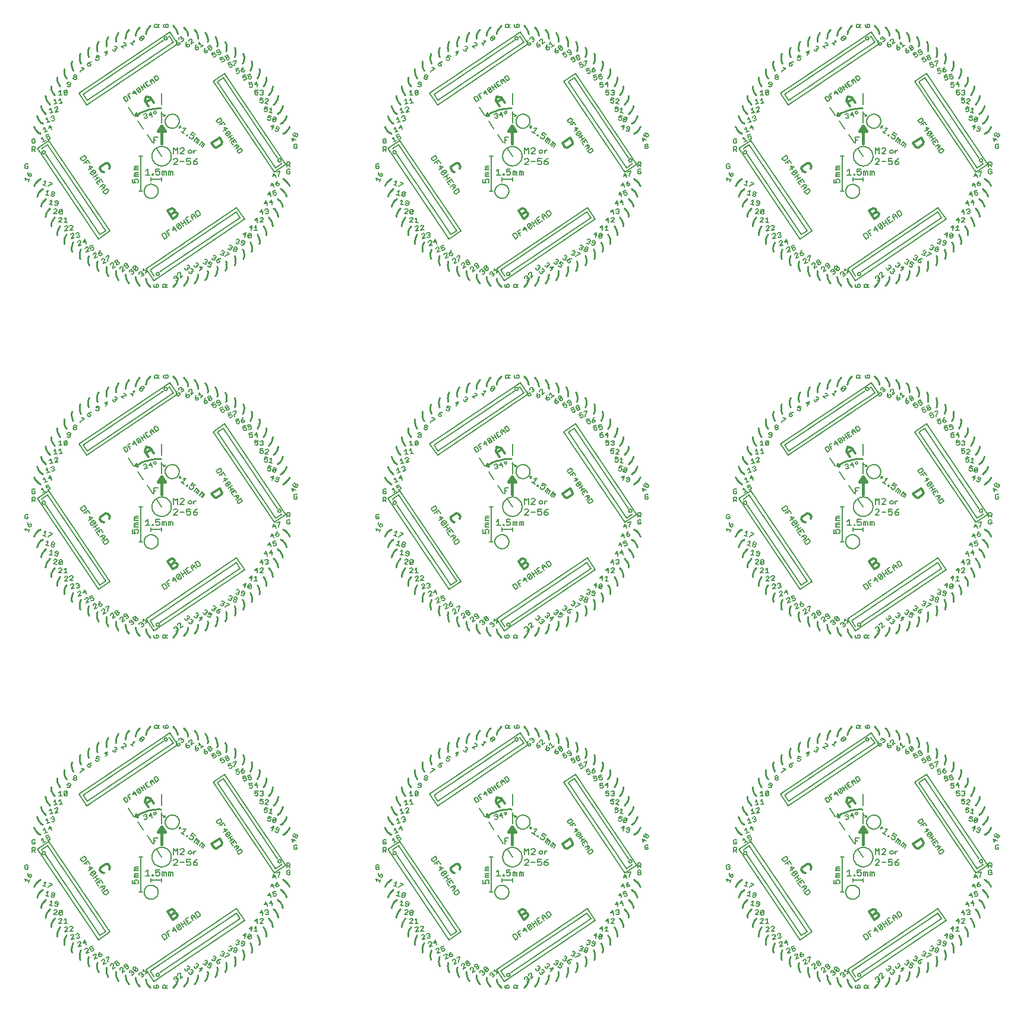
<source format=gto>
G75*
%MOIN*%
%OFA0B0*%
%FSLAX24Y24*%
%IPPOS*%
%LPD*%
%AMOC8*
5,1,8,0,0,1.08239X$1,22.5*
%
%ADD10C,0.0130*%
%ADD11C,0.0120*%
%ADD12C,0.0060*%
%ADD13C,0.0050*%
%ADD14C,0.0100*%
%ADD15C,0.0070*%
%ADD16C,0.0160*%
D10*
X009417Y012955D02*
X009220Y013248D01*
X009267Y013494D01*
X009513Y013446D01*
X009711Y013153D01*
X009562Y013373D02*
X009269Y013175D01*
X012955Y010883D02*
X013103Y010663D01*
X013226Y010639D01*
X013519Y010837D01*
X013543Y010959D01*
X013395Y011179D01*
X012955Y010883D01*
X028905Y013248D02*
X029102Y012955D01*
X028954Y013175D02*
X029247Y013373D01*
X029198Y013446D02*
X029396Y013153D01*
X029198Y013446D02*
X028952Y013494D01*
X028905Y013248D01*
X032640Y010883D02*
X032788Y010663D01*
X032911Y010639D01*
X033204Y010837D01*
X033228Y010959D01*
X033080Y011179D01*
X032640Y010883D01*
X048590Y013248D02*
X048788Y012955D01*
X048639Y013175D02*
X048932Y013373D01*
X048883Y013446D02*
X049081Y013153D01*
X048883Y013446D02*
X048637Y013494D01*
X048590Y013248D01*
X052325Y010883D02*
X052473Y010663D01*
X052596Y010639D01*
X052889Y010837D01*
X052913Y010959D01*
X052765Y011179D01*
X052325Y010883D01*
X052596Y030324D02*
X052473Y030348D01*
X052325Y030568D01*
X052765Y030864D01*
X052913Y030644D01*
X052889Y030522D01*
X052596Y030324D01*
X049081Y032838D02*
X048883Y033131D01*
X048637Y033179D01*
X048590Y032933D01*
X048788Y032640D01*
X048639Y032860D02*
X048932Y033058D01*
X033228Y030644D02*
X033080Y030864D01*
X032640Y030568D01*
X032788Y030348D01*
X032911Y030324D01*
X033204Y030522D01*
X033228Y030644D01*
X029396Y032838D02*
X029198Y033131D01*
X028952Y033179D01*
X028905Y032933D01*
X029102Y032640D01*
X028954Y032860D02*
X029247Y033058D01*
X013543Y030644D02*
X013395Y030864D01*
X012955Y030568D01*
X013103Y030348D01*
X013226Y030324D01*
X013519Y030522D01*
X013543Y030644D01*
X009711Y032838D02*
X009513Y033131D01*
X009267Y033179D01*
X009220Y032933D01*
X009417Y032640D01*
X009269Y032860D02*
X009562Y033058D01*
X013103Y050033D02*
X013226Y050009D01*
X013519Y050207D01*
X013543Y050329D01*
X013395Y050549D01*
X012955Y050253D01*
X013103Y050033D01*
X009711Y052523D02*
X009513Y052816D01*
X009267Y052864D01*
X009220Y052618D01*
X009417Y052325D01*
X009269Y052545D02*
X009562Y052743D01*
X028905Y052618D02*
X029102Y052325D01*
X028954Y052545D02*
X029247Y052743D01*
X029198Y052816D02*
X029396Y052523D01*
X029198Y052816D02*
X028952Y052864D01*
X028905Y052618D01*
X032640Y050253D02*
X032788Y050033D01*
X032911Y050009D01*
X033204Y050207D01*
X033228Y050329D01*
X033080Y050549D01*
X032640Y050253D01*
X048590Y052618D02*
X048788Y052325D01*
X048639Y052545D02*
X048932Y052743D01*
X048883Y052816D02*
X049081Y052523D01*
X048883Y052816D02*
X048637Y052864D01*
X048590Y052618D01*
X052325Y050253D02*
X052473Y050033D01*
X052596Y050009D01*
X052889Y050207D01*
X052913Y050329D01*
X052765Y050549D01*
X052325Y050253D01*
D11*
X050198Y046577D02*
X050073Y046601D01*
X049849Y046450D01*
X050152Y046002D01*
X050376Y046153D01*
X050400Y046278D01*
X050350Y046353D01*
X050225Y046377D01*
X050001Y046226D01*
X050225Y046377D02*
X050249Y046502D01*
X050198Y046577D01*
X046577Y048842D02*
X046601Y048967D01*
X046500Y049116D01*
X046375Y049140D01*
X046076Y048939D01*
X046052Y048814D01*
X046153Y048664D01*
X046278Y048640D01*
X030715Y046278D02*
X030691Y046153D01*
X030467Y046002D01*
X030164Y046450D01*
X030388Y046601D01*
X030513Y046577D01*
X030564Y046502D01*
X030539Y046377D01*
X030315Y046226D01*
X030539Y046377D02*
X030665Y046353D01*
X030715Y046278D01*
X026892Y048842D02*
X026916Y048967D01*
X026815Y049116D01*
X026690Y049140D01*
X026391Y048939D01*
X026367Y048814D01*
X026468Y048664D01*
X026593Y048640D01*
X011030Y046278D02*
X011006Y046153D01*
X010782Y046002D01*
X010479Y046450D01*
X010703Y046601D01*
X010828Y046577D01*
X010879Y046502D01*
X010854Y046377D01*
X010630Y046226D01*
X010854Y046377D02*
X010980Y046353D01*
X011030Y046278D01*
X007207Y048842D02*
X007231Y048967D01*
X007130Y049116D01*
X007005Y049140D01*
X006706Y048939D01*
X006682Y048814D01*
X006783Y048664D01*
X006908Y048640D01*
X007005Y029455D02*
X006706Y029254D01*
X006682Y029129D01*
X006783Y028979D01*
X006908Y028955D01*
X007207Y029157D02*
X007231Y029282D01*
X007130Y029431D01*
X007005Y029455D01*
X010479Y026765D02*
X010703Y026916D01*
X010828Y026892D01*
X010879Y026817D01*
X010854Y026692D01*
X010630Y026541D01*
X010782Y026317D02*
X010479Y026765D01*
X010854Y026692D02*
X010980Y026668D01*
X011030Y026593D01*
X011006Y026468D01*
X010782Y026317D01*
X026367Y029129D02*
X026468Y028979D01*
X026593Y028955D01*
X026367Y029129D02*
X026391Y029254D01*
X026690Y029455D01*
X026815Y029431D01*
X026916Y029282D01*
X026892Y029157D01*
X030164Y026765D02*
X030388Y026916D01*
X030513Y026892D01*
X030564Y026817D01*
X030539Y026692D01*
X030315Y026541D01*
X030467Y026317D02*
X030164Y026765D01*
X030539Y026692D02*
X030665Y026668D01*
X030715Y026593D01*
X030691Y026468D01*
X030467Y026317D01*
X046052Y029129D02*
X046153Y028979D01*
X046278Y028955D01*
X046052Y029129D02*
X046076Y029254D01*
X046375Y029455D01*
X046500Y029431D01*
X046601Y029282D01*
X046577Y029157D01*
X049849Y026765D02*
X050073Y026916D01*
X050198Y026892D01*
X050249Y026817D01*
X050225Y026692D01*
X050001Y026541D01*
X050225Y026692D02*
X050350Y026668D01*
X050400Y026593D01*
X050376Y026468D01*
X050152Y026317D01*
X049849Y026765D01*
X046500Y009746D02*
X046375Y009770D01*
X046076Y009569D01*
X046052Y009444D01*
X046153Y009294D01*
X046278Y009270D01*
X046577Y009472D02*
X046601Y009597D01*
X046500Y009746D01*
X049849Y007080D02*
X050073Y007231D01*
X050198Y007207D01*
X050249Y007132D01*
X050225Y007007D01*
X050001Y006856D01*
X050225Y007007D02*
X050350Y006982D01*
X050400Y006908D01*
X050376Y006783D01*
X050152Y006632D01*
X049849Y007080D01*
X030715Y006908D02*
X030691Y006783D01*
X030467Y006632D01*
X030164Y007080D01*
X030388Y007231D01*
X030513Y007207D01*
X030564Y007132D01*
X030539Y007007D01*
X030315Y006856D01*
X030539Y007007D02*
X030665Y006982D01*
X030715Y006908D01*
X026892Y009472D02*
X026916Y009597D01*
X026815Y009746D01*
X026690Y009770D01*
X026391Y009569D01*
X026367Y009444D01*
X026468Y009294D01*
X026593Y009270D01*
X011030Y006908D02*
X011006Y006783D01*
X010782Y006632D01*
X010479Y007080D01*
X010703Y007231D01*
X010828Y007207D01*
X010879Y007132D01*
X010854Y007007D01*
X010630Y006856D01*
X010854Y007007D02*
X010980Y006982D01*
X011030Y006908D01*
X007207Y009472D02*
X007231Y009597D01*
X007130Y009746D01*
X007005Y009770D01*
X006706Y009569D01*
X006682Y009444D01*
X006783Y009294D01*
X006908Y009270D01*
D12*
X006549Y009132D02*
X006308Y008970D01*
X006276Y009104D02*
X006209Y009117D01*
X006155Y009197D01*
X006168Y009264D01*
X006437Y009212D01*
X006276Y009104D01*
X006428Y009051D02*
X006537Y008891D01*
X006609Y008784D02*
X006663Y008704D01*
X006729Y008865D02*
X006488Y008703D01*
X006597Y008542D01*
X006669Y008436D02*
X006829Y008544D01*
X006963Y008518D01*
X006937Y008383D01*
X006777Y008275D01*
X006849Y008168D02*
X006930Y008048D01*
X006997Y008035D01*
X007157Y008143D01*
X007171Y008210D01*
X007089Y008331D01*
X006849Y008168D01*
X006897Y008356D02*
X006789Y008517D01*
X006837Y008705D02*
X006729Y008865D01*
X006657Y008972D02*
X006416Y008809D01*
X006437Y009212D02*
X006450Y009279D01*
X006396Y009359D01*
X006328Y009372D01*
X006168Y009264D01*
X006176Y009425D02*
X006068Y009585D01*
X006269Y009546D01*
X006029Y009384D01*
X005942Y009772D02*
X005888Y009853D01*
X006008Y009934D02*
X005767Y009771D01*
X005736Y009905D02*
X005896Y010013D01*
X005909Y010081D01*
X005828Y010201D01*
X005587Y010039D01*
X005668Y009918D01*
X005736Y009905D01*
X006008Y009934D02*
X006116Y009773D01*
X004013Y008635D02*
X003998Y008594D01*
X003777Y008489D01*
X003762Y008448D01*
X003648Y008488D02*
X003485Y008547D01*
X003566Y008517D02*
X003654Y008763D01*
X003543Y008710D01*
X003849Y008693D02*
X004013Y008635D01*
X003792Y008224D02*
X003726Y007972D01*
X003642Y007994D02*
X003810Y007950D01*
X003938Y007961D02*
X003949Y008003D01*
X004002Y008034D01*
X004086Y008012D01*
X004117Y007959D01*
X004106Y007917D01*
X004053Y007886D01*
X003969Y007908D01*
X003938Y007961D01*
X004002Y008034D02*
X003971Y008087D01*
X003982Y008129D01*
X004035Y008160D01*
X004119Y008138D01*
X004150Y008085D01*
X004139Y008043D01*
X004086Y008012D01*
X003976Y007699D02*
X003931Y007442D01*
X004016Y007427D02*
X003845Y007457D01*
X003875Y007628D02*
X003976Y007699D01*
X004173Y007620D02*
X004166Y007577D01*
X004201Y007527D01*
X004329Y007504D01*
X004314Y007419D02*
X004344Y007590D01*
X004309Y007640D01*
X004223Y007655D01*
X004173Y007620D01*
X004143Y007449D02*
X004178Y007399D01*
X004264Y007384D01*
X004314Y007419D01*
X004246Y007187D02*
X004159Y007195D01*
X004112Y007155D01*
X004246Y007187D02*
X004285Y007140D01*
X004281Y007096D01*
X004093Y006939D01*
X004265Y006924D01*
X004390Y006956D02*
X004579Y007113D01*
X004563Y006940D01*
X004516Y006901D01*
X004429Y006909D01*
X004390Y006956D01*
X004406Y007129D01*
X004453Y007168D01*
X004539Y007160D01*
X004579Y007113D01*
X004515Y006703D02*
X004428Y006704D01*
X004384Y006661D01*
X004515Y006703D02*
X004558Y006659D01*
X004557Y006616D01*
X004383Y006444D01*
X004556Y006443D01*
X004677Y006442D02*
X004851Y006440D01*
X004764Y006441D02*
X004766Y006701D01*
X004678Y006615D01*
X004736Y006237D02*
X004696Y006190D01*
X004736Y006237D02*
X004823Y006244D01*
X004869Y006204D01*
X004873Y006160D01*
X004713Y005974D01*
X004886Y005987D01*
X005007Y005997D02*
X005166Y006183D01*
X005163Y006226D01*
X005117Y006266D01*
X005030Y006260D01*
X004990Y006213D01*
X005007Y005997D02*
X005180Y006010D01*
X005168Y005811D02*
X005083Y005798D01*
X005047Y005748D01*
X005168Y005811D02*
X005218Y005776D01*
X005225Y005733D01*
X005081Y005534D01*
X005253Y005562D01*
X005365Y005624D02*
X005415Y005588D01*
X005501Y005602D01*
X005537Y005651D01*
X005530Y005694D01*
X005480Y005730D01*
X005437Y005723D01*
X005480Y005730D02*
X005516Y005780D01*
X005509Y005823D01*
X005459Y005859D01*
X005374Y005845D01*
X005338Y005795D01*
X005465Y005389D02*
X005433Y005336D01*
X005465Y005389D02*
X005549Y005410D01*
X005601Y005378D01*
X005612Y005336D01*
X005486Y005126D01*
X005654Y005168D01*
X005740Y005323D02*
X005908Y005365D01*
X005898Y005229D02*
X005835Y005481D01*
X005740Y005323D01*
X005879Y005014D02*
X005852Y004958D01*
X005879Y005014D02*
X005962Y005041D01*
X006017Y005014D01*
X006031Y004973D01*
X005922Y004753D01*
X006087Y004809D01*
X006187Y004889D02*
X006242Y004862D01*
X006324Y004890D01*
X006351Y004945D01*
X006324Y005027D01*
X006268Y005054D01*
X006227Y005040D01*
X006159Y004971D01*
X006117Y005094D01*
X006282Y005150D01*
X006404Y004709D02*
X006324Y004674D01*
X006302Y004617D01*
X006404Y004709D02*
X006461Y004687D01*
X006478Y004647D01*
X006389Y004418D01*
X006548Y004488D01*
X006641Y004576D02*
X006698Y004554D01*
X006778Y004588D01*
X006800Y004646D01*
X006783Y004685D01*
X006726Y004708D01*
X006607Y004656D01*
X006641Y004576D01*
X006607Y004656D02*
X006651Y004770D01*
X006714Y004844D01*
X006872Y004415D02*
X006796Y004373D01*
X006778Y004314D01*
X006872Y004415D02*
X006931Y004397D01*
X006952Y004359D01*
X006882Y004124D01*
X007034Y004206D01*
X007141Y004264D02*
X007120Y004302D01*
X007190Y004537D01*
X007170Y004575D01*
X007017Y004493D01*
X007291Y004113D02*
X007279Y004053D01*
X007291Y004113D02*
X007364Y004160D01*
X007424Y004148D01*
X007447Y004112D01*
X007397Y003871D01*
X007542Y003966D01*
X007620Y004069D02*
X007596Y004105D01*
X007609Y004165D01*
X007681Y004213D01*
X007741Y004200D01*
X007765Y004164D01*
X007753Y004104D01*
X007680Y004056D01*
X007620Y004069D01*
X007609Y004165D02*
X007549Y004178D01*
X007525Y004214D01*
X007538Y004274D01*
X007610Y004322D01*
X007670Y004309D01*
X007694Y004273D01*
X007681Y004213D01*
X007875Y003948D02*
X007806Y003895D01*
X007799Y003834D01*
X007875Y003948D02*
X007935Y003941D01*
X007962Y003907D01*
X007932Y003663D01*
X008069Y003770D01*
X008138Y003879D02*
X008199Y003871D01*
X008267Y003925D01*
X008274Y003985D01*
X008168Y004122D01*
X008107Y004130D01*
X008038Y004076D01*
X008031Y004015D01*
X008058Y003981D01*
X008119Y003974D01*
X008221Y004054D01*
X008402Y003780D02*
X008338Y003721D01*
X008336Y003659D01*
X008458Y003655D02*
X008490Y003684D01*
X008551Y003682D01*
X008581Y003650D01*
X008578Y003589D01*
X008515Y003530D01*
X008453Y003532D01*
X008490Y003684D02*
X008492Y003745D01*
X008463Y003777D01*
X008402Y003780D01*
X008552Y003860D02*
X008554Y003921D01*
X008618Y003980D01*
X008679Y003977D01*
X008670Y003732D01*
X008731Y003730D01*
X008795Y003789D01*
X008797Y003850D01*
X008679Y003977D01*
X008552Y003860D02*
X008670Y003732D01*
X008882Y003592D02*
X008941Y003656D01*
X009002Y003658D01*
X009034Y003629D01*
X009037Y003568D01*
X009098Y003571D01*
X009130Y003541D01*
X009133Y003480D01*
X009074Y003416D01*
X009013Y003413D01*
X009008Y003536D02*
X009037Y003568D01*
X008885Y003530D02*
X008882Y003592D01*
X009116Y003719D02*
X009110Y003841D01*
X009302Y003666D01*
X009244Y003602D02*
X009361Y003730D01*
X009753Y002953D02*
X009710Y002910D01*
X009710Y002823D01*
X009753Y002780D01*
X009927Y002780D01*
X009970Y002823D01*
X009970Y002910D01*
X009927Y002953D01*
X009840Y002953D01*
X009840Y002867D01*
X010210Y002910D02*
X010253Y002953D01*
X010340Y002953D01*
X010383Y002910D01*
X010383Y002780D01*
X010383Y002867D02*
X010470Y002953D01*
X010470Y002780D02*
X010210Y002780D01*
X010210Y002910D01*
X010839Y003298D02*
X010842Y003359D01*
X010906Y003418D01*
X010967Y003415D01*
X010996Y003383D01*
X010993Y003322D01*
X011055Y003319D01*
X011084Y003287D01*
X011081Y003226D01*
X011017Y003167D01*
X010956Y003170D01*
X010961Y003292D02*
X010993Y003322D01*
X011056Y003497D02*
X011059Y003558D01*
X011123Y003616D01*
X011185Y003614D01*
X011214Y003582D01*
X011203Y003337D01*
X011331Y003454D01*
X011524Y003771D02*
X011461Y003830D01*
X011458Y003892D01*
X011581Y003896D02*
X011613Y003867D01*
X011615Y003806D01*
X011585Y003774D01*
X011524Y003771D01*
X011613Y003867D02*
X011674Y003869D01*
X011703Y003901D01*
X011701Y003962D01*
X011637Y004021D01*
X011576Y004019D01*
X011792Y003819D02*
X011854Y003821D01*
X011917Y003762D01*
X011920Y003701D01*
X011890Y003669D01*
X011829Y003667D01*
X011831Y003605D01*
X011802Y003574D01*
X011740Y003571D01*
X011677Y003630D01*
X011674Y003691D01*
X011797Y003696D02*
X011829Y003667D01*
X012053Y003909D02*
X011985Y003962D01*
X011977Y004023D01*
X012099Y004038D02*
X012133Y004011D01*
X012141Y003950D01*
X012114Y003916D01*
X012053Y003909D01*
X012133Y004011D02*
X012194Y004019D01*
X012221Y004053D01*
X012213Y004114D01*
X012145Y004167D01*
X012084Y004160D01*
X012263Y003910D02*
X012400Y003803D01*
X012446Y003932D02*
X012263Y003910D01*
X012285Y003727D02*
X012446Y003932D01*
X012569Y004090D02*
X012496Y004137D01*
X012484Y004197D01*
X012604Y004223D02*
X012640Y004199D01*
X012652Y004139D01*
X012629Y004102D01*
X012569Y004090D01*
X012640Y004199D02*
X012700Y004211D01*
X012724Y004248D01*
X012711Y004308D01*
X012639Y004355D01*
X012579Y004343D01*
X012849Y004218D02*
X012778Y004109D01*
X012874Y004098D01*
X012910Y004074D01*
X012923Y004014D01*
X012875Y003941D01*
X012815Y003929D01*
X012743Y003976D01*
X012730Y004036D01*
X012849Y004218D02*
X012994Y004123D01*
X013067Y004314D02*
X012991Y004355D01*
X012973Y004414D01*
X013091Y004449D02*
X013129Y004428D01*
X013147Y004369D01*
X013126Y004331D01*
X013067Y004314D01*
X013129Y004428D02*
X013188Y004446D01*
X013209Y004484D01*
X013191Y004542D01*
X013115Y004584D01*
X013056Y004566D01*
X013274Y004350D02*
X013388Y004288D01*
X013406Y004229D01*
X013385Y004191D01*
X013327Y004173D01*
X013250Y004215D01*
X013233Y004273D01*
X013274Y004350D01*
X013391Y004385D01*
X013488Y004382D01*
X013545Y004578D02*
X013466Y004613D01*
X013444Y004670D01*
X013558Y004715D02*
X013598Y004697D01*
X013620Y004640D01*
X013603Y004601D01*
X013545Y004578D01*
X013598Y004697D02*
X013655Y004720D01*
X013672Y004760D01*
X013650Y004817D01*
X013570Y004851D01*
X013513Y004829D01*
X013800Y004751D02*
X013959Y004681D01*
X013942Y004642D01*
X013714Y004552D01*
X013696Y004512D01*
X013918Y004910D02*
X013891Y004965D01*
X013918Y004910D02*
X014000Y004882D01*
X014055Y004909D01*
X014069Y004950D01*
X014042Y005005D01*
X014001Y005019D01*
X014042Y005005D02*
X014097Y005032D01*
X014111Y005073D01*
X014084Y005128D01*
X014002Y005156D01*
X013947Y005129D01*
X014225Y005034D02*
X014211Y004993D01*
X014239Y004938D01*
X014321Y004910D01*
X014348Y004855D01*
X014334Y004814D01*
X014279Y004787D01*
X014197Y004815D01*
X014170Y004870D01*
X014184Y004911D01*
X014239Y004938D01*
X014321Y004910D02*
X014376Y004937D01*
X014390Y004978D01*
X014363Y005033D01*
X014280Y005061D01*
X014225Y005034D01*
X014343Y005243D02*
X014311Y005296D01*
X014343Y005243D02*
X014427Y005222D01*
X014480Y005254D01*
X014490Y005296D01*
X014459Y005349D01*
X014417Y005359D01*
X014459Y005349D02*
X014511Y005380D01*
X014522Y005422D01*
X014490Y005475D01*
X014406Y005496D01*
X014353Y005464D01*
X014639Y005393D02*
X014629Y005351D01*
X014660Y005298D01*
X014787Y005267D01*
X014808Y005351D02*
X014776Y005404D01*
X014692Y005425D01*
X014639Y005393D01*
X014597Y005225D02*
X014629Y005172D01*
X014713Y005151D01*
X014766Y005183D01*
X014808Y005351D01*
X014824Y005598D02*
X014866Y005855D01*
X014717Y005747D01*
X014888Y005719D01*
X014994Y005614D02*
X015193Y005758D01*
X015165Y005586D01*
X015115Y005551D01*
X015030Y005564D01*
X014994Y005614D01*
X015022Y005785D01*
X015071Y005821D01*
X015157Y005807D01*
X015193Y005758D01*
X015189Y006005D02*
X015209Y006264D01*
X015069Y006144D01*
X015242Y006131D01*
X015366Y006165D02*
X015459Y006245D01*
X015440Y005985D01*
X015526Y005979D02*
X015353Y005992D01*
X015518Y006441D02*
X015516Y006701D01*
X015387Y006570D01*
X015561Y006571D01*
X015681Y006659D02*
X015724Y006703D01*
X015811Y006703D01*
X015855Y006660D01*
X015855Y006617D01*
X015683Y006442D01*
X015856Y006443D01*
X015810Y006903D02*
X015786Y007162D01*
X015668Y007021D01*
X015841Y007037D01*
X015954Y007134D02*
X015993Y007181D01*
X016080Y007189D01*
X016127Y007150D01*
X016131Y007107D01*
X016091Y007059D01*
X016138Y007020D01*
X016142Y006977D01*
X016103Y006930D01*
X016017Y006922D01*
X015970Y006961D01*
X016048Y007055D02*
X016091Y007059D01*
X016062Y007388D02*
X016016Y007644D01*
X015911Y007494D01*
X016082Y007524D01*
X016201Y007545D02*
X016372Y007575D01*
X016307Y007696D02*
X016201Y007545D01*
X016352Y007439D02*
X016307Y007696D01*
X016272Y007892D02*
X016205Y008144D01*
X016113Y007985D01*
X016281Y008029D01*
X016398Y008060D02*
X016471Y008124D01*
X016512Y008135D01*
X016566Y008105D01*
X016588Y008021D01*
X016557Y007968D01*
X016473Y007946D01*
X016420Y007976D01*
X016398Y008060D02*
X016365Y008186D01*
X016532Y008230D01*
X016439Y008413D02*
X016352Y008658D01*
X016273Y008492D01*
X016437Y008550D01*
X016551Y008590D02*
X016673Y008634D01*
X016729Y008608D01*
X016743Y008567D01*
X016717Y008512D01*
X016635Y008482D01*
X016580Y008509D01*
X016551Y008590D01*
X016603Y008701D01*
X016671Y008771D01*
X016563Y008945D02*
X016455Y009182D01*
X016390Y009010D01*
X016548Y009081D01*
X016695Y009053D02*
X016713Y009013D01*
X016695Y009053D02*
X016781Y009282D01*
X016763Y009322D01*
X016605Y009250D01*
X017185Y009203D02*
X017229Y009160D01*
X017315Y009160D01*
X017359Y009203D01*
X017359Y009290D01*
X017272Y009290D01*
X017185Y009377D02*
X017185Y009203D01*
X017185Y009377D02*
X017229Y009420D01*
X017315Y009420D01*
X017359Y009377D01*
X017359Y009560D02*
X017272Y009647D01*
X017315Y009647D02*
X017185Y009647D01*
X017185Y009560D02*
X017185Y009820D01*
X017315Y009820D01*
X017359Y009777D01*
X017359Y009690D01*
X017315Y009647D01*
X017623Y010580D02*
X017710Y010580D01*
X017753Y010623D01*
X017753Y010710D01*
X017667Y010710D01*
X017753Y010797D02*
X017710Y010840D01*
X017623Y010840D01*
X017580Y010797D01*
X017580Y010623D01*
X017623Y010580D01*
X017500Y011001D02*
X017571Y011159D01*
X017582Y011287D02*
X017542Y011305D01*
X017521Y011362D01*
X017557Y011441D01*
X017614Y011463D01*
X017653Y011445D01*
X017675Y011387D01*
X017639Y011308D01*
X017582Y011287D01*
X017639Y011308D02*
X017661Y011251D01*
X017700Y011233D01*
X017758Y011255D01*
X017794Y011334D01*
X017772Y011391D01*
X017732Y011409D01*
X017675Y011387D01*
X017435Y011173D02*
X017672Y011065D01*
X017500Y011001D02*
X017435Y011173D01*
X016685Y011570D02*
X016743Y011733D01*
X016717Y011789D01*
X016635Y011818D01*
X016580Y011791D01*
X016565Y011751D01*
X016592Y011695D01*
X016714Y011652D01*
X016685Y011570D02*
X016630Y011544D01*
X016548Y011573D01*
X016522Y011628D01*
X016437Y011750D02*
X016273Y011809D01*
X016439Y011888D01*
X016352Y011642D01*
X016490Y012081D02*
X016407Y012103D01*
X016376Y012156D01*
X016588Y012279D01*
X016543Y012112D01*
X016490Y012081D01*
X016376Y012156D02*
X016420Y012324D01*
X016473Y012355D01*
X016557Y012332D01*
X016588Y012279D01*
X016314Y012397D02*
X016146Y012441D01*
X016113Y012315D01*
X016208Y012335D01*
X016250Y012324D01*
X016281Y012271D01*
X016259Y012187D01*
X016206Y012156D01*
X016122Y012178D01*
X016091Y012231D01*
X016178Y012627D02*
X016349Y012597D01*
X016264Y012612D02*
X016309Y012868D01*
X016209Y012798D01*
X016082Y012776D02*
X016067Y012691D01*
X016016Y012656D01*
X015931Y012671D01*
X015896Y012721D01*
X015911Y012807D02*
X016004Y012834D01*
X016047Y012827D01*
X016082Y012776D01*
X016104Y012905D02*
X015933Y012935D01*
X015911Y012807D01*
X015950Y013123D02*
X016139Y013280D01*
X016142Y013323D01*
X016103Y013370D01*
X016017Y013378D01*
X015970Y013339D01*
X015853Y013393D02*
X015680Y013409D01*
X015668Y013279D01*
X015759Y013315D01*
X015802Y013311D01*
X015841Y013264D01*
X015833Y013177D01*
X015786Y013138D01*
X015700Y013146D01*
X015661Y013193D01*
X015950Y013123D02*
X016123Y013107D01*
X015811Y013597D02*
X015724Y013598D01*
X015681Y013641D01*
X015560Y013642D02*
X015516Y013599D01*
X015430Y013600D01*
X015387Y013643D01*
X015387Y013730D02*
X015474Y013773D01*
X015518Y013773D01*
X015561Y013729D01*
X015560Y013642D01*
X015387Y013730D02*
X015388Y013860D01*
X015562Y013859D01*
X015682Y013815D02*
X015726Y013858D01*
X015813Y013857D01*
X015856Y013814D01*
X015856Y013770D01*
X015812Y013727D01*
X015855Y013683D01*
X015855Y013640D01*
X015811Y013597D01*
X015812Y013727D02*
X015769Y013727D01*
X015503Y014059D02*
X015483Y014318D01*
X015363Y014178D01*
X015536Y014192D01*
X015242Y014169D02*
X015249Y014083D01*
X015209Y014036D01*
X015122Y014029D01*
X015076Y014069D01*
X015069Y014156D02*
X015152Y014206D01*
X015196Y014209D01*
X015242Y014169D01*
X015232Y014299D02*
X015059Y014285D01*
X015069Y014156D01*
X015071Y014479D02*
X015022Y014515D01*
X015071Y014479D02*
X015157Y014493D01*
X015193Y014543D01*
X015179Y014628D01*
X015129Y014664D01*
X015086Y014657D01*
X015008Y014600D01*
X014987Y014729D01*
X015158Y014757D01*
X014867Y014710D02*
X014696Y014682D01*
X014717Y014553D01*
X014795Y014610D01*
X014838Y014617D01*
X014888Y014581D01*
X014902Y014495D01*
X014866Y014446D01*
X014780Y014432D01*
X014731Y014468D01*
X014692Y014876D02*
X014776Y014897D01*
X014808Y014949D01*
X014797Y014991D01*
X014744Y015023D01*
X014618Y014991D01*
X014639Y014907D01*
X014692Y014876D01*
X014618Y014991D02*
X014681Y015096D01*
X014755Y015160D01*
X014469Y015088D02*
X014301Y015046D01*
X014332Y014920D01*
X014406Y014983D01*
X014448Y014994D01*
X014501Y014962D01*
X014522Y014878D01*
X014490Y014825D01*
X014406Y014804D01*
X014353Y014836D01*
X014239Y015225D02*
X014225Y015266D01*
X014334Y015486D01*
X014320Y015527D01*
X014155Y015471D01*
X014041Y015432D02*
X013877Y015376D01*
X013918Y015253D01*
X013987Y015322D01*
X014028Y015336D01*
X014083Y015309D01*
X014111Y015227D01*
X014084Y015172D01*
X014001Y015144D01*
X013946Y015171D01*
X013840Y015567D02*
X013783Y015589D01*
X013766Y015629D01*
X013788Y015686D01*
X013867Y015721D01*
X013925Y015698D01*
X013942Y015659D01*
X013920Y015602D01*
X013840Y015567D01*
X013788Y015686D02*
X013731Y015708D01*
X013714Y015748D01*
X013736Y015805D01*
X013815Y015840D01*
X013872Y015818D01*
X013890Y015778D01*
X013867Y015721D01*
X013637Y015620D02*
X013672Y015541D01*
X013650Y015484D01*
X013570Y015449D01*
X013513Y015471D01*
X013478Y015551D02*
X013540Y015625D01*
X013580Y015643D01*
X013637Y015620D01*
X013585Y015739D02*
X013426Y015670D01*
X013478Y015551D01*
X013374Y015857D02*
X013450Y015898D01*
X013468Y015957D01*
X013385Y016109D01*
X013326Y016127D01*
X013250Y016085D01*
X013233Y016027D01*
X013253Y015989D01*
X013312Y015971D01*
X013426Y016033D01*
X013374Y015857D02*
X013315Y015874D01*
X013209Y015816D02*
X013191Y015758D01*
X013115Y015716D01*
X013056Y015734D01*
X013015Y015810D02*
X013070Y015890D01*
X013108Y015910D01*
X013167Y015893D01*
X013209Y015816D01*
X013015Y015810D02*
X012953Y015925D01*
X013105Y016007D01*
X012958Y016154D02*
X012885Y016106D01*
X012825Y016119D01*
X012875Y016359D01*
X012970Y016214D01*
X012958Y016154D01*
X012825Y016119D02*
X012730Y016264D01*
X012743Y016324D01*
X012815Y016372D01*
X012875Y016359D01*
X012605Y016234D02*
X012556Y016150D01*
X012531Y016030D01*
X012640Y016101D01*
X012700Y016089D01*
X012724Y016053D01*
X012711Y015992D01*
X012638Y015945D01*
X012578Y015958D01*
X012531Y016030D01*
X012343Y016288D02*
X012480Y016394D01*
X012411Y016341D02*
X012251Y016546D01*
X012236Y016424D01*
X012194Y016281D02*
X012133Y016289D01*
X012031Y016209D01*
X012084Y016140D01*
X012145Y016133D01*
X012213Y016186D01*
X012221Y016247D01*
X012194Y016281D01*
X012046Y016330D02*
X012031Y016209D01*
X012046Y016330D02*
X012087Y016418D01*
X011949Y016567D02*
X011822Y016450D01*
X011831Y016695D01*
X011802Y016727D01*
X011740Y016729D01*
X011677Y016670D01*
X011674Y016609D01*
X011556Y016558D02*
X011522Y016467D01*
X011517Y016345D01*
X011612Y016433D01*
X011674Y016431D01*
X011703Y016399D01*
X011701Y016338D01*
X011637Y016279D01*
X011576Y016281D01*
X011517Y016345D01*
X011318Y016599D02*
X011376Y016663D01*
X011374Y016725D01*
X011342Y016754D01*
X011280Y016751D01*
X011251Y016719D01*
X011280Y016751D02*
X011277Y016812D01*
X011245Y016842D01*
X011184Y016839D01*
X011126Y016775D01*
X011128Y016714D01*
X011015Y016653D02*
X010988Y016560D01*
X010994Y016438D01*
X011082Y016534D01*
X011143Y016536D01*
X011175Y016507D01*
X011178Y016446D01*
X011119Y016382D01*
X011058Y016379D01*
X010994Y016438D01*
X011257Y016597D02*
X011318Y016599D01*
X010520Y017423D02*
X010520Y017510D01*
X010477Y017553D01*
X010390Y017553D01*
X010390Y017467D01*
X010303Y017553D02*
X010260Y017510D01*
X010260Y017423D01*
X010303Y017380D01*
X010477Y017380D01*
X010520Y017423D01*
X010020Y017380D02*
X009760Y017380D01*
X009760Y017510D01*
X009803Y017553D01*
X009890Y017553D01*
X009933Y017510D01*
X009933Y017380D01*
X009933Y017467D02*
X010020Y017553D01*
X009162Y016831D02*
X009160Y016770D01*
X008915Y016781D01*
X008912Y016720D01*
X008970Y016656D01*
X009032Y016653D01*
X009160Y016770D01*
X009162Y016831D02*
X009104Y016895D01*
X009043Y016898D01*
X008915Y016781D01*
X008655Y016641D02*
X008478Y016450D01*
X008414Y016509D02*
X008542Y016391D01*
X008532Y016636D02*
X008655Y016641D01*
X008151Y016466D02*
X008083Y016520D01*
X008022Y016512D01*
X008151Y016466D02*
X008159Y016405D01*
X008132Y016371D01*
X007888Y016341D01*
X008025Y016235D01*
X007642Y016217D02*
X007618Y016181D01*
X007558Y016168D01*
X007571Y016108D01*
X007547Y016072D01*
X007487Y016059D01*
X007414Y016107D01*
X007402Y016167D01*
X007522Y016192D02*
X007558Y016168D01*
X007642Y016217D02*
X007630Y016277D01*
X007557Y016324D01*
X007497Y016312D01*
X007126Y016045D02*
X006949Y015992D01*
X007102Y015909D01*
X007002Y015816D02*
X007126Y016045D01*
X006683Y015753D02*
X006524Y015823D01*
X006472Y015704D01*
X006569Y015709D01*
X006608Y015691D01*
X006631Y015634D01*
X006596Y015555D01*
X006539Y015532D01*
X006459Y015567D01*
X006437Y015624D01*
X006226Y015444D02*
X006130Y015431D01*
X006020Y015376D01*
X006143Y015334D01*
X006170Y015279D01*
X006156Y015238D01*
X006101Y015211D01*
X006019Y015239D01*
X005992Y015294D01*
X006020Y015376D01*
X005797Y015097D02*
X005786Y015055D01*
X005576Y014928D01*
X005566Y014886D01*
X005629Y015139D02*
X005797Y015097D01*
X005355Y014722D02*
X005391Y014672D01*
X005384Y014629D01*
X005335Y014594D01*
X005249Y014607D01*
X005213Y014657D01*
X005220Y014700D01*
X005270Y014736D01*
X005355Y014722D01*
X005335Y014594D02*
X005370Y014544D01*
X005364Y014501D01*
X005314Y014465D01*
X005228Y014479D01*
X005192Y014529D01*
X005199Y014572D01*
X005249Y014607D01*
X004990Y014305D02*
X004903Y014311D01*
X004857Y014272D01*
X004853Y014228D01*
X004893Y014182D01*
X005023Y014172D01*
X005030Y014258D02*
X004990Y014305D01*
X005030Y014258D02*
X005016Y014085D01*
X004970Y014045D01*
X004883Y014052D01*
X004843Y014099D01*
X004807Y013859D02*
X004851Y013816D01*
X004679Y013642D01*
X004722Y013599D01*
X004809Y013599D01*
X004852Y013643D01*
X004851Y013816D01*
X004807Y013859D02*
X004721Y013859D01*
X004678Y013815D01*
X004679Y013642D01*
X004558Y013597D02*
X004384Y013596D01*
X004471Y013597D02*
X004469Y013857D01*
X004383Y013770D01*
X004473Y013395D02*
X004496Y013136D01*
X004410Y013128D02*
X004582Y013144D01*
X004394Y013301D02*
X004473Y013395D01*
X004179Y013369D02*
X004203Y013110D01*
X004289Y013117D02*
X004116Y013102D01*
X004101Y013274D02*
X004179Y013369D01*
X004264Y012917D02*
X004178Y012901D01*
X004143Y012851D01*
X004264Y012917D02*
X004314Y012881D01*
X004321Y012839D01*
X004181Y012638D01*
X004351Y012668D01*
X004061Y012617D02*
X003890Y012586D01*
X003976Y012602D02*
X003931Y012858D01*
X003860Y012757D01*
X003969Y012392D02*
X004053Y012414D01*
X004106Y012383D01*
X004117Y012341D01*
X004086Y012288D01*
X004139Y012258D01*
X004150Y012216D01*
X004119Y012163D01*
X004035Y012141D01*
X003982Y012171D01*
X004044Y012277D02*
X004086Y012288D01*
X003938Y012339D02*
X003969Y012392D01*
X003726Y012328D02*
X003792Y012076D01*
X003709Y012054D02*
X003876Y012098D01*
X003885Y011896D02*
X003806Y011730D01*
X003969Y011788D01*
X003885Y011896D02*
X003972Y011651D01*
X003735Y011567D02*
X003572Y011508D01*
X003653Y011538D02*
X003566Y011783D01*
X003514Y011672D01*
X003642Y011312D02*
X003696Y011193D01*
X003757Y011269D01*
X003796Y011287D01*
X003854Y011265D01*
X003890Y011186D01*
X003868Y011129D01*
X003789Y011093D01*
X003732Y011114D01*
X003639Y011025D02*
X003481Y010953D01*
X003560Y010989D02*
X003453Y011226D01*
X003410Y011111D01*
X003642Y011312D02*
X003800Y011384D01*
X003053Y011097D02*
X003010Y011140D01*
X002923Y011140D01*
X002880Y011097D01*
X002880Y010923D01*
X002923Y010880D01*
X003010Y010880D01*
X003053Y010923D01*
X003053Y011010D01*
X002967Y011010D01*
X003010Y010690D02*
X002880Y010690D01*
X002880Y010430D01*
X002880Y010517D02*
X003010Y010517D01*
X003053Y010560D01*
X003053Y010647D01*
X003010Y010690D01*
X002967Y010517D02*
X003053Y010430D01*
X002615Y009720D02*
X002529Y009720D01*
X002485Y009677D01*
X002485Y009503D01*
X002529Y009460D01*
X002615Y009460D01*
X002659Y009503D01*
X002659Y009590D01*
X002572Y009590D01*
X002659Y009677D02*
X002615Y009720D01*
X002634Y009261D02*
X002638Y009164D01*
X002681Y009049D01*
X002735Y009167D01*
X002792Y009189D01*
X002832Y009171D01*
X002854Y009114D01*
X002818Y009035D01*
X002760Y009013D01*
X002681Y009049D01*
X002750Y008885D02*
X002678Y008727D01*
X002714Y008806D02*
X002477Y008913D01*
X002520Y008798D01*
X003686Y008162D02*
X003792Y008224D01*
X003664Y012222D02*
X003726Y012328D01*
X007995Y013437D02*
X008103Y013510D01*
X008163Y013498D01*
X008260Y013354D01*
X008248Y013294D01*
X008140Y013221D01*
X007995Y013437D01*
X008239Y013602D02*
X008383Y013699D01*
X008384Y013542D02*
X008312Y013494D01*
X008385Y013386D02*
X008239Y013602D01*
X008556Y013659D02*
X008700Y013756D01*
X008591Y013839D02*
X008556Y013659D01*
X008591Y013839D02*
X008737Y013624D01*
X008849Y013752D02*
X008896Y013992D01*
X008993Y013849D01*
X008981Y013788D01*
X008909Y013740D01*
X008849Y013752D01*
X008752Y013895D01*
X008764Y013956D01*
X008836Y014004D01*
X008896Y013992D01*
X008972Y014096D02*
X009117Y013880D01*
X009045Y013988D02*
X009189Y014085D01*
X009289Y014153D02*
X009361Y014201D01*
X009362Y014045D02*
X009506Y014142D01*
X009606Y014210D02*
X009509Y014354D01*
X009532Y014474D01*
X009653Y014451D01*
X009750Y014307D01*
X009850Y014375D02*
X009958Y014447D01*
X009970Y014508D01*
X009873Y014651D01*
X009813Y014663D01*
X009705Y014590D01*
X009850Y014375D01*
X009677Y014415D02*
X009533Y014318D01*
X009360Y014358D02*
X009216Y014261D01*
X009362Y014045D01*
X009261Y013977D02*
X009116Y014193D01*
X009534Y012618D02*
X009438Y012461D01*
X009607Y012502D01*
X009715Y012572D02*
X009705Y012615D01*
X009737Y012667D01*
X009779Y012677D01*
X009831Y012645D01*
X009841Y012603D01*
X009809Y012550D01*
X009767Y012540D01*
X009715Y012572D01*
X009534Y012618D02*
X009595Y012365D01*
X009341Y012349D02*
X009309Y012297D01*
X009224Y012276D01*
X009172Y012308D01*
X009236Y012413D02*
X009278Y012423D01*
X009331Y012391D01*
X009341Y012349D01*
X009278Y012423D02*
X009310Y012475D01*
X009300Y012518D01*
X009248Y012550D01*
X009164Y012529D01*
X009132Y012477D01*
X011656Y010445D02*
X011656Y010359D01*
X011700Y010315D01*
X011786Y010315D01*
X011830Y010359D01*
X011830Y010445D01*
X011786Y010489D01*
X011700Y010489D01*
X011656Y010445D01*
X011951Y010402D02*
X012038Y010489D01*
X012081Y010489D01*
X011951Y010489D02*
X011951Y010315D01*
X013624Y011563D02*
X013839Y011709D01*
X013659Y011744D01*
X013756Y011600D01*
X013895Y011548D02*
X013956Y011536D01*
X014004Y011464D01*
X013992Y011404D01*
X013752Y011451D01*
X013740Y011391D01*
X013788Y011319D01*
X013849Y011307D01*
X013992Y011404D01*
X014096Y011328D02*
X013880Y011183D01*
X013988Y011255D02*
X014085Y011111D01*
X014153Y011011D02*
X014201Y010939D01*
X014045Y010938D02*
X014142Y010794D01*
X014210Y010694D02*
X014354Y010791D01*
X014474Y010768D01*
X014451Y010647D01*
X014307Y010550D01*
X014375Y010450D02*
X014447Y010342D01*
X014508Y010330D01*
X014651Y010427D01*
X014663Y010487D01*
X014590Y010595D01*
X014375Y010450D01*
X014415Y010623D02*
X014318Y010767D01*
X014358Y010940D02*
X014261Y011084D01*
X014045Y010938D01*
X013977Y011039D02*
X014193Y011184D01*
X013895Y011548D02*
X013752Y011451D01*
X013699Y011917D02*
X013602Y012061D01*
X013386Y011915D01*
X013354Y012040D02*
X013498Y012137D01*
X013510Y012197D01*
X013437Y012305D01*
X013221Y012160D01*
X013294Y012052D01*
X013354Y012040D01*
X013494Y011988D02*
X013542Y011916D01*
X012213Y007075D02*
X012146Y007088D01*
X012025Y007006D01*
X012188Y006766D01*
X012308Y006847D01*
X012321Y006914D01*
X012213Y007075D01*
X011973Y006854D02*
X012081Y006694D01*
X012000Y006814D02*
X011839Y006706D01*
X011812Y006746D02*
X011838Y006880D01*
X011973Y006854D01*
X011812Y006746D02*
X011920Y006586D01*
X011814Y006514D02*
X011653Y006405D01*
X011491Y006646D01*
X011651Y006754D01*
X011652Y006580D02*
X011572Y006526D01*
X011465Y006454D02*
X011305Y006345D01*
X011386Y006225D02*
X011224Y006466D01*
X011144Y006354D02*
X011092Y006085D01*
X011159Y006072D01*
X011239Y006126D01*
X011252Y006193D01*
X011144Y006354D01*
X011077Y006367D01*
X010997Y006313D01*
X010984Y006245D01*
X011092Y006085D01*
X010931Y006093D02*
X010771Y005985D01*
X010810Y006187D01*
X010972Y005946D01*
X010584Y005859D02*
X010503Y005805D01*
X010422Y005925D02*
X010583Y006033D01*
X010422Y005925D02*
X010584Y005685D01*
X010451Y005653D02*
X010342Y005813D01*
X010275Y005826D01*
X010155Y005745D01*
X010317Y005504D01*
X010438Y005585D01*
X010451Y005653D01*
X011546Y006333D02*
X011384Y006574D01*
X022162Y008913D02*
X022399Y008806D01*
X022363Y008727D02*
X022435Y008885D01*
X022445Y009013D02*
X022503Y009035D01*
X022539Y009114D01*
X022517Y009171D01*
X022478Y009189D01*
X022420Y009167D01*
X022366Y009049D01*
X022445Y009013D01*
X022366Y009049D02*
X022323Y009164D01*
X022320Y009261D01*
X022300Y009460D02*
X022344Y009503D01*
X022344Y009590D01*
X022257Y009590D01*
X022170Y009677D02*
X022170Y009503D01*
X022214Y009460D01*
X022300Y009460D01*
X022344Y009677D02*
X022300Y009720D01*
X022214Y009720D01*
X022170Y009677D01*
X022565Y010430D02*
X022565Y010690D01*
X022695Y010690D01*
X022739Y010647D01*
X022739Y010560D01*
X022695Y010517D01*
X022565Y010517D01*
X022652Y010517D02*
X022739Y010430D01*
X022695Y010880D02*
X022608Y010880D01*
X022565Y010923D01*
X022565Y011097D01*
X022608Y011140D01*
X022695Y011140D01*
X022739Y011097D01*
X022739Y011010D02*
X022652Y011010D01*
X022739Y011010D02*
X022739Y010923D01*
X022695Y010880D01*
X023095Y011111D02*
X023138Y011226D01*
X023245Y010989D01*
X023166Y010953D02*
X023324Y011025D01*
X023417Y011114D02*
X023474Y011093D01*
X023553Y011129D01*
X023575Y011186D01*
X023539Y011265D01*
X023481Y011287D01*
X023442Y011269D01*
X023381Y011193D01*
X023327Y011312D01*
X023485Y011384D01*
X023420Y011567D02*
X023257Y011508D01*
X023339Y011538D02*
X023251Y011783D01*
X023199Y011672D01*
X023491Y011730D02*
X023654Y011788D01*
X023570Y011896D02*
X023657Y011651D01*
X023491Y011730D02*
X023570Y011896D01*
X023561Y012098D02*
X023394Y012054D01*
X023477Y012076D02*
X023411Y012328D01*
X023349Y012222D01*
X023623Y012339D02*
X023654Y012392D01*
X023738Y012414D01*
X023791Y012383D01*
X023802Y012341D01*
X023771Y012288D01*
X023824Y012258D01*
X023835Y012216D01*
X023804Y012163D01*
X023720Y012141D01*
X023667Y012171D01*
X023729Y012277D02*
X023771Y012288D01*
X023746Y012617D02*
X023575Y012586D01*
X023661Y012602D02*
X023616Y012858D01*
X023545Y012757D01*
X023828Y012851D02*
X023863Y012901D01*
X023949Y012917D01*
X023999Y012881D01*
X024006Y012839D01*
X023866Y012638D01*
X024037Y012668D01*
X023974Y013117D02*
X023801Y013102D01*
X023888Y013110D02*
X023864Y013369D01*
X023786Y013274D01*
X024079Y013301D02*
X024158Y013395D01*
X024181Y013136D01*
X024095Y013128D02*
X024268Y013144D01*
X024243Y013597D02*
X024069Y013596D01*
X024156Y013597D02*
X024154Y013857D01*
X024068Y013770D01*
X024363Y013815D02*
X024406Y013859D01*
X024492Y013859D01*
X024536Y013816D01*
X024364Y013642D01*
X024407Y013599D01*
X024494Y013599D01*
X024537Y013643D01*
X024536Y013816D01*
X024363Y013815D02*
X024364Y013642D01*
X024568Y014052D02*
X024655Y014045D01*
X024701Y014085D01*
X024715Y014258D01*
X024675Y014305D01*
X024588Y014311D01*
X024542Y014272D01*
X024538Y014228D01*
X024578Y014182D01*
X024708Y014172D01*
X024568Y014052D02*
X024528Y014099D01*
X024913Y014479D02*
X024877Y014529D01*
X024884Y014572D01*
X024934Y014607D01*
X025020Y014594D01*
X025056Y014544D01*
X025049Y014501D01*
X024999Y014465D01*
X024913Y014479D01*
X024934Y014607D02*
X024898Y014657D01*
X024905Y014700D01*
X024955Y014736D01*
X025040Y014722D01*
X025076Y014672D01*
X025069Y014629D01*
X025020Y014594D01*
X025251Y014886D02*
X025261Y014928D01*
X025471Y015055D01*
X025482Y015097D01*
X025314Y015139D01*
X025677Y015294D02*
X025704Y015239D01*
X025786Y015211D01*
X025841Y015238D01*
X025855Y015279D01*
X025828Y015334D01*
X025705Y015376D01*
X025677Y015294D01*
X025705Y015376D02*
X025815Y015431D01*
X025911Y015444D01*
X026144Y015567D02*
X026122Y015624D01*
X026144Y015567D02*
X026224Y015532D01*
X026281Y015555D01*
X026316Y015634D01*
X026293Y015691D01*
X026254Y015709D01*
X026157Y015704D01*
X026209Y015823D01*
X026368Y015753D01*
X026687Y015816D02*
X026811Y016045D01*
X026634Y015992D01*
X026787Y015909D01*
X027099Y016107D02*
X027087Y016167D01*
X027099Y016107D02*
X027172Y016059D01*
X027232Y016072D01*
X027256Y016108D01*
X027243Y016168D01*
X027207Y016192D01*
X027243Y016168D02*
X027303Y016181D01*
X027327Y016217D01*
X027315Y016277D01*
X027242Y016324D01*
X027182Y016312D01*
X027573Y016341D02*
X027817Y016371D01*
X027844Y016405D01*
X027836Y016466D01*
X027768Y016520D01*
X027707Y016512D01*
X027573Y016341D02*
X027710Y016235D01*
X028099Y016509D02*
X028227Y016391D01*
X028163Y016450D02*
X028340Y016641D01*
X028217Y016636D01*
X028597Y016720D02*
X028600Y016781D01*
X028845Y016770D01*
X028717Y016653D01*
X028655Y016656D01*
X028597Y016720D01*
X028600Y016781D02*
X028728Y016898D01*
X028789Y016895D01*
X028847Y016831D01*
X028845Y016770D01*
X029445Y017380D02*
X029445Y017510D01*
X029488Y017553D01*
X029575Y017553D01*
X029618Y017510D01*
X029618Y017380D01*
X029618Y017467D02*
X029705Y017553D01*
X029705Y017380D02*
X029445Y017380D01*
X029945Y017423D02*
X029988Y017380D01*
X030162Y017380D01*
X030205Y017423D01*
X030205Y017510D01*
X030162Y017553D01*
X030075Y017553D01*
X030075Y017467D01*
X029988Y017553D02*
X029945Y017510D01*
X029945Y017423D01*
X030811Y016775D02*
X030869Y016839D01*
X030930Y016842D01*
X030963Y016812D01*
X030965Y016751D01*
X031027Y016754D01*
X031059Y016725D01*
X031061Y016663D01*
X031003Y016599D01*
X030942Y016597D01*
X030860Y016507D02*
X030828Y016536D01*
X030767Y016534D01*
X030679Y016438D01*
X030743Y016379D01*
X030804Y016382D01*
X030863Y016446D01*
X030860Y016507D01*
X030679Y016438D02*
X030673Y016560D01*
X030700Y016653D01*
X030813Y016714D02*
X030811Y016775D01*
X030936Y016719D02*
X030965Y016751D01*
X031241Y016558D02*
X031207Y016467D01*
X031202Y016345D01*
X031298Y016433D01*
X031359Y016431D01*
X031388Y016399D01*
X031386Y016338D01*
X031322Y016279D01*
X031261Y016281D01*
X031202Y016345D01*
X031359Y016609D02*
X031362Y016670D01*
X031425Y016729D01*
X031487Y016727D01*
X031516Y016695D01*
X031507Y016450D01*
X031634Y016567D01*
X031772Y016418D02*
X031731Y016330D01*
X031716Y016209D01*
X031818Y016289D01*
X031879Y016281D01*
X031906Y016247D01*
X031898Y016186D01*
X031830Y016133D01*
X031769Y016140D01*
X031716Y016209D01*
X031921Y016424D02*
X031936Y016546D01*
X032096Y016341D01*
X032028Y016288D02*
X032165Y016394D01*
X032290Y016234D02*
X032241Y016150D01*
X032216Y016030D01*
X032325Y016101D01*
X032385Y016089D01*
X032409Y016053D01*
X032396Y015992D01*
X032324Y015945D01*
X032263Y015958D01*
X032216Y016030D01*
X032510Y016119D02*
X032560Y016359D01*
X032655Y016214D01*
X032643Y016154D01*
X032570Y016106D01*
X032510Y016119D01*
X032415Y016264D01*
X032428Y016324D01*
X032500Y016372D01*
X032560Y016359D01*
X032790Y016007D02*
X032638Y015925D01*
X032700Y015810D01*
X032755Y015890D01*
X032794Y015910D01*
X032852Y015893D01*
X032894Y015816D01*
X032876Y015758D01*
X032800Y015716D01*
X032741Y015734D01*
X033000Y015874D02*
X033059Y015857D01*
X033135Y015898D01*
X033153Y015957D01*
X033070Y016109D01*
X033011Y016127D01*
X032935Y016085D01*
X032918Y016027D01*
X032938Y015989D01*
X032997Y015971D01*
X033111Y016033D01*
X033270Y015739D02*
X033111Y015670D01*
X033163Y015551D01*
X033225Y015625D01*
X033265Y015643D01*
X033322Y015620D01*
X033357Y015541D01*
X033335Y015484D01*
X033255Y015449D01*
X033198Y015471D01*
X033468Y015589D02*
X033451Y015629D01*
X033473Y015686D01*
X033553Y015721D01*
X033610Y015698D01*
X033627Y015659D01*
X033605Y015602D01*
X033525Y015567D01*
X033468Y015589D01*
X033473Y015686D02*
X033416Y015708D01*
X033399Y015748D01*
X033421Y015805D01*
X033500Y015840D01*
X033558Y015818D01*
X033575Y015778D01*
X033553Y015721D01*
X033726Y015432D02*
X033562Y015376D01*
X033604Y015253D01*
X033672Y015322D01*
X033713Y015336D01*
X033768Y015309D01*
X033796Y015227D01*
X033769Y015172D01*
X033687Y015144D01*
X033631Y015171D01*
X033910Y015266D02*
X033924Y015225D01*
X033910Y015266D02*
X034019Y015486D01*
X034005Y015527D01*
X033841Y015471D01*
X033986Y015046D02*
X034017Y014920D01*
X034091Y014983D01*
X034133Y014994D01*
X034186Y014962D01*
X034207Y014878D01*
X034175Y014825D01*
X034091Y014804D01*
X034038Y014836D01*
X033986Y015046D02*
X034154Y015088D01*
X034303Y014991D02*
X034429Y015023D01*
X034482Y014991D01*
X034493Y014949D01*
X034461Y014897D01*
X034377Y014876D01*
X034324Y014907D01*
X034303Y014991D01*
X034366Y015096D01*
X034440Y015160D01*
X034552Y014710D02*
X034381Y014682D01*
X034402Y014553D01*
X034481Y014610D01*
X034523Y014617D01*
X034573Y014581D01*
X034587Y014495D01*
X034551Y014446D01*
X034465Y014432D01*
X034416Y014468D01*
X034707Y014515D02*
X034756Y014479D01*
X034842Y014493D01*
X034878Y014543D01*
X034864Y014628D01*
X034814Y014664D01*
X034771Y014657D01*
X034693Y014600D01*
X034672Y014729D01*
X034843Y014757D01*
X034917Y014299D02*
X034744Y014285D01*
X034754Y014156D01*
X034837Y014206D01*
X034881Y014209D01*
X034927Y014169D01*
X034934Y014083D01*
X034894Y014036D01*
X034807Y014029D01*
X034761Y014069D01*
X035048Y014178D02*
X035221Y014192D01*
X035168Y014318D02*
X035048Y014178D01*
X035188Y014059D02*
X035168Y014318D01*
X035247Y013859D02*
X035073Y013860D01*
X035072Y013730D01*
X035159Y013773D01*
X035203Y013773D01*
X035246Y013729D01*
X035245Y013642D01*
X035201Y013599D01*
X035115Y013600D01*
X035072Y013643D01*
X035366Y013641D02*
X035409Y013598D01*
X035496Y013597D01*
X035540Y013640D01*
X035540Y013683D01*
X035497Y013727D01*
X035454Y013727D01*
X035497Y013727D02*
X035541Y013770D01*
X035541Y013814D01*
X035498Y013857D01*
X035411Y013858D01*
X035367Y013815D01*
X035365Y013409D02*
X035353Y013279D01*
X035444Y013315D01*
X035487Y013311D01*
X035526Y013264D01*
X035518Y013177D01*
X035471Y013138D01*
X035385Y013146D01*
X035346Y013193D01*
X035365Y013409D02*
X035538Y013393D01*
X035655Y013339D02*
X035702Y013378D01*
X035788Y013370D01*
X035827Y013323D01*
X035824Y013280D01*
X035635Y013123D01*
X035808Y013107D01*
X035789Y012905D02*
X035618Y012935D01*
X035596Y012807D01*
X035689Y012834D01*
X035732Y012827D01*
X035767Y012776D01*
X035752Y012691D01*
X035701Y012656D01*
X035616Y012671D01*
X035581Y012721D01*
X035863Y012627D02*
X036034Y012597D01*
X035949Y012612D02*
X035994Y012868D01*
X035894Y012798D01*
X035831Y012441D02*
X035798Y012315D01*
X035893Y012335D01*
X035935Y012324D01*
X035966Y012271D01*
X035944Y012187D01*
X035891Y012156D01*
X035807Y012178D01*
X035776Y012231D01*
X035831Y012441D02*
X035999Y012397D01*
X036105Y012324D02*
X036158Y012355D01*
X036242Y012332D01*
X036273Y012279D01*
X036061Y012156D01*
X036092Y012103D01*
X036175Y012081D01*
X036228Y012112D01*
X036273Y012279D01*
X036105Y012324D02*
X036061Y012156D01*
X036124Y011888D02*
X035958Y011809D01*
X036122Y011750D01*
X036250Y011751D02*
X036277Y011695D01*
X036399Y011652D01*
X036428Y011733D02*
X036402Y011789D01*
X036320Y011818D01*
X036265Y011791D01*
X036250Y011751D01*
X036207Y011628D02*
X036233Y011573D01*
X036315Y011544D01*
X036370Y011570D01*
X036428Y011733D01*
X036124Y011888D02*
X036037Y011642D01*
X037120Y011173D02*
X037185Y011001D01*
X037256Y011159D01*
X037267Y011287D02*
X037227Y011305D01*
X037206Y011362D01*
X037242Y011441D01*
X037299Y011463D01*
X037339Y011445D01*
X037360Y011387D01*
X037324Y011308D01*
X037267Y011287D01*
X037324Y011308D02*
X037346Y011251D01*
X037385Y011233D01*
X037443Y011255D01*
X037479Y011334D01*
X037457Y011391D01*
X037418Y011409D01*
X037360Y011387D01*
X037120Y011173D02*
X037357Y011065D01*
X037395Y010840D02*
X037308Y010840D01*
X037265Y010797D01*
X037265Y010623D01*
X037308Y010580D01*
X037395Y010580D01*
X037439Y010623D01*
X037439Y010710D01*
X037352Y010710D01*
X037439Y010797D02*
X037395Y010840D01*
X037000Y009820D02*
X036870Y009820D01*
X036870Y009560D01*
X036870Y009647D02*
X037000Y009647D01*
X037044Y009690D01*
X037044Y009777D01*
X037000Y009820D01*
X036957Y009647D02*
X037044Y009560D01*
X037000Y009420D02*
X036914Y009420D01*
X036870Y009377D01*
X036870Y009203D01*
X036914Y009160D01*
X037000Y009160D01*
X037044Y009203D01*
X037044Y009290D01*
X036957Y009290D01*
X037044Y009377D02*
X037000Y009420D01*
X036466Y009282D02*
X036380Y009053D01*
X036398Y009013D01*
X036248Y008945D02*
X036140Y009182D01*
X036075Y009010D01*
X036233Y009081D01*
X036290Y009250D02*
X036448Y009322D01*
X036466Y009282D01*
X036356Y008771D02*
X036288Y008701D01*
X036236Y008590D01*
X036358Y008634D01*
X036414Y008608D01*
X036428Y008567D01*
X036402Y008512D01*
X036320Y008482D01*
X036265Y008509D01*
X036236Y008590D01*
X036122Y008550D02*
X035958Y008492D01*
X036037Y008658D01*
X036124Y008413D01*
X036217Y008230D02*
X036050Y008186D01*
X036083Y008060D01*
X036156Y008124D01*
X036198Y008135D01*
X036251Y008105D01*
X036273Y008021D01*
X036242Y007968D01*
X036158Y007946D01*
X036105Y007976D01*
X035966Y008029D02*
X035798Y007985D01*
X035890Y008144D01*
X035957Y007892D01*
X035992Y007696D02*
X035886Y007545D01*
X036057Y007575D01*
X036037Y007439D02*
X035992Y007696D01*
X035767Y007524D02*
X035596Y007494D01*
X035701Y007644D01*
X035747Y007388D01*
X035765Y007189D02*
X035812Y007150D01*
X035816Y007107D01*
X035776Y007059D01*
X035824Y007020D01*
X035827Y006977D01*
X035788Y006930D01*
X035702Y006922D01*
X035655Y006961D01*
X035733Y007055D02*
X035776Y007059D01*
X035765Y007189D02*
X035678Y007181D01*
X035639Y007134D01*
X035526Y007037D02*
X035353Y007021D01*
X035471Y007162D01*
X035495Y006903D01*
X035496Y006703D02*
X035409Y006703D01*
X035366Y006659D01*
X035496Y006703D02*
X035540Y006660D01*
X035540Y006617D01*
X035368Y006442D01*
X035541Y006443D01*
X035246Y006571D02*
X035072Y006570D01*
X035201Y006701D01*
X035203Y006441D01*
X035145Y006245D02*
X035125Y005985D01*
X035211Y005979D02*
X035038Y005992D01*
X034874Y006005D02*
X034894Y006264D01*
X034754Y006144D01*
X034927Y006131D01*
X035051Y006165D02*
X035145Y006245D01*
X034842Y005807D02*
X034878Y005758D01*
X034679Y005614D01*
X034715Y005564D01*
X034800Y005551D01*
X034850Y005586D01*
X034878Y005758D01*
X034842Y005807D02*
X034756Y005821D01*
X034707Y005785D01*
X034679Y005614D01*
X034573Y005719D02*
X034402Y005747D01*
X034551Y005855D01*
X034509Y005598D01*
X034461Y005404D02*
X034377Y005425D01*
X034324Y005393D01*
X034314Y005351D01*
X034345Y005298D01*
X034472Y005267D01*
X034493Y005351D02*
X034461Y005404D01*
X034493Y005351D02*
X034451Y005183D01*
X034398Y005151D01*
X034314Y005172D01*
X034282Y005225D01*
X034165Y005254D02*
X034112Y005222D01*
X034028Y005243D01*
X033996Y005296D01*
X034102Y005359D02*
X034144Y005349D01*
X034175Y005296D01*
X034165Y005254D01*
X034144Y005349D02*
X034196Y005380D01*
X034207Y005422D01*
X034175Y005475D01*
X034091Y005496D01*
X034038Y005464D01*
X033966Y005061D02*
X034048Y005033D01*
X034075Y004978D01*
X034061Y004937D01*
X034006Y004910D01*
X033924Y004938D01*
X033897Y004993D01*
X033910Y005034D01*
X033966Y005061D01*
X033924Y004938D02*
X033869Y004911D01*
X033855Y004870D01*
X033882Y004815D01*
X033964Y004787D01*
X034019Y004814D01*
X034033Y004855D01*
X034006Y004910D01*
X033782Y005032D02*
X033727Y005005D01*
X033754Y004950D01*
X033740Y004909D01*
X033685Y004882D01*
X033603Y004910D01*
X033576Y004965D01*
X033686Y005019D02*
X033727Y005005D01*
X033782Y005032D02*
X033796Y005073D01*
X033769Y005128D01*
X033687Y005156D01*
X033632Y005129D01*
X033485Y004751D02*
X033644Y004681D01*
X033627Y004642D01*
X033399Y004552D01*
X033381Y004512D01*
X033288Y004601D02*
X033231Y004578D01*
X033151Y004613D01*
X033129Y004670D01*
X033243Y004715D02*
X033283Y004697D01*
X033305Y004640D01*
X033288Y004601D01*
X033283Y004697D02*
X033340Y004720D01*
X033357Y004760D01*
X033335Y004817D01*
X033255Y004851D01*
X033198Y004829D01*
X032876Y004542D02*
X032800Y004584D01*
X032741Y004566D01*
X032776Y004449D02*
X032814Y004428D01*
X032832Y004369D01*
X032811Y004331D01*
X032752Y004314D01*
X032676Y004355D01*
X032659Y004414D01*
X032814Y004428D02*
X032873Y004446D01*
X032894Y004484D01*
X032876Y004542D01*
X032959Y004350D02*
X033073Y004288D01*
X033091Y004229D01*
X033070Y004191D01*
X033012Y004173D01*
X032935Y004215D01*
X032918Y004273D01*
X032959Y004350D01*
X033077Y004385D01*
X033173Y004382D01*
X032679Y004123D02*
X032534Y004218D01*
X032463Y004109D01*
X032559Y004098D01*
X032595Y004074D01*
X032608Y004014D01*
X032560Y003941D01*
X032500Y003929D01*
X032428Y003976D01*
X032415Y004036D01*
X032314Y004102D02*
X032254Y004090D01*
X032181Y004137D01*
X032169Y004197D01*
X032289Y004223D02*
X032325Y004199D01*
X032338Y004139D01*
X032314Y004102D01*
X032325Y004199D02*
X032385Y004211D01*
X032409Y004248D01*
X032396Y004308D01*
X032324Y004355D01*
X032264Y004343D01*
X031898Y004114D02*
X031906Y004053D01*
X031879Y004019D01*
X031818Y004011D01*
X031826Y003950D01*
X031799Y003916D01*
X031738Y003909D01*
X031670Y003962D01*
X031662Y004023D01*
X031784Y004038D02*
X031818Y004011D01*
X031898Y004114D02*
X031830Y004167D01*
X031769Y004160D01*
X031948Y003910D02*
X032085Y003803D01*
X032131Y003932D02*
X031948Y003910D01*
X031970Y003727D02*
X032131Y003932D01*
X031602Y003762D02*
X031605Y003701D01*
X031575Y003669D01*
X031514Y003667D01*
X031516Y003605D01*
X031487Y003574D01*
X031425Y003571D01*
X031362Y003630D01*
X031359Y003691D01*
X031271Y003774D02*
X031209Y003771D01*
X031146Y003830D01*
X031143Y003892D01*
X031266Y003896D02*
X031298Y003867D01*
X031300Y003806D01*
X031271Y003774D01*
X031298Y003867D02*
X031359Y003869D01*
X031388Y003901D01*
X031386Y003962D01*
X031322Y004021D01*
X031261Y004019D01*
X031477Y003819D02*
X031539Y003821D01*
X031602Y003762D01*
X031514Y003667D02*
X031482Y003696D01*
X031016Y003454D02*
X030888Y003337D01*
X030899Y003582D01*
X030870Y003614D01*
X030808Y003616D01*
X030744Y003558D01*
X030741Y003497D01*
X030652Y003415D02*
X030681Y003383D01*
X030678Y003322D01*
X030740Y003319D01*
X030769Y003287D01*
X030766Y003226D01*
X030702Y003167D01*
X030641Y003170D01*
X030646Y003292D02*
X030678Y003322D01*
X030652Y003415D02*
X030591Y003418D01*
X030527Y003359D01*
X030524Y003298D01*
X030155Y002953D02*
X030068Y002867D01*
X030068Y002910D02*
X030068Y002780D01*
X030155Y002780D02*
X029895Y002780D01*
X029895Y002910D01*
X029938Y002953D01*
X030025Y002953D01*
X030068Y002910D01*
X029655Y002910D02*
X029612Y002953D01*
X029525Y002953D01*
X029525Y002867D01*
X029438Y002953D02*
X029395Y002910D01*
X029395Y002823D01*
X029438Y002780D01*
X029612Y002780D01*
X029655Y002823D01*
X029655Y002910D01*
X028818Y003480D02*
X028759Y003416D01*
X028698Y003413D01*
X028693Y003536D02*
X028722Y003568D01*
X028783Y003571D01*
X028815Y003541D01*
X028818Y003480D01*
X028722Y003568D02*
X028719Y003629D01*
X028687Y003658D01*
X028626Y003656D01*
X028567Y003592D01*
X028570Y003530D01*
X028416Y003730D02*
X028355Y003732D01*
X028364Y003977D01*
X028482Y003850D01*
X028480Y003789D01*
X028416Y003730D01*
X028355Y003732D02*
X028237Y003860D01*
X028239Y003921D01*
X028303Y003980D01*
X028364Y003977D01*
X028148Y003777D02*
X028177Y003745D01*
X028175Y003684D01*
X028236Y003682D01*
X028266Y003650D01*
X028263Y003589D01*
X028200Y003530D01*
X028138Y003532D01*
X028143Y003655D02*
X028175Y003684D01*
X028148Y003777D02*
X028087Y003780D01*
X028023Y003721D01*
X028021Y003659D01*
X027884Y003871D02*
X027952Y003925D01*
X027960Y003985D01*
X027853Y004122D01*
X027792Y004130D01*
X027723Y004076D01*
X027716Y004015D01*
X027743Y003981D01*
X027804Y003974D01*
X027906Y004054D01*
X027884Y003871D02*
X027823Y003879D01*
X027754Y003770D02*
X027617Y003663D01*
X027647Y003907D01*
X027621Y003941D01*
X027560Y003948D01*
X027491Y003895D01*
X027484Y003834D01*
X027365Y004056D02*
X027305Y004069D01*
X027281Y004105D01*
X027294Y004165D01*
X027366Y004213D01*
X027427Y004200D01*
X027450Y004164D01*
X027438Y004104D01*
X027365Y004056D01*
X027294Y004165D02*
X027234Y004178D01*
X027210Y004214D01*
X027223Y004274D01*
X027295Y004322D01*
X027355Y004309D01*
X027379Y004273D01*
X027366Y004213D01*
X027132Y004112D02*
X027109Y004148D01*
X027049Y004160D01*
X026976Y004113D01*
X026964Y004053D01*
X027132Y004112D02*
X027082Y003871D01*
X027227Y003966D01*
X026826Y004264D02*
X026805Y004302D01*
X026875Y004537D01*
X026855Y004575D01*
X026702Y004493D01*
X026616Y004397D02*
X026557Y004415D01*
X026481Y004373D01*
X026463Y004314D01*
X026616Y004397D02*
X026637Y004359D01*
X026567Y004124D01*
X026719Y004206D01*
X026463Y004588D02*
X026485Y004646D01*
X026468Y004685D01*
X026411Y004708D01*
X026292Y004656D01*
X026326Y004576D01*
X026384Y004554D01*
X026463Y004588D01*
X026292Y004656D02*
X026336Y004770D01*
X026399Y004844D01*
X026146Y004687D02*
X026089Y004709D01*
X026009Y004674D01*
X025987Y004617D01*
X026146Y004687D02*
X026163Y004647D01*
X026074Y004418D01*
X026233Y004488D01*
X026009Y004890D02*
X025927Y004862D01*
X025872Y004889D01*
X025844Y004971D02*
X025912Y005040D01*
X025954Y005054D01*
X026009Y005027D01*
X026037Y004945D01*
X026009Y004890D01*
X025844Y004971D02*
X025802Y005094D01*
X025967Y005150D01*
X025702Y005014D02*
X025647Y005041D01*
X025565Y005014D01*
X025537Y004958D01*
X025702Y005014D02*
X025716Y004973D01*
X025607Y004753D01*
X025772Y004809D01*
X025583Y005229D02*
X025520Y005481D01*
X025425Y005323D01*
X025593Y005365D01*
X025297Y005336D02*
X025286Y005378D01*
X025234Y005410D01*
X025150Y005389D01*
X025118Y005336D01*
X025297Y005336D02*
X025171Y005126D01*
X025339Y005168D01*
X025186Y005602D02*
X025100Y005588D01*
X025050Y005624D01*
X025122Y005723D02*
X025165Y005730D01*
X025215Y005694D01*
X025222Y005651D01*
X025186Y005602D01*
X025165Y005730D02*
X025201Y005780D01*
X025194Y005823D01*
X025144Y005859D01*
X025059Y005845D01*
X025023Y005795D01*
X024903Y005776D02*
X024853Y005811D01*
X024768Y005798D01*
X024732Y005748D01*
X024903Y005776D02*
X024910Y005733D01*
X024767Y005534D01*
X024938Y005562D01*
X024865Y006010D02*
X024692Y005997D01*
X024851Y006183D01*
X024848Y006226D01*
X024802Y006266D01*
X024715Y006260D01*
X024675Y006213D01*
X024554Y006204D02*
X024508Y006244D01*
X024421Y006237D01*
X024381Y006190D01*
X024554Y006204D02*
X024558Y006160D01*
X024398Y005974D01*
X024571Y005987D01*
X024536Y006440D02*
X024362Y006442D01*
X024449Y006441D02*
X024451Y006701D01*
X024364Y006615D01*
X024242Y006616D02*
X024243Y006659D01*
X024200Y006703D01*
X024113Y006704D01*
X024069Y006661D01*
X024242Y006616D02*
X024068Y006444D01*
X024241Y006443D01*
X024201Y006901D02*
X024114Y006909D01*
X024075Y006956D01*
X024264Y007113D01*
X024248Y006940D01*
X024201Y006901D01*
X024075Y006956D02*
X024091Y007129D01*
X024138Y007168D01*
X024224Y007160D01*
X024264Y007113D01*
X023970Y007140D02*
X023931Y007187D01*
X023845Y007195D01*
X023797Y007155D01*
X023970Y007140D02*
X023966Y007096D01*
X023778Y006939D01*
X023951Y006924D01*
X023949Y007384D02*
X023863Y007399D01*
X023828Y007449D01*
X023886Y007527D02*
X023851Y007577D01*
X023858Y007620D01*
X023908Y007655D01*
X023994Y007640D01*
X024029Y007590D01*
X023999Y007419D01*
X023949Y007384D01*
X024014Y007504D02*
X023886Y007527D01*
X023701Y007427D02*
X023530Y007457D01*
X023616Y007442D02*
X023661Y007699D01*
X023560Y007628D01*
X023654Y007908D02*
X023623Y007961D01*
X023634Y008003D01*
X023687Y008034D01*
X023771Y008012D01*
X023802Y007959D01*
X023791Y007917D01*
X023738Y007886D01*
X023654Y007908D01*
X023687Y008034D02*
X023656Y008087D01*
X023667Y008129D01*
X023720Y008160D01*
X023804Y008138D01*
X023835Y008085D01*
X023824Y008043D01*
X023771Y008012D01*
X023495Y007950D02*
X023327Y007994D01*
X023411Y007972D02*
X023477Y008224D01*
X023371Y008162D01*
X023447Y008448D02*
X023462Y008489D01*
X023683Y008594D01*
X023698Y008635D01*
X023534Y008693D01*
X023339Y008763D02*
X023251Y008517D01*
X023170Y008547D02*
X023333Y008488D01*
X023228Y008710D02*
X023339Y008763D01*
X022205Y008798D02*
X022162Y008913D01*
X025272Y010039D02*
X025353Y009918D01*
X025421Y009905D01*
X025581Y010013D01*
X025594Y010081D01*
X025513Y010201D01*
X025272Y010039D01*
X025452Y009771D02*
X025693Y009934D01*
X025801Y009773D01*
X025627Y009772D02*
X025573Y009853D01*
X025753Y009585D02*
X025861Y009425D01*
X025714Y009384D02*
X025954Y009546D01*
X025753Y009585D01*
X025853Y009264D02*
X026122Y009212D01*
X025961Y009104D01*
X025894Y009117D01*
X025840Y009197D01*
X025853Y009264D01*
X026013Y009372D01*
X026081Y009359D01*
X026135Y009279D01*
X026122Y009212D01*
X026234Y009132D02*
X025993Y008970D01*
X026113Y009051D02*
X026222Y008891D01*
X026294Y008784D02*
X026348Y008704D01*
X026414Y008865D02*
X026173Y008703D01*
X026282Y008542D01*
X026354Y008436D02*
X026514Y008544D01*
X026648Y008518D01*
X026622Y008383D01*
X026462Y008275D01*
X026534Y008168D02*
X026615Y008048D01*
X026682Y008035D01*
X026842Y008143D01*
X026856Y008210D01*
X026774Y008331D01*
X026534Y008168D01*
X026582Y008356D02*
X026474Y008517D01*
X026522Y008705D02*
X026414Y008865D01*
X026342Y008972D02*
X026101Y008809D01*
X028857Y012308D02*
X028909Y012276D01*
X028994Y012297D01*
X029026Y012349D01*
X029016Y012391D01*
X028963Y012423D01*
X028921Y012413D01*
X028963Y012423D02*
X028995Y012475D01*
X028985Y012518D01*
X028933Y012550D01*
X028849Y012529D01*
X028817Y012477D01*
X029123Y012461D02*
X029292Y012502D01*
X029400Y012572D02*
X029390Y012615D01*
X029422Y012667D01*
X029464Y012677D01*
X029516Y012645D01*
X029526Y012603D01*
X029494Y012550D01*
X029452Y012540D01*
X029400Y012572D01*
X029219Y012618D02*
X029123Y012461D01*
X029280Y012365D02*
X029219Y012618D01*
X028422Y013624D02*
X028276Y013839D01*
X028241Y013659D01*
X028385Y013756D01*
X028437Y013895D02*
X028449Y013956D01*
X028521Y014004D01*
X028581Y013992D01*
X028534Y013752D01*
X028594Y013740D01*
X028666Y013788D01*
X028678Y013849D01*
X028581Y013992D01*
X028657Y014096D02*
X028803Y013880D01*
X028730Y013988D02*
X028874Y014085D01*
X028974Y014153D02*
X029046Y014201D01*
X029047Y014045D02*
X029191Y014142D01*
X029291Y014210D02*
X029194Y014354D01*
X029217Y014474D01*
X029338Y014451D01*
X029435Y014307D01*
X029535Y014375D02*
X029643Y014447D01*
X029655Y014508D01*
X029558Y014651D01*
X029498Y014663D01*
X029390Y014590D01*
X029535Y014375D01*
X029362Y014415D02*
X029218Y014318D01*
X029045Y014358D02*
X028901Y014261D01*
X029047Y014045D01*
X028946Y013977D02*
X028801Y014193D01*
X028437Y013895D02*
X028534Y013752D01*
X028068Y013699D02*
X027924Y013602D01*
X028070Y013386D01*
X027945Y013354D02*
X027848Y013498D01*
X027788Y013510D01*
X027680Y013437D01*
X027825Y013221D01*
X027933Y013294D01*
X027945Y013354D01*
X027997Y013494D02*
X028069Y013542D01*
X031341Y010445D02*
X031341Y010359D01*
X031385Y010315D01*
X031472Y010315D01*
X031515Y010359D01*
X031515Y010445D01*
X031472Y010489D01*
X031385Y010489D01*
X031341Y010445D01*
X031636Y010402D02*
X031723Y010489D01*
X031766Y010489D01*
X031636Y010489D02*
X031636Y010315D01*
X033309Y011563D02*
X033524Y011709D01*
X033344Y011744D01*
X033441Y011600D01*
X033580Y011548D02*
X033641Y011536D01*
X033689Y011464D01*
X033677Y011404D01*
X033437Y011451D01*
X033425Y011391D01*
X033473Y011319D01*
X033534Y011307D01*
X033677Y011404D01*
X033781Y011328D02*
X033565Y011183D01*
X033673Y011255D02*
X033770Y011111D01*
X033838Y011011D02*
X033887Y010939D01*
X034043Y010940D02*
X033946Y011084D01*
X033730Y010938D01*
X033827Y010794D01*
X033895Y010694D02*
X034039Y010791D01*
X034159Y010768D01*
X034136Y010647D01*
X033992Y010550D01*
X034060Y010450D02*
X034132Y010342D01*
X034193Y010330D01*
X034336Y010427D01*
X034348Y010487D01*
X034275Y010595D01*
X034060Y010450D01*
X034100Y010623D02*
X034003Y010767D01*
X033878Y011184D02*
X033662Y011039D01*
X033437Y011451D02*
X033580Y011548D01*
X033384Y011917D02*
X033287Y012061D01*
X033071Y011915D01*
X033039Y012040D02*
X033183Y012137D01*
X033195Y012197D01*
X033122Y012305D01*
X032906Y012160D01*
X032979Y012052D01*
X033039Y012040D01*
X033179Y011988D02*
X033227Y011916D01*
X031898Y007075D02*
X031831Y007088D01*
X031710Y007006D01*
X031873Y006766D01*
X031993Y006847D01*
X032006Y006914D01*
X031898Y007075D01*
X031658Y006854D02*
X031766Y006694D01*
X031685Y006814D02*
X031524Y006706D01*
X031497Y006746D02*
X031523Y006880D01*
X031658Y006854D01*
X031497Y006746D02*
X031605Y006586D01*
X031499Y006514D02*
X031338Y006405D01*
X031176Y006646D01*
X031336Y006754D01*
X031337Y006580D02*
X031257Y006526D01*
X031150Y006454D02*
X030990Y006345D01*
X031071Y006225D02*
X030909Y006466D01*
X030829Y006354D02*
X030777Y006085D01*
X030844Y006072D01*
X030924Y006126D01*
X030937Y006193D01*
X030829Y006354D01*
X030762Y006367D01*
X030682Y006313D01*
X030669Y006245D01*
X030777Y006085D01*
X030616Y006093D02*
X030456Y005985D01*
X030495Y006187D01*
X030657Y005946D01*
X030269Y005859D02*
X030188Y005805D01*
X030107Y005925D02*
X030268Y006033D01*
X030107Y005925D02*
X030270Y005685D01*
X030136Y005653D02*
X030028Y005813D01*
X029960Y005826D01*
X029840Y005745D01*
X030002Y005504D01*
X030123Y005585D01*
X030136Y005653D01*
X031231Y006333D02*
X031069Y006574D01*
X029046Y003730D02*
X028929Y003602D01*
X028987Y003666D02*
X028795Y003841D01*
X028801Y003719D01*
X041890Y008798D02*
X041847Y008913D01*
X042084Y008806D01*
X042048Y008727D02*
X042120Y008885D01*
X042130Y009013D02*
X042188Y009035D01*
X042224Y009114D01*
X042202Y009171D01*
X042163Y009189D01*
X042105Y009167D01*
X042051Y009049D01*
X042130Y009013D01*
X042051Y009049D02*
X042008Y009164D01*
X042005Y009261D01*
X041986Y009460D02*
X042029Y009503D01*
X042029Y009590D01*
X041942Y009590D01*
X041855Y009677D02*
X041855Y009503D01*
X041899Y009460D01*
X041986Y009460D01*
X042029Y009677D02*
X041986Y009720D01*
X041899Y009720D01*
X041855Y009677D01*
X042250Y010430D02*
X042250Y010690D01*
X042380Y010690D01*
X042424Y010647D01*
X042424Y010560D01*
X042380Y010517D01*
X042250Y010517D01*
X042337Y010517D02*
X042424Y010430D01*
X042380Y010880D02*
X042293Y010880D01*
X042250Y010923D01*
X042250Y011097D01*
X042293Y011140D01*
X042380Y011140D01*
X042424Y011097D01*
X042424Y011010D02*
X042337Y011010D01*
X042424Y011010D02*
X042424Y010923D01*
X042380Y010880D01*
X042780Y011111D02*
X042823Y011226D01*
X042930Y010989D01*
X042851Y010953D02*
X043009Y011025D01*
X043102Y011114D02*
X043159Y011093D01*
X043238Y011129D01*
X043260Y011186D01*
X043224Y011265D01*
X043166Y011287D01*
X043127Y011269D01*
X043066Y011193D01*
X043012Y011312D01*
X043170Y011384D01*
X043105Y011567D02*
X042942Y011508D01*
X043024Y011538D02*
X042936Y011783D01*
X042884Y011672D01*
X043176Y011730D02*
X043339Y011788D01*
X043255Y011896D02*
X043342Y011651D01*
X043176Y011730D02*
X043255Y011896D01*
X043246Y012098D02*
X043079Y012054D01*
X043162Y012076D02*
X043096Y012328D01*
X043034Y012222D01*
X043308Y012339D02*
X043339Y012392D01*
X043423Y012414D01*
X043476Y012383D01*
X043487Y012341D01*
X043456Y012288D01*
X043509Y012258D01*
X043520Y012216D01*
X043489Y012163D01*
X043405Y012141D01*
X043352Y012171D01*
X043414Y012277D02*
X043456Y012288D01*
X043431Y012617D02*
X043261Y012586D01*
X043346Y012602D02*
X043301Y012858D01*
X043230Y012757D01*
X043513Y012851D02*
X043548Y012901D01*
X043634Y012917D01*
X043684Y012881D01*
X043691Y012839D01*
X043551Y012638D01*
X043722Y012668D01*
X043659Y013117D02*
X043486Y013102D01*
X043573Y013110D02*
X043549Y013369D01*
X043471Y013274D01*
X043764Y013301D02*
X043843Y013395D01*
X043866Y013136D01*
X043780Y013128D02*
X043953Y013144D01*
X043928Y013597D02*
X043755Y013596D01*
X043841Y013597D02*
X043839Y013857D01*
X043753Y013770D01*
X044048Y013815D02*
X044091Y013859D01*
X044177Y013859D01*
X044221Y013816D01*
X044049Y013642D01*
X044093Y013599D01*
X044179Y013599D01*
X044222Y013643D01*
X044221Y013816D01*
X044048Y013815D02*
X044049Y013642D01*
X044253Y014052D02*
X044340Y014045D01*
X044386Y014085D01*
X044400Y014258D01*
X044360Y014305D01*
X044273Y014311D01*
X044227Y014272D01*
X044223Y014228D01*
X044263Y014182D01*
X044393Y014172D01*
X044253Y014052D02*
X044213Y014099D01*
X044598Y014479D02*
X044562Y014529D01*
X044569Y014572D01*
X044619Y014607D01*
X044705Y014594D01*
X044741Y014544D01*
X044734Y014501D01*
X044684Y014465D01*
X044598Y014479D01*
X044619Y014607D02*
X044583Y014657D01*
X044590Y014700D01*
X044640Y014736D01*
X044725Y014722D01*
X044761Y014672D01*
X044754Y014629D01*
X044705Y014594D01*
X044936Y014886D02*
X044946Y014928D01*
X045156Y015055D01*
X045167Y015097D01*
X044999Y015139D01*
X045362Y015294D02*
X045389Y015239D01*
X045471Y015211D01*
X045526Y015238D01*
X045540Y015279D01*
X045513Y015334D01*
X045390Y015376D01*
X045362Y015294D01*
X045390Y015376D02*
X045500Y015431D01*
X045596Y015444D01*
X045829Y015567D02*
X045807Y015624D01*
X045829Y015567D02*
X045909Y015532D01*
X045966Y015555D01*
X046001Y015634D01*
X045978Y015691D01*
X045939Y015709D01*
X045842Y015704D01*
X045894Y015823D01*
X046053Y015753D01*
X046372Y015816D02*
X046496Y016045D01*
X046319Y015992D01*
X046472Y015909D01*
X046785Y016107D02*
X046772Y016167D01*
X046785Y016107D02*
X046857Y016059D01*
X046917Y016072D01*
X046941Y016108D01*
X046928Y016168D01*
X046892Y016192D01*
X046928Y016168D02*
X046988Y016181D01*
X047012Y016217D01*
X047000Y016277D01*
X046927Y016324D01*
X046867Y016312D01*
X047258Y016341D02*
X047502Y016371D01*
X047529Y016405D01*
X047521Y016466D01*
X047453Y016520D01*
X047392Y016512D01*
X047258Y016341D02*
X047395Y016235D01*
X047784Y016509D02*
X047912Y016391D01*
X047848Y016450D02*
X048025Y016641D01*
X047902Y016636D01*
X048282Y016720D02*
X048285Y016781D01*
X048530Y016770D01*
X048402Y016653D01*
X048340Y016656D01*
X048282Y016720D01*
X048285Y016781D02*
X048413Y016898D01*
X048474Y016895D01*
X048532Y016831D01*
X048530Y016770D01*
X049130Y017380D02*
X049130Y017510D01*
X049173Y017553D01*
X049260Y017553D01*
X049303Y017510D01*
X049303Y017380D01*
X049303Y017467D02*
X049390Y017553D01*
X049390Y017380D02*
X049130Y017380D01*
X049630Y017423D02*
X049673Y017380D01*
X049847Y017380D01*
X049890Y017423D01*
X049890Y017510D01*
X049847Y017553D01*
X049760Y017553D01*
X049760Y017467D01*
X049673Y017553D02*
X049630Y017510D01*
X049630Y017423D01*
X050496Y016775D02*
X050554Y016839D01*
X050616Y016842D01*
X050648Y016812D01*
X050650Y016751D01*
X050712Y016754D01*
X050744Y016725D01*
X050746Y016663D01*
X050688Y016599D01*
X050627Y016597D01*
X050545Y016507D02*
X050513Y016536D01*
X050452Y016534D01*
X050364Y016438D01*
X050428Y016379D01*
X050489Y016382D01*
X050548Y016446D01*
X050545Y016507D01*
X050364Y016438D02*
X050358Y016560D01*
X050385Y016653D01*
X050499Y016714D02*
X050496Y016775D01*
X050621Y016719D02*
X050650Y016751D01*
X050926Y016558D02*
X050892Y016467D01*
X050887Y016345D01*
X050983Y016433D01*
X051044Y016431D01*
X051073Y016399D01*
X051071Y016338D01*
X051007Y016279D01*
X050946Y016281D01*
X050887Y016345D01*
X051044Y016609D02*
X051047Y016670D01*
X051110Y016729D01*
X051172Y016727D01*
X051201Y016695D01*
X051192Y016450D01*
X051319Y016567D01*
X051457Y016418D02*
X051416Y016330D01*
X051401Y016209D01*
X051503Y016289D01*
X051564Y016281D01*
X051591Y016247D01*
X051583Y016186D01*
X051515Y016133D01*
X051454Y016140D01*
X051401Y016209D01*
X051606Y016424D02*
X051621Y016546D01*
X051781Y016341D01*
X051713Y016288D02*
X051850Y016394D01*
X051975Y016234D02*
X051926Y016150D01*
X051901Y016030D01*
X052010Y016101D01*
X052070Y016089D01*
X052094Y016053D01*
X052081Y015992D01*
X052009Y015945D01*
X051949Y015958D01*
X051901Y016030D01*
X052195Y016119D02*
X052245Y016359D01*
X052340Y016214D01*
X052328Y016154D01*
X052255Y016106D01*
X052195Y016119D01*
X052100Y016264D01*
X052113Y016324D01*
X052185Y016372D01*
X052245Y016359D01*
X052475Y016007D02*
X052323Y015925D01*
X052385Y015810D01*
X052440Y015890D01*
X052479Y015910D01*
X052537Y015893D01*
X052579Y015816D01*
X052561Y015758D01*
X052485Y015716D01*
X052426Y015734D01*
X052685Y015874D02*
X052744Y015857D01*
X052820Y015898D01*
X052838Y015957D01*
X052755Y016109D01*
X052696Y016127D01*
X052620Y016085D01*
X052603Y016027D01*
X052623Y015989D01*
X052682Y015971D01*
X052797Y016033D01*
X052955Y015739D02*
X052796Y015670D01*
X052848Y015551D01*
X052910Y015625D01*
X052950Y015643D01*
X053007Y015620D01*
X053042Y015541D01*
X053020Y015484D01*
X052940Y015449D01*
X052883Y015471D01*
X053153Y015589D02*
X053136Y015629D01*
X053158Y015686D01*
X053238Y015721D01*
X053295Y015698D01*
X053312Y015659D01*
X053290Y015602D01*
X053210Y015567D01*
X053153Y015589D01*
X053158Y015686D02*
X053101Y015708D01*
X053084Y015748D01*
X053106Y015805D01*
X053185Y015840D01*
X053243Y015818D01*
X053260Y015778D01*
X053238Y015721D01*
X053411Y015432D02*
X053247Y015376D01*
X053289Y015253D01*
X053357Y015322D01*
X053398Y015336D01*
X053453Y015309D01*
X053481Y015227D01*
X053454Y015172D01*
X053372Y015144D01*
X053317Y015171D01*
X053595Y015266D02*
X053609Y015225D01*
X053595Y015266D02*
X053704Y015486D01*
X053690Y015527D01*
X053526Y015471D01*
X053671Y015046D02*
X053702Y014920D01*
X053776Y014983D01*
X053818Y014994D01*
X053871Y014962D01*
X053892Y014878D01*
X053860Y014825D01*
X053776Y014804D01*
X053723Y014836D01*
X053671Y015046D02*
X053839Y015088D01*
X053988Y014991D02*
X054115Y015023D01*
X054167Y014991D01*
X054178Y014949D01*
X054146Y014897D01*
X054062Y014876D01*
X054009Y014907D01*
X053988Y014991D01*
X054051Y015096D01*
X054125Y015160D01*
X054237Y014710D02*
X054066Y014682D01*
X054087Y014553D01*
X054166Y014610D01*
X054208Y014617D01*
X054258Y014581D01*
X054272Y014495D01*
X054236Y014446D01*
X054150Y014432D01*
X054101Y014468D01*
X054392Y014515D02*
X054441Y014479D01*
X054527Y014493D01*
X054563Y014543D01*
X054549Y014628D01*
X054499Y014664D01*
X054456Y014657D01*
X054378Y014600D01*
X054357Y014729D01*
X054528Y014757D01*
X054602Y014299D02*
X054429Y014285D01*
X054439Y014156D01*
X054522Y014206D01*
X054566Y014209D01*
X054612Y014169D01*
X054619Y014083D01*
X054579Y014036D01*
X054493Y014029D01*
X054446Y014069D01*
X054733Y014178D02*
X054906Y014192D01*
X054853Y014318D02*
X054733Y014178D01*
X054873Y014059D02*
X054853Y014318D01*
X054932Y013859D02*
X054758Y013860D01*
X054757Y013730D01*
X054844Y013773D01*
X054888Y013773D01*
X054931Y013729D01*
X054930Y013642D01*
X054886Y013599D01*
X054800Y013600D01*
X054757Y013643D01*
X055051Y013641D02*
X055094Y013598D01*
X055181Y013597D01*
X055225Y013640D01*
X055225Y013683D01*
X055182Y013727D01*
X055139Y013727D01*
X055182Y013727D02*
X055226Y013770D01*
X055226Y013814D01*
X055183Y013857D01*
X055096Y013858D01*
X055052Y013815D01*
X055050Y013409D02*
X055038Y013279D01*
X055129Y013315D01*
X055172Y013311D01*
X055211Y013264D01*
X055203Y013177D01*
X055156Y013138D01*
X055070Y013146D01*
X055031Y013193D01*
X055050Y013409D02*
X055223Y013393D01*
X055340Y013339D02*
X055387Y013378D01*
X055473Y013370D01*
X055513Y013323D01*
X055509Y013280D01*
X055320Y013123D01*
X055493Y013107D01*
X055474Y012905D02*
X055304Y012935D01*
X055281Y012807D01*
X055374Y012834D01*
X055417Y012827D01*
X055452Y012776D01*
X055437Y012691D01*
X055386Y012656D01*
X055301Y012671D01*
X055266Y012721D01*
X055549Y012627D02*
X055719Y012597D01*
X055634Y012612D02*
X055679Y012868D01*
X055579Y012798D01*
X055516Y012441D02*
X055483Y012315D01*
X055578Y012335D01*
X055620Y012324D01*
X055651Y012271D01*
X055629Y012187D01*
X055576Y012156D01*
X055492Y012178D01*
X055461Y012231D01*
X055516Y012441D02*
X055684Y012397D01*
X055790Y012324D02*
X055843Y012355D01*
X055927Y012332D01*
X055958Y012279D01*
X055746Y012156D01*
X055777Y012103D01*
X055860Y012081D01*
X055913Y012112D01*
X055958Y012279D01*
X055790Y012324D02*
X055746Y012156D01*
X055810Y011888D02*
X055643Y011809D01*
X055807Y011750D01*
X055935Y011751D02*
X055962Y011695D01*
X056084Y011652D01*
X056113Y011733D02*
X056087Y011789D01*
X056005Y011818D01*
X055950Y011791D01*
X055935Y011751D01*
X055892Y011628D02*
X055918Y011573D01*
X056000Y011544D01*
X056055Y011570D01*
X056113Y011733D01*
X055810Y011888D02*
X055722Y011642D01*
X056805Y011173D02*
X056870Y011001D01*
X056941Y011159D01*
X056952Y011287D02*
X056912Y011305D01*
X056891Y011362D01*
X056927Y011441D01*
X056984Y011463D01*
X057024Y011445D01*
X057045Y011387D01*
X057009Y011308D01*
X056952Y011287D01*
X057009Y011308D02*
X057031Y011251D01*
X057070Y011233D01*
X057128Y011255D01*
X057164Y011334D01*
X057142Y011391D01*
X057103Y011409D01*
X057045Y011387D01*
X056805Y011173D02*
X057042Y011065D01*
X057080Y010840D02*
X056993Y010840D01*
X056950Y010797D01*
X056950Y010623D01*
X056993Y010580D01*
X057080Y010580D01*
X057124Y010623D01*
X057124Y010710D01*
X057037Y010710D01*
X057124Y010797D02*
X057080Y010840D01*
X056686Y009820D02*
X056729Y009777D01*
X056729Y009690D01*
X056686Y009647D01*
X056555Y009647D01*
X056555Y009560D02*
X056555Y009820D01*
X056686Y009820D01*
X056642Y009647D02*
X056729Y009560D01*
X056686Y009420D02*
X056599Y009420D01*
X056555Y009377D01*
X056555Y009203D01*
X056599Y009160D01*
X056686Y009160D01*
X056729Y009203D01*
X056729Y009290D01*
X056642Y009290D01*
X056729Y009377D02*
X056686Y009420D01*
X056151Y009282D02*
X056065Y009053D01*
X056083Y009013D01*
X055933Y008945D02*
X055825Y009182D01*
X055761Y009010D01*
X055919Y009081D01*
X055975Y009250D02*
X056133Y009322D01*
X056151Y009282D01*
X056041Y008771D02*
X055973Y008701D01*
X055921Y008590D01*
X056043Y008634D01*
X056099Y008608D01*
X056113Y008567D01*
X056087Y008512D01*
X056005Y008482D01*
X055950Y008509D01*
X055921Y008590D01*
X055807Y008550D02*
X055643Y008492D01*
X055722Y008658D01*
X055809Y008413D01*
X055902Y008230D02*
X055735Y008186D01*
X055768Y008060D01*
X055841Y008124D01*
X055883Y008135D01*
X055936Y008105D01*
X055958Y008021D01*
X055927Y007968D01*
X055843Y007946D01*
X055790Y007976D01*
X055651Y008029D02*
X055483Y007985D01*
X055576Y008144D01*
X055642Y007892D01*
X055677Y007696D02*
X055571Y007545D01*
X055742Y007575D01*
X055722Y007439D02*
X055677Y007696D01*
X055452Y007524D02*
X055281Y007494D01*
X055386Y007644D01*
X055432Y007388D01*
X055450Y007189D02*
X055497Y007150D01*
X055501Y007107D01*
X055461Y007059D01*
X055509Y007020D01*
X055512Y006977D01*
X055473Y006930D01*
X055387Y006922D01*
X055340Y006961D01*
X055418Y007055D02*
X055461Y007059D01*
X055450Y007189D02*
X055363Y007181D01*
X055324Y007134D01*
X055211Y007037D02*
X055038Y007021D01*
X055156Y007162D01*
X055180Y006903D01*
X055181Y006703D02*
X055094Y006703D01*
X055051Y006659D01*
X055181Y006703D02*
X055225Y006660D01*
X055225Y006617D01*
X055053Y006442D01*
X055226Y006443D01*
X054931Y006571D02*
X054757Y006570D01*
X054886Y006701D01*
X054888Y006441D01*
X054830Y006245D02*
X054810Y005985D01*
X054896Y005979D02*
X054723Y005992D01*
X054559Y006005D02*
X054579Y006264D01*
X054439Y006144D01*
X054612Y006131D01*
X054736Y006165D02*
X054830Y006245D01*
X054527Y005807D02*
X054563Y005758D01*
X054364Y005614D01*
X054400Y005564D01*
X054485Y005551D01*
X054535Y005586D01*
X054563Y005758D01*
X054527Y005807D02*
X054441Y005821D01*
X054392Y005785D01*
X054364Y005614D01*
X054258Y005719D02*
X054087Y005747D01*
X054236Y005855D01*
X054195Y005598D01*
X054146Y005404D02*
X054062Y005425D01*
X054009Y005393D01*
X053999Y005351D01*
X054030Y005298D01*
X054157Y005267D01*
X054178Y005351D02*
X054146Y005404D01*
X054178Y005351D02*
X054136Y005183D01*
X054083Y005151D01*
X053999Y005172D01*
X053967Y005225D01*
X053850Y005254D02*
X053797Y005222D01*
X053713Y005243D01*
X053681Y005296D01*
X053787Y005359D02*
X053829Y005349D01*
X053860Y005296D01*
X053850Y005254D01*
X053829Y005349D02*
X053881Y005380D01*
X053892Y005422D01*
X053860Y005475D01*
X053776Y005496D01*
X053723Y005464D01*
X053651Y005061D02*
X053733Y005033D01*
X053760Y004978D01*
X053746Y004937D01*
X053691Y004910D01*
X053609Y004938D01*
X053582Y004993D01*
X053596Y005034D01*
X053651Y005061D01*
X053609Y004938D02*
X053554Y004911D01*
X053540Y004870D01*
X053567Y004815D01*
X053649Y004787D01*
X053704Y004814D01*
X053718Y004855D01*
X053691Y004910D01*
X053467Y005032D02*
X053412Y005005D01*
X053439Y004950D01*
X053425Y004909D01*
X053370Y004882D01*
X053288Y004910D01*
X053261Y004965D01*
X053371Y005019D02*
X053412Y005005D01*
X053467Y005032D02*
X053481Y005073D01*
X053454Y005128D01*
X053372Y005156D01*
X053317Y005129D01*
X053171Y004751D02*
X053329Y004681D01*
X053312Y004642D01*
X053084Y004552D01*
X053066Y004512D01*
X052973Y004601D02*
X052916Y004578D01*
X052836Y004613D01*
X052814Y004670D01*
X052928Y004715D02*
X052968Y004697D01*
X052990Y004640D01*
X052973Y004601D01*
X052968Y004697D02*
X053025Y004720D01*
X053042Y004760D01*
X053020Y004817D01*
X052940Y004851D01*
X052883Y004829D01*
X052561Y004542D02*
X052485Y004584D01*
X052426Y004566D01*
X052461Y004449D02*
X052499Y004428D01*
X052517Y004369D01*
X052496Y004331D01*
X052437Y004314D01*
X052361Y004355D01*
X052344Y004414D01*
X052499Y004428D02*
X052558Y004446D01*
X052579Y004484D01*
X052561Y004542D01*
X052644Y004350D02*
X052758Y004288D01*
X052776Y004229D01*
X052755Y004191D01*
X052697Y004173D01*
X052620Y004215D01*
X052603Y004273D01*
X052644Y004350D01*
X052762Y004385D01*
X052859Y004382D01*
X052364Y004123D02*
X052219Y004218D01*
X052148Y004109D01*
X052244Y004098D01*
X052280Y004074D01*
X052293Y004014D01*
X052245Y003941D01*
X052185Y003929D01*
X052113Y003976D01*
X052100Y004036D01*
X051999Y004102D02*
X051939Y004090D01*
X051866Y004137D01*
X051854Y004197D01*
X051974Y004223D02*
X052010Y004199D01*
X052023Y004139D01*
X051999Y004102D01*
X052010Y004199D02*
X052070Y004211D01*
X052094Y004248D01*
X052081Y004308D01*
X052009Y004355D01*
X051949Y004343D01*
X051583Y004114D02*
X051591Y004053D01*
X051564Y004019D01*
X051503Y004011D01*
X051511Y003950D01*
X051484Y003916D01*
X051423Y003909D01*
X051355Y003962D01*
X051347Y004023D01*
X051469Y004038D02*
X051503Y004011D01*
X051583Y004114D02*
X051515Y004167D01*
X051454Y004160D01*
X051633Y003910D02*
X051770Y003803D01*
X051816Y003932D02*
X051633Y003910D01*
X051655Y003727D02*
X051816Y003932D01*
X051287Y003762D02*
X051290Y003701D01*
X051260Y003669D01*
X051199Y003667D01*
X051201Y003605D01*
X051172Y003574D01*
X051110Y003571D01*
X051047Y003630D01*
X051044Y003691D01*
X050956Y003774D02*
X050894Y003771D01*
X050831Y003830D01*
X050828Y003892D01*
X050951Y003896D02*
X050983Y003867D01*
X050985Y003806D01*
X050956Y003774D01*
X050983Y003867D02*
X051044Y003869D01*
X051073Y003901D01*
X051071Y003962D01*
X051007Y004021D01*
X050946Y004019D01*
X051162Y003819D02*
X051224Y003821D01*
X051287Y003762D01*
X051199Y003667D02*
X051167Y003696D01*
X050701Y003454D02*
X050573Y003337D01*
X050584Y003582D01*
X050555Y003614D01*
X050493Y003616D01*
X050429Y003558D01*
X050427Y003497D01*
X050337Y003415D02*
X050366Y003383D01*
X050364Y003322D01*
X050425Y003319D01*
X050454Y003287D01*
X050451Y003226D01*
X050387Y003167D01*
X050326Y003170D01*
X050331Y003292D02*
X050364Y003322D01*
X050337Y003415D02*
X050276Y003418D01*
X050212Y003359D01*
X050209Y003298D01*
X049840Y002953D02*
X049753Y002867D01*
X049753Y002910D02*
X049753Y002780D01*
X049840Y002780D02*
X049580Y002780D01*
X049580Y002910D01*
X049623Y002953D01*
X049710Y002953D01*
X049753Y002910D01*
X049340Y002910D02*
X049297Y002953D01*
X049210Y002953D01*
X049210Y002867D01*
X049123Y002953D02*
X049080Y002910D01*
X049080Y002823D01*
X049123Y002780D01*
X049297Y002780D01*
X049340Y002823D01*
X049340Y002910D01*
X048503Y003480D02*
X048444Y003416D01*
X048383Y003413D01*
X048378Y003536D02*
X048407Y003568D01*
X048468Y003571D01*
X048500Y003541D01*
X048503Y003480D01*
X048407Y003568D02*
X048404Y003629D01*
X048372Y003658D01*
X048311Y003656D01*
X048252Y003592D01*
X048255Y003530D01*
X048101Y003730D02*
X048040Y003732D01*
X048049Y003977D01*
X048167Y003850D01*
X048165Y003789D01*
X048101Y003730D01*
X048040Y003732D02*
X047922Y003860D01*
X047924Y003921D01*
X047988Y003980D01*
X048049Y003977D01*
X047833Y003777D02*
X047862Y003745D01*
X047860Y003684D01*
X047921Y003682D01*
X047951Y003650D01*
X047948Y003589D01*
X047885Y003530D01*
X047823Y003532D01*
X047828Y003655D02*
X047860Y003684D01*
X047833Y003777D02*
X047772Y003780D01*
X047708Y003721D01*
X047706Y003659D01*
X047569Y003871D02*
X047637Y003925D01*
X047645Y003985D01*
X047538Y004122D01*
X047477Y004130D01*
X047409Y004076D01*
X047401Y004015D01*
X047428Y003981D01*
X047489Y003974D01*
X047591Y004054D01*
X047569Y003871D02*
X047508Y003879D01*
X047439Y003770D02*
X047302Y003663D01*
X047332Y003907D01*
X047306Y003941D01*
X047245Y003948D01*
X047176Y003895D01*
X047169Y003834D01*
X047050Y004056D02*
X046990Y004069D01*
X046966Y004105D01*
X046979Y004165D01*
X047052Y004213D01*
X047112Y004200D01*
X047135Y004164D01*
X047123Y004104D01*
X047050Y004056D01*
X046979Y004165D02*
X046919Y004178D01*
X046895Y004214D01*
X046908Y004274D01*
X046980Y004322D01*
X047040Y004309D01*
X047064Y004273D01*
X047052Y004213D01*
X046817Y004112D02*
X046794Y004148D01*
X046734Y004160D01*
X046661Y004113D01*
X046649Y004053D01*
X046817Y004112D02*
X046767Y003871D01*
X046912Y003966D01*
X046511Y004264D02*
X046490Y004302D01*
X046560Y004537D01*
X046540Y004575D01*
X046387Y004493D01*
X046301Y004397D02*
X046242Y004415D01*
X046166Y004373D01*
X046148Y004314D01*
X046301Y004397D02*
X046322Y004359D01*
X046252Y004124D01*
X046404Y004206D01*
X046148Y004588D02*
X046170Y004646D01*
X046153Y004685D01*
X046096Y004708D01*
X045977Y004656D01*
X046011Y004576D01*
X046069Y004554D01*
X046148Y004588D01*
X045977Y004656D02*
X046021Y004770D01*
X046084Y004844D01*
X045831Y004687D02*
X045774Y004709D01*
X045694Y004674D01*
X045672Y004617D01*
X045831Y004687D02*
X045848Y004647D01*
X045759Y004418D01*
X045918Y004488D01*
X045694Y004890D02*
X045612Y004862D01*
X045557Y004889D01*
X045529Y004971D02*
X045598Y005040D01*
X045639Y005054D01*
X045694Y005027D01*
X045722Y004945D01*
X045694Y004890D01*
X045529Y004971D02*
X045487Y005094D01*
X045652Y005150D01*
X045387Y005014D02*
X045332Y005041D01*
X045250Y005014D01*
X045222Y004958D01*
X045387Y005014D02*
X045401Y004973D01*
X045292Y004753D01*
X045457Y004809D01*
X045268Y005229D02*
X045205Y005481D01*
X045110Y005323D01*
X045278Y005365D01*
X044982Y005336D02*
X044971Y005378D01*
X044919Y005410D01*
X044835Y005389D01*
X044803Y005336D01*
X044982Y005336D02*
X044856Y005126D01*
X045024Y005168D01*
X044871Y005602D02*
X044785Y005588D01*
X044735Y005624D01*
X044807Y005723D02*
X044850Y005730D01*
X044900Y005694D01*
X044907Y005651D01*
X044871Y005602D01*
X044850Y005730D02*
X044886Y005780D01*
X044879Y005823D01*
X044829Y005859D01*
X044744Y005845D01*
X044708Y005795D01*
X044588Y005776D02*
X044538Y005811D01*
X044453Y005798D01*
X044417Y005748D01*
X044588Y005776D02*
X044595Y005733D01*
X044452Y005534D01*
X044623Y005562D01*
X044550Y006010D02*
X044377Y005997D01*
X044537Y006183D01*
X044533Y006226D01*
X044487Y006266D01*
X044400Y006260D01*
X044360Y006213D01*
X044239Y006204D02*
X044193Y006244D01*
X044106Y006237D01*
X044066Y006190D01*
X044239Y006204D02*
X044243Y006160D01*
X044083Y005974D01*
X044256Y005987D01*
X044221Y006440D02*
X044047Y006442D01*
X044134Y006441D02*
X044136Y006701D01*
X044049Y006615D01*
X043927Y006616D02*
X043928Y006659D01*
X043885Y006703D01*
X043798Y006704D01*
X043754Y006661D01*
X043927Y006616D02*
X043753Y006444D01*
X043926Y006443D01*
X043886Y006901D02*
X043799Y006909D01*
X043760Y006956D01*
X043949Y007113D01*
X043933Y006940D01*
X043886Y006901D01*
X043760Y006956D02*
X043776Y007129D01*
X043823Y007168D01*
X043909Y007160D01*
X043949Y007113D01*
X043655Y007140D02*
X043616Y007187D01*
X043530Y007195D01*
X043482Y007155D01*
X043655Y007140D02*
X043651Y007096D01*
X043463Y006939D01*
X043636Y006924D01*
X043634Y007384D02*
X043548Y007399D01*
X043513Y007449D01*
X043571Y007527D02*
X043536Y007577D01*
X043543Y007620D01*
X043593Y007655D01*
X043679Y007640D01*
X043714Y007590D01*
X043684Y007419D01*
X043634Y007384D01*
X043699Y007504D02*
X043571Y007527D01*
X043386Y007427D02*
X043215Y007457D01*
X043301Y007442D02*
X043346Y007699D01*
X043246Y007628D01*
X043339Y007908D02*
X043308Y007961D01*
X043319Y008003D01*
X043372Y008034D01*
X043456Y008012D01*
X043487Y007959D01*
X043476Y007917D01*
X043423Y007886D01*
X043339Y007908D01*
X043372Y008034D02*
X043341Y008087D01*
X043352Y008129D01*
X043405Y008160D01*
X043489Y008138D01*
X043520Y008085D01*
X043509Y008043D01*
X043456Y008012D01*
X043180Y007950D02*
X043012Y007994D01*
X043096Y007972D02*
X043163Y008224D01*
X043056Y008162D01*
X043132Y008448D02*
X043147Y008489D01*
X043368Y008594D01*
X043383Y008635D01*
X043220Y008693D01*
X043024Y008763D02*
X042936Y008517D01*
X042855Y008547D02*
X043018Y008488D01*
X042913Y008710D02*
X043024Y008763D01*
X044957Y010039D02*
X045198Y010201D01*
X045279Y010081D01*
X045266Y010013D01*
X045106Y009905D01*
X045038Y009918D01*
X044957Y010039D01*
X045138Y009771D02*
X045378Y009934D01*
X045486Y009773D01*
X045312Y009772D02*
X045258Y009853D01*
X045438Y009585D02*
X045546Y009425D01*
X045399Y009384D02*
X045640Y009546D01*
X045438Y009585D01*
X045538Y009264D02*
X045807Y009212D01*
X045646Y009104D01*
X045579Y009117D01*
X045525Y009197D01*
X045538Y009264D01*
X045698Y009372D01*
X045766Y009359D01*
X045820Y009279D01*
X045807Y009212D01*
X045919Y009132D02*
X045678Y008970D01*
X045798Y009051D02*
X045907Y008891D01*
X045979Y008784D02*
X046033Y008704D01*
X046099Y008865D02*
X045858Y008703D01*
X045967Y008542D01*
X046039Y008436D02*
X046199Y008544D01*
X046333Y008518D01*
X046307Y008383D01*
X046147Y008275D01*
X046219Y008168D02*
X046300Y008048D01*
X046367Y008035D01*
X046528Y008143D01*
X046541Y008210D01*
X046459Y008331D01*
X046219Y008168D01*
X046267Y008356D02*
X046159Y008517D01*
X046207Y008705D02*
X046099Y008865D01*
X046027Y008972D02*
X045786Y008809D01*
X048542Y012308D02*
X048594Y012276D01*
X048679Y012297D01*
X048711Y012349D01*
X048701Y012391D01*
X048648Y012423D01*
X048606Y012413D01*
X048648Y012423D02*
X048680Y012475D01*
X048670Y012518D01*
X048618Y012550D01*
X048534Y012529D01*
X048502Y012477D01*
X048808Y012461D02*
X048977Y012502D01*
X049085Y012572D02*
X049075Y012615D01*
X049107Y012667D01*
X049149Y012677D01*
X049201Y012645D01*
X049211Y012603D01*
X049179Y012550D01*
X049137Y012540D01*
X049085Y012572D01*
X048905Y012618D02*
X048808Y012461D01*
X048965Y012365D02*
X048905Y012618D01*
X048107Y013624D02*
X047961Y013839D01*
X047926Y013659D01*
X048070Y013756D01*
X048122Y013895D02*
X048134Y013956D01*
X048206Y014004D01*
X048266Y013992D01*
X048219Y013752D01*
X048279Y013740D01*
X048351Y013788D01*
X048363Y013849D01*
X048266Y013992D01*
X048342Y014096D02*
X048488Y013880D01*
X048415Y013988D02*
X048559Y014085D01*
X048659Y014153D02*
X048731Y014201D01*
X048732Y014045D02*
X048876Y014142D01*
X048976Y014210D02*
X048879Y014354D01*
X048902Y014474D01*
X049023Y014451D01*
X049120Y014307D01*
X049220Y014375D02*
X049328Y014447D01*
X049340Y014508D01*
X049243Y014651D01*
X049183Y014663D01*
X049075Y014590D01*
X049220Y014375D01*
X049047Y014415D02*
X048903Y014318D01*
X048730Y014358D02*
X048586Y014261D01*
X048732Y014045D01*
X048631Y013977D02*
X048486Y014193D01*
X048122Y013895D02*
X048219Y013752D01*
X047753Y013699D02*
X047609Y013602D01*
X047755Y013386D01*
X047630Y013354D02*
X047533Y013498D01*
X047473Y013510D01*
X047365Y013437D01*
X047510Y013221D01*
X047618Y013294D01*
X047630Y013354D01*
X047682Y013494D02*
X047754Y013542D01*
X051026Y010445D02*
X051026Y010359D01*
X051070Y010315D01*
X051157Y010315D01*
X051200Y010359D01*
X051200Y010445D01*
X051157Y010489D01*
X051070Y010489D01*
X051026Y010445D01*
X051321Y010402D02*
X051408Y010489D01*
X051451Y010489D01*
X051321Y010489D02*
X051321Y010315D01*
X052994Y011563D02*
X053209Y011709D01*
X053029Y011744D01*
X053126Y011600D01*
X053265Y011548D02*
X053326Y011536D01*
X053374Y011464D01*
X053362Y011404D01*
X053122Y011451D01*
X053110Y011391D01*
X053158Y011319D01*
X053219Y011307D01*
X053362Y011404D01*
X053466Y011328D02*
X053250Y011183D01*
X053358Y011255D02*
X053455Y011111D01*
X053523Y011011D02*
X053572Y010939D01*
X053728Y010940D02*
X053631Y011084D01*
X053415Y010938D01*
X053512Y010794D01*
X053580Y010694D02*
X053724Y010791D01*
X053844Y010768D01*
X053821Y010647D01*
X053677Y010550D01*
X053745Y010450D02*
X053817Y010342D01*
X053878Y010330D01*
X054022Y010427D01*
X054033Y010487D01*
X053960Y010595D01*
X053745Y010450D01*
X053785Y010623D02*
X053688Y010767D01*
X053563Y011184D02*
X053347Y011039D01*
X053122Y011451D02*
X053265Y011548D01*
X053069Y011917D02*
X052972Y012061D01*
X052756Y011915D01*
X052724Y012040D02*
X052868Y012137D01*
X052880Y012197D01*
X052807Y012305D01*
X052591Y012160D01*
X052664Y012052D01*
X052724Y012040D01*
X052864Y011988D02*
X052913Y011916D01*
X051583Y007075D02*
X051516Y007088D01*
X051395Y007006D01*
X051558Y006766D01*
X051678Y006847D01*
X051691Y006914D01*
X051583Y007075D01*
X051343Y006854D02*
X051451Y006694D01*
X051370Y006814D02*
X051209Y006706D01*
X051182Y006746D02*
X051208Y006880D01*
X051343Y006854D01*
X051182Y006746D02*
X051290Y006586D01*
X051184Y006514D02*
X051023Y006405D01*
X050861Y006646D01*
X051021Y006754D01*
X051022Y006580D02*
X050942Y006526D01*
X050835Y006454D02*
X050675Y006345D01*
X050756Y006225D02*
X050594Y006466D01*
X050514Y006354D02*
X050462Y006085D01*
X050529Y006072D01*
X050609Y006126D01*
X050622Y006193D01*
X050514Y006354D01*
X050447Y006367D01*
X050367Y006313D01*
X050354Y006245D01*
X050462Y006085D01*
X050301Y006093D02*
X050141Y005985D01*
X050180Y006187D01*
X050342Y005946D01*
X049954Y005859D02*
X049873Y005805D01*
X049792Y005925D02*
X049953Y006033D01*
X049792Y005925D02*
X049955Y005685D01*
X049821Y005653D02*
X049713Y005813D01*
X049645Y005826D01*
X049525Y005745D01*
X049687Y005504D01*
X049808Y005585D01*
X049821Y005653D01*
X050917Y006333D02*
X050754Y006574D01*
X048731Y003730D02*
X048614Y003602D01*
X048672Y003666D02*
X048480Y003841D01*
X048486Y003719D01*
X049123Y022465D02*
X049297Y022465D01*
X049340Y022508D01*
X049340Y022595D01*
X049297Y022639D01*
X049210Y022639D01*
X049210Y022552D01*
X049123Y022639D02*
X049080Y022595D01*
X049080Y022508D01*
X049123Y022465D01*
X049580Y022465D02*
X049580Y022595D01*
X049623Y022639D01*
X049710Y022639D01*
X049753Y022595D01*
X049753Y022465D01*
X049753Y022552D02*
X049840Y022639D01*
X049840Y022465D02*
X049580Y022465D01*
X050209Y022983D02*
X050212Y023044D01*
X050276Y023103D01*
X050337Y023100D01*
X050366Y023068D01*
X050364Y023007D01*
X050425Y023004D01*
X050454Y022972D01*
X050451Y022911D01*
X050387Y022852D01*
X050326Y022855D01*
X050331Y022978D02*
X050364Y023007D01*
X050427Y023182D02*
X050429Y023243D01*
X050493Y023302D01*
X050555Y023299D01*
X050584Y023267D01*
X050573Y023022D01*
X050701Y023139D01*
X050894Y023456D02*
X050831Y023515D01*
X050828Y023577D01*
X050951Y023581D02*
X050983Y023552D01*
X050985Y023491D01*
X050956Y023459D01*
X050894Y023456D01*
X050983Y023552D02*
X051044Y023554D01*
X051073Y023586D01*
X051071Y023647D01*
X051007Y023706D01*
X050946Y023704D01*
X051162Y023504D02*
X051224Y023506D01*
X051287Y023447D01*
X051290Y023386D01*
X051260Y023354D01*
X051199Y023352D01*
X051201Y023290D01*
X051172Y023259D01*
X051110Y023256D01*
X051047Y023315D01*
X051044Y023376D01*
X051167Y023381D02*
X051199Y023352D01*
X051423Y023594D02*
X051355Y023647D01*
X051347Y023708D01*
X051469Y023723D02*
X051503Y023696D01*
X051511Y023635D01*
X051484Y023601D01*
X051423Y023594D01*
X051503Y023696D02*
X051564Y023704D01*
X051591Y023738D01*
X051583Y023799D01*
X051515Y023852D01*
X051454Y023845D01*
X051633Y023595D02*
X051770Y023488D01*
X051816Y023617D02*
X051655Y023412D01*
X051633Y023595D02*
X051816Y023617D01*
X051939Y023775D02*
X051866Y023822D01*
X051854Y023883D01*
X051974Y023908D02*
X052010Y023884D01*
X052023Y023824D01*
X051999Y023788D01*
X051939Y023775D01*
X052010Y023884D02*
X052070Y023896D01*
X052094Y023933D01*
X052081Y023993D01*
X052009Y024040D01*
X051949Y024028D01*
X052219Y023903D02*
X052148Y023794D01*
X052244Y023783D01*
X052280Y023759D01*
X052293Y023699D01*
X052245Y023626D01*
X052185Y023614D01*
X052113Y023661D01*
X052100Y023721D01*
X052219Y023903D02*
X052364Y023808D01*
X052437Y023999D02*
X052361Y024040D01*
X052344Y024099D01*
X052461Y024134D02*
X052499Y024113D01*
X052517Y024054D01*
X052496Y024016D01*
X052437Y023999D01*
X052499Y024113D02*
X052558Y024131D01*
X052579Y024169D01*
X052561Y024228D01*
X052485Y024269D01*
X052426Y024251D01*
X052644Y024035D02*
X052758Y023973D01*
X052776Y023914D01*
X052755Y023876D01*
X052697Y023858D01*
X052620Y023900D01*
X052603Y023959D01*
X052644Y024035D01*
X052762Y024070D01*
X052859Y024067D01*
X052916Y024263D02*
X052836Y024298D01*
X052814Y024355D01*
X052928Y024400D02*
X052968Y024382D01*
X052990Y024325D01*
X052973Y024286D01*
X052916Y024263D01*
X052968Y024382D02*
X053025Y024405D01*
X053042Y024445D01*
X053020Y024502D01*
X052940Y024536D01*
X052883Y024514D01*
X053171Y024436D02*
X053329Y024366D01*
X053312Y024327D01*
X053084Y024237D01*
X053066Y024197D01*
X053288Y024595D02*
X053261Y024650D01*
X053288Y024595D02*
X053370Y024567D01*
X053425Y024594D01*
X053439Y024635D01*
X053412Y024690D01*
X053371Y024704D01*
X053412Y024690D02*
X053467Y024717D01*
X053481Y024758D01*
X053454Y024813D01*
X053372Y024841D01*
X053317Y024814D01*
X053596Y024719D02*
X053582Y024678D01*
X053609Y024623D01*
X053691Y024595D01*
X053718Y024540D01*
X053704Y024499D01*
X053649Y024472D01*
X053567Y024500D01*
X053540Y024555D01*
X053554Y024596D01*
X053609Y024623D01*
X053691Y024595D02*
X053746Y024622D01*
X053760Y024663D01*
X053733Y024718D01*
X053651Y024746D01*
X053596Y024719D01*
X053713Y024928D02*
X053681Y024981D01*
X053713Y024928D02*
X053797Y024907D01*
X053850Y024939D01*
X053860Y024981D01*
X053829Y025034D01*
X053787Y025044D01*
X053829Y025034D02*
X053881Y025065D01*
X053892Y025107D01*
X053860Y025160D01*
X053776Y025181D01*
X053723Y025149D01*
X054009Y025078D02*
X053999Y025036D01*
X054030Y024983D01*
X054157Y024952D01*
X054178Y025036D02*
X054146Y025089D01*
X054062Y025110D01*
X054009Y025078D01*
X053967Y024910D02*
X053999Y024857D01*
X054083Y024836D01*
X054136Y024868D01*
X054178Y025036D01*
X054195Y025283D02*
X054236Y025540D01*
X054087Y025432D01*
X054258Y025404D01*
X054364Y025299D02*
X054563Y025443D01*
X054535Y025271D01*
X054485Y025236D01*
X054400Y025249D01*
X054364Y025299D01*
X054392Y025470D01*
X054441Y025506D01*
X054527Y025492D01*
X054563Y025443D01*
X054559Y025690D02*
X054579Y025949D01*
X054439Y025829D01*
X054612Y025816D01*
X054736Y025850D02*
X054830Y025930D01*
X054810Y025671D01*
X054896Y025664D02*
X054723Y025677D01*
X054888Y026126D02*
X054886Y026386D01*
X054757Y026255D01*
X054931Y026256D01*
X055051Y026344D02*
X055094Y026388D01*
X055181Y026388D01*
X055225Y026345D01*
X055225Y026302D01*
X055053Y026127D01*
X055226Y026128D01*
X055180Y026588D02*
X055156Y026847D01*
X055038Y026706D01*
X055211Y026722D01*
X055324Y026819D02*
X055363Y026866D01*
X055450Y026874D01*
X055497Y026835D01*
X055501Y026792D01*
X055461Y026744D01*
X055509Y026705D01*
X055512Y026662D01*
X055473Y026615D01*
X055387Y026607D01*
X055340Y026646D01*
X055418Y026741D02*
X055461Y026744D01*
X055432Y027073D02*
X055386Y027329D01*
X055281Y027179D01*
X055452Y027209D01*
X055571Y027230D02*
X055742Y027260D01*
X055722Y027124D02*
X055677Y027381D01*
X055571Y027230D01*
X055642Y027578D02*
X055576Y027829D01*
X055483Y027670D01*
X055651Y027714D01*
X055768Y027745D02*
X055841Y027809D01*
X055883Y027821D01*
X055936Y027790D01*
X055958Y027706D01*
X055927Y027653D01*
X055843Y027631D01*
X055790Y027661D01*
X055768Y027745D02*
X055735Y027871D01*
X055902Y027915D01*
X055809Y028098D02*
X055722Y028343D01*
X055643Y028177D01*
X055807Y028235D01*
X055921Y028275D02*
X056043Y028319D01*
X056099Y028293D01*
X056113Y028252D01*
X056087Y028197D01*
X056005Y028167D01*
X055950Y028194D01*
X055921Y028275D01*
X055973Y028386D01*
X056041Y028456D01*
X055933Y028630D02*
X055825Y028867D01*
X055761Y028695D01*
X055919Y028766D01*
X056065Y028738D02*
X056083Y028698D01*
X056065Y028738D02*
X056151Y028967D01*
X056133Y029007D01*
X055975Y028935D01*
X056555Y028888D02*
X056599Y028845D01*
X056686Y028845D01*
X056729Y028888D01*
X056729Y028975D01*
X056642Y028975D01*
X056555Y029062D02*
X056555Y028888D01*
X056555Y029062D02*
X056599Y029105D01*
X056686Y029105D01*
X056729Y029062D01*
X056729Y029245D02*
X056642Y029332D01*
X056686Y029332D02*
X056555Y029332D01*
X056555Y029245D02*
X056555Y029505D01*
X056686Y029505D01*
X056729Y029462D01*
X056729Y029375D01*
X056686Y029332D01*
X056993Y030265D02*
X057080Y030265D01*
X057124Y030308D01*
X057124Y030395D01*
X057037Y030395D01*
X057124Y030482D02*
X057080Y030525D01*
X056993Y030525D01*
X056950Y030482D01*
X056950Y030308D01*
X056993Y030265D01*
X056870Y030686D02*
X056941Y030844D01*
X056952Y030972D02*
X056912Y030990D01*
X056891Y031047D01*
X056927Y031126D01*
X056984Y031148D01*
X057024Y031130D01*
X057045Y031072D01*
X057009Y030993D01*
X056952Y030972D01*
X057009Y030993D02*
X057031Y030936D01*
X057070Y030918D01*
X057128Y030940D01*
X057164Y031019D01*
X057142Y031076D01*
X057103Y031094D01*
X057045Y031072D01*
X056805Y030858D02*
X057042Y030750D01*
X056870Y030686D02*
X056805Y030858D01*
X056055Y031255D02*
X056113Y031418D01*
X056087Y031474D01*
X056005Y031503D01*
X055950Y031477D01*
X055935Y031436D01*
X055962Y031380D01*
X056084Y031337D01*
X056055Y031255D02*
X056000Y031229D01*
X055918Y031258D01*
X055892Y031313D01*
X055807Y031435D02*
X055643Y031494D01*
X055810Y031573D01*
X055722Y031327D01*
X055860Y031766D02*
X055777Y031788D01*
X055746Y031841D01*
X055958Y031964D01*
X055913Y031797D01*
X055860Y031766D01*
X055746Y031841D02*
X055790Y032009D01*
X055843Y032040D01*
X055927Y032017D01*
X055958Y031964D01*
X055684Y032082D02*
X055516Y032126D01*
X055483Y032000D01*
X055578Y032020D01*
X055620Y032009D01*
X055651Y031956D01*
X055629Y031872D01*
X055576Y031841D01*
X055492Y031863D01*
X055461Y031916D01*
X055549Y032312D02*
X055719Y032282D01*
X055634Y032297D02*
X055679Y032553D01*
X055579Y032483D01*
X055452Y032461D02*
X055437Y032376D01*
X055386Y032341D01*
X055301Y032356D01*
X055266Y032406D01*
X055281Y032492D02*
X055374Y032519D01*
X055417Y032512D01*
X055452Y032461D01*
X055474Y032590D02*
X055304Y032620D01*
X055281Y032492D01*
X055320Y032808D02*
X055509Y032965D01*
X055513Y033008D01*
X055473Y033055D01*
X055387Y033063D01*
X055340Y033024D01*
X055223Y033078D02*
X055050Y033094D01*
X055038Y032964D01*
X055129Y033000D01*
X055172Y032996D01*
X055211Y032949D01*
X055203Y032862D01*
X055156Y032823D01*
X055070Y032831D01*
X055031Y032878D01*
X055320Y032808D02*
X055493Y032792D01*
X055181Y033282D02*
X055094Y033283D01*
X055051Y033326D01*
X054930Y033327D02*
X054886Y033284D01*
X054800Y033285D01*
X054757Y033328D01*
X054757Y033415D02*
X054844Y033458D01*
X054888Y033458D01*
X054931Y033414D01*
X054930Y033327D01*
X054757Y033415D02*
X054758Y033545D01*
X054932Y033544D01*
X055052Y033500D02*
X055096Y033543D01*
X055183Y033542D01*
X055226Y033499D01*
X055226Y033455D01*
X055182Y033412D01*
X055225Y033368D01*
X055225Y033325D01*
X055181Y033282D01*
X055182Y033412D02*
X055139Y033412D01*
X054873Y033744D02*
X054853Y034003D01*
X054733Y033863D01*
X054906Y033877D01*
X054612Y033854D02*
X054619Y033768D01*
X054579Y033721D01*
X054493Y033714D01*
X054446Y033754D01*
X054439Y033841D02*
X054522Y033891D01*
X054566Y033894D01*
X054612Y033854D01*
X054602Y033984D02*
X054429Y033971D01*
X054439Y033841D01*
X054441Y034164D02*
X054392Y034200D01*
X054441Y034164D02*
X054527Y034178D01*
X054563Y034228D01*
X054549Y034313D01*
X054499Y034349D01*
X054456Y034342D01*
X054378Y034285D01*
X054357Y034414D01*
X054528Y034442D01*
X054237Y034395D02*
X054066Y034367D01*
X054087Y034238D01*
X054166Y034295D01*
X054208Y034302D01*
X054258Y034266D01*
X054272Y034180D01*
X054236Y034131D01*
X054150Y034117D01*
X054101Y034153D01*
X054062Y034561D02*
X054146Y034582D01*
X054178Y034634D01*
X054167Y034676D01*
X054115Y034708D01*
X053988Y034676D01*
X054009Y034592D01*
X054062Y034561D01*
X053988Y034676D02*
X054051Y034781D01*
X054125Y034845D01*
X053839Y034773D02*
X053671Y034731D01*
X053702Y034605D01*
X053776Y034668D01*
X053818Y034679D01*
X053871Y034647D01*
X053892Y034563D01*
X053860Y034510D01*
X053776Y034489D01*
X053723Y034521D01*
X053609Y034910D02*
X053595Y034951D01*
X053704Y035171D01*
X053690Y035212D01*
X053526Y035156D01*
X053411Y035117D02*
X053247Y035061D01*
X053289Y034938D01*
X053357Y035007D01*
X053398Y035021D01*
X053453Y034994D01*
X053481Y034912D01*
X053454Y034857D01*
X053372Y034829D01*
X053317Y034856D01*
X053210Y035252D02*
X053153Y035274D01*
X053136Y035314D01*
X053158Y035371D01*
X053238Y035406D01*
X053295Y035383D01*
X053312Y035344D01*
X053290Y035287D01*
X053210Y035252D01*
X053158Y035371D02*
X053101Y035393D01*
X053084Y035433D01*
X053106Y035490D01*
X053185Y035525D01*
X053243Y035503D01*
X053260Y035463D01*
X053238Y035406D01*
X053007Y035305D02*
X053042Y035226D01*
X053020Y035169D01*
X052940Y035134D01*
X052883Y035156D01*
X052848Y035236D02*
X052910Y035310D01*
X052950Y035328D01*
X053007Y035305D01*
X052955Y035424D02*
X052796Y035355D01*
X052848Y035236D01*
X052744Y035542D02*
X052820Y035583D01*
X052838Y035642D01*
X052755Y035794D01*
X052696Y035812D01*
X052620Y035771D01*
X052603Y035712D01*
X052623Y035674D01*
X052682Y035656D01*
X052797Y035718D01*
X052744Y035542D02*
X052685Y035559D01*
X052579Y035502D02*
X052561Y035443D01*
X052485Y035401D01*
X052426Y035419D01*
X052385Y035495D02*
X052440Y035575D01*
X052479Y035595D01*
X052537Y035578D01*
X052579Y035502D01*
X052385Y035495D02*
X052323Y035610D01*
X052475Y035692D01*
X052328Y035839D02*
X052255Y035791D01*
X052195Y035804D01*
X052245Y036044D01*
X052340Y035899D01*
X052328Y035839D01*
X052195Y035804D02*
X052100Y035949D01*
X052113Y036009D01*
X052185Y036057D01*
X052245Y036044D01*
X051975Y035919D02*
X051926Y035835D01*
X051901Y035715D01*
X052010Y035786D01*
X052070Y035774D01*
X052094Y035738D01*
X052081Y035678D01*
X052009Y035630D01*
X051949Y035643D01*
X051901Y035715D01*
X051713Y035973D02*
X051850Y036079D01*
X051781Y036026D02*
X051621Y036231D01*
X051606Y036109D01*
X051564Y035966D02*
X051503Y035974D01*
X051401Y035894D01*
X051454Y035825D01*
X051515Y035818D01*
X051583Y035871D01*
X051591Y035932D01*
X051564Y035966D01*
X051416Y036016D02*
X051401Y035894D01*
X051416Y036016D02*
X051457Y036103D01*
X051319Y036252D02*
X051192Y036135D01*
X051201Y036380D01*
X051172Y036412D01*
X051110Y036414D01*
X051047Y036355D01*
X051044Y036294D01*
X050926Y036243D02*
X050892Y036152D01*
X050887Y036030D01*
X050983Y036118D01*
X051044Y036116D01*
X051073Y036084D01*
X051071Y036023D01*
X051007Y035964D01*
X050946Y035966D01*
X050887Y036030D01*
X050688Y036284D02*
X050746Y036348D01*
X050744Y036410D01*
X050712Y036439D01*
X050650Y036436D01*
X050621Y036404D01*
X050650Y036436D02*
X050648Y036497D01*
X050616Y036527D01*
X050554Y036524D01*
X050496Y036460D01*
X050499Y036399D01*
X050385Y036338D02*
X050358Y036245D01*
X050364Y036123D01*
X050452Y036219D01*
X050513Y036221D01*
X050545Y036192D01*
X050548Y036131D01*
X050489Y036067D01*
X050428Y036064D01*
X050364Y036123D01*
X050627Y036282D02*
X050688Y036284D01*
X049890Y037108D02*
X049890Y037195D01*
X049847Y037239D01*
X049760Y037239D01*
X049760Y037152D01*
X049673Y037239D02*
X049630Y037195D01*
X049630Y037108D01*
X049673Y037065D01*
X049847Y037065D01*
X049890Y037108D01*
X049390Y037065D02*
X049130Y037065D01*
X049130Y037195D01*
X049173Y037239D01*
X049260Y037239D01*
X049303Y037195D01*
X049303Y037065D01*
X049303Y037152D02*
X049390Y037239D01*
X048532Y036516D02*
X048530Y036455D01*
X048285Y036466D01*
X048282Y036405D01*
X048340Y036341D01*
X048402Y036338D01*
X048530Y036455D01*
X048532Y036516D02*
X048474Y036580D01*
X048413Y036583D01*
X048285Y036466D01*
X048025Y036326D02*
X047848Y036135D01*
X047784Y036194D02*
X047912Y036076D01*
X047902Y036321D02*
X048025Y036326D01*
X047521Y036151D02*
X047453Y036205D01*
X047392Y036197D01*
X047521Y036151D02*
X047529Y036090D01*
X047502Y036056D01*
X047258Y036026D01*
X047395Y035920D01*
X047012Y035902D02*
X046988Y035866D01*
X046928Y035853D01*
X046941Y035793D01*
X046917Y035757D01*
X046857Y035744D01*
X046785Y035792D01*
X046772Y035852D01*
X046892Y035877D02*
X046928Y035853D01*
X047012Y035902D02*
X047000Y035962D01*
X046927Y036009D01*
X046867Y035997D01*
X046496Y035730D02*
X046319Y035677D01*
X046472Y035594D01*
X046372Y035501D02*
X046496Y035730D01*
X046053Y035438D02*
X045894Y035508D01*
X045842Y035389D01*
X045939Y035394D01*
X045978Y035376D01*
X046001Y035319D01*
X045966Y035240D01*
X045909Y035217D01*
X045829Y035252D01*
X045807Y035309D01*
X045596Y035129D02*
X045500Y035116D01*
X045390Y035061D01*
X045513Y035019D01*
X045540Y034964D01*
X045526Y034923D01*
X045471Y034896D01*
X045389Y034924D01*
X045362Y034979D01*
X045390Y035061D01*
X045167Y034782D02*
X045156Y034740D01*
X044946Y034613D01*
X044936Y034571D01*
X044999Y034824D02*
X045167Y034782D01*
X044725Y034407D02*
X044761Y034357D01*
X044754Y034315D01*
X044705Y034279D01*
X044619Y034293D01*
X044583Y034342D01*
X044590Y034385D01*
X044640Y034421D01*
X044725Y034407D01*
X044705Y034279D02*
X044741Y034229D01*
X044734Y034186D01*
X044684Y034150D01*
X044598Y034164D01*
X044562Y034214D01*
X044569Y034257D01*
X044619Y034293D01*
X044360Y033990D02*
X044273Y033996D01*
X044227Y033957D01*
X044223Y033913D01*
X044263Y033867D01*
X044393Y033857D01*
X044400Y033943D02*
X044360Y033990D01*
X044400Y033943D02*
X044386Y033770D01*
X044340Y033730D01*
X044253Y033737D01*
X044213Y033784D01*
X044177Y033544D02*
X044221Y033501D01*
X044049Y033327D01*
X044093Y033284D01*
X044179Y033284D01*
X044222Y033328D01*
X044221Y033501D01*
X044177Y033544D02*
X044091Y033544D01*
X044048Y033500D01*
X044049Y033327D01*
X043928Y033283D02*
X043755Y033281D01*
X043841Y033282D02*
X043839Y033542D01*
X043753Y033455D01*
X043843Y033080D02*
X043866Y032821D01*
X043780Y032813D02*
X043953Y032829D01*
X043764Y032986D02*
X043843Y033080D01*
X043549Y033054D02*
X043573Y032795D01*
X043659Y032802D02*
X043486Y032787D01*
X043471Y032960D02*
X043549Y033054D01*
X043634Y032602D02*
X043548Y032586D01*
X043513Y032536D01*
X043634Y032602D02*
X043684Y032566D01*
X043691Y032524D01*
X043551Y032323D01*
X043722Y032353D01*
X043431Y032302D02*
X043261Y032272D01*
X043346Y032287D02*
X043301Y032543D01*
X043230Y032442D01*
X043339Y032077D02*
X043423Y032099D01*
X043476Y032068D01*
X043487Y032027D01*
X043456Y031974D01*
X043509Y031943D01*
X043520Y031901D01*
X043489Y031848D01*
X043405Y031826D01*
X043352Y031856D01*
X043414Y031962D02*
X043456Y031974D01*
X043339Y032077D02*
X043308Y032024D01*
X043096Y032013D02*
X043162Y031761D01*
X043079Y031739D02*
X043246Y031784D01*
X043255Y031581D02*
X043176Y031415D01*
X043339Y031473D01*
X043255Y031581D02*
X043342Y031336D01*
X043105Y031252D02*
X042942Y031194D01*
X043024Y031223D02*
X042936Y031468D01*
X042884Y031357D01*
X043012Y030997D02*
X043066Y030879D01*
X043127Y030954D01*
X043166Y030972D01*
X043224Y030950D01*
X043260Y030871D01*
X043238Y030814D01*
X043159Y030778D01*
X043102Y030800D01*
X043009Y030710D02*
X042851Y030638D01*
X042930Y030674D02*
X042823Y030911D01*
X042780Y030796D01*
X043012Y030997D02*
X043170Y031069D01*
X042424Y030782D02*
X042380Y030825D01*
X042293Y030825D01*
X042250Y030782D01*
X042250Y030608D01*
X042293Y030565D01*
X042380Y030565D01*
X042424Y030608D01*
X042424Y030695D01*
X042337Y030695D01*
X042380Y030375D02*
X042250Y030375D01*
X042250Y030115D01*
X042250Y030202D02*
X042380Y030202D01*
X042424Y030245D01*
X042424Y030332D01*
X042380Y030375D01*
X042337Y030202D02*
X042424Y030115D01*
X041986Y029405D02*
X041899Y029405D01*
X041855Y029362D01*
X041855Y029188D01*
X041899Y029145D01*
X041986Y029145D01*
X042029Y029188D01*
X042029Y029275D01*
X041942Y029275D01*
X042029Y029362D02*
X041986Y029405D01*
X042005Y028946D02*
X042008Y028849D01*
X042051Y028734D01*
X042105Y028852D01*
X042163Y028874D01*
X042202Y028856D01*
X042224Y028799D01*
X042188Y028720D01*
X042130Y028698D01*
X042051Y028734D01*
X042120Y028570D02*
X042048Y028412D01*
X042084Y028491D02*
X041847Y028598D01*
X041890Y028483D01*
X042855Y028232D02*
X043018Y028173D01*
X042936Y028203D02*
X043024Y028448D01*
X042913Y028395D01*
X043220Y028378D02*
X043383Y028320D01*
X043368Y028279D01*
X043147Y028174D01*
X043132Y028133D01*
X043163Y027909D02*
X043096Y027657D01*
X043012Y027679D02*
X043180Y027635D01*
X043308Y027646D02*
X043319Y027688D01*
X043372Y027719D01*
X043456Y027697D01*
X043487Y027644D01*
X043476Y027602D01*
X043423Y027571D01*
X043339Y027593D01*
X043308Y027646D01*
X043372Y027719D02*
X043341Y027772D01*
X043352Y027814D01*
X043405Y027845D01*
X043489Y027823D01*
X043520Y027770D01*
X043509Y027728D01*
X043456Y027697D01*
X043346Y027384D02*
X043301Y027127D01*
X043386Y027112D02*
X043215Y027142D01*
X043246Y027313D02*
X043346Y027384D01*
X043543Y027305D02*
X043536Y027262D01*
X043571Y027212D01*
X043699Y027189D01*
X043684Y027104D02*
X043714Y027275D01*
X043679Y027325D01*
X043593Y027340D01*
X043543Y027305D01*
X043513Y027134D02*
X043548Y027084D01*
X043634Y027069D01*
X043684Y027104D01*
X043616Y026872D02*
X043530Y026880D01*
X043482Y026840D01*
X043616Y026872D02*
X043655Y026825D01*
X043651Y026781D01*
X043463Y026624D01*
X043636Y026609D01*
X043760Y026641D02*
X043949Y026798D01*
X043933Y026625D01*
X043886Y026586D01*
X043799Y026594D01*
X043760Y026641D01*
X043776Y026814D01*
X043823Y026853D01*
X043909Y026845D01*
X043949Y026798D01*
X043885Y026388D02*
X043798Y026389D01*
X043754Y026346D01*
X043885Y026388D02*
X043928Y026344D01*
X043927Y026301D01*
X043753Y026129D01*
X043926Y026128D01*
X044047Y026127D02*
X044221Y026125D01*
X044134Y026126D02*
X044136Y026386D01*
X044049Y026300D01*
X044106Y025922D02*
X044066Y025875D01*
X044106Y025922D02*
X044193Y025929D01*
X044239Y025889D01*
X044243Y025845D01*
X044083Y025659D01*
X044256Y025672D01*
X044377Y025682D02*
X044537Y025868D01*
X044533Y025911D01*
X044487Y025951D01*
X044400Y025945D01*
X044360Y025898D01*
X044377Y025682D02*
X044550Y025695D01*
X044538Y025497D02*
X044453Y025483D01*
X044417Y025433D01*
X044538Y025497D02*
X044588Y025461D01*
X044595Y025418D01*
X044452Y025219D01*
X044623Y025247D01*
X044735Y025309D02*
X044785Y025273D01*
X044871Y025287D01*
X044907Y025337D01*
X044900Y025379D01*
X044850Y025415D01*
X044807Y025408D01*
X044850Y025415D02*
X044886Y025465D01*
X044879Y025508D01*
X044829Y025544D01*
X044744Y025530D01*
X044708Y025480D01*
X044835Y025074D02*
X044803Y025021D01*
X044835Y025074D02*
X044919Y025095D01*
X044971Y025063D01*
X044982Y025021D01*
X044856Y024811D01*
X045024Y024853D01*
X045110Y025008D02*
X045278Y025050D01*
X045268Y024914D02*
X045205Y025166D01*
X045110Y025008D01*
X045250Y024699D02*
X045222Y024644D01*
X045250Y024699D02*
X045332Y024726D01*
X045387Y024699D01*
X045401Y024658D01*
X045292Y024438D01*
X045457Y024494D01*
X045557Y024574D02*
X045612Y024547D01*
X045694Y024575D01*
X045722Y024630D01*
X045694Y024712D01*
X045639Y024739D01*
X045598Y024725D01*
X045529Y024656D01*
X045487Y024780D01*
X045652Y024835D01*
X045774Y024394D02*
X045694Y024359D01*
X045672Y024302D01*
X045774Y024394D02*
X045831Y024372D01*
X045848Y024332D01*
X045759Y024103D01*
X045918Y024173D01*
X046011Y024261D02*
X046069Y024239D01*
X046148Y024273D01*
X046170Y024331D01*
X046153Y024370D01*
X046096Y024393D01*
X045977Y024341D01*
X046011Y024261D01*
X045977Y024341D02*
X046021Y024455D01*
X046084Y024529D01*
X046242Y024100D02*
X046166Y024058D01*
X046148Y024000D01*
X046242Y024100D02*
X046301Y024082D01*
X046322Y024044D01*
X046252Y023809D01*
X046404Y023891D01*
X046511Y023949D02*
X046490Y023987D01*
X046560Y024222D01*
X046540Y024260D01*
X046387Y024178D01*
X046661Y023798D02*
X046649Y023738D01*
X046661Y023798D02*
X046734Y023845D01*
X046794Y023833D01*
X046817Y023797D01*
X046767Y023556D01*
X046912Y023651D01*
X046990Y023754D02*
X046966Y023790D01*
X046979Y023850D01*
X047052Y023898D01*
X047112Y023885D01*
X047135Y023849D01*
X047123Y023789D01*
X047050Y023741D01*
X046990Y023754D01*
X046979Y023850D02*
X046919Y023863D01*
X046895Y023899D01*
X046908Y023959D01*
X046980Y024007D01*
X047040Y023994D01*
X047064Y023958D01*
X047052Y023898D01*
X047245Y023633D02*
X047176Y023580D01*
X047169Y023519D01*
X047245Y023633D02*
X047306Y023626D01*
X047332Y023592D01*
X047302Y023348D01*
X047439Y023455D01*
X047508Y023564D02*
X047569Y023556D01*
X047637Y023610D01*
X047645Y023670D01*
X047538Y023807D01*
X047477Y023815D01*
X047409Y023761D01*
X047401Y023700D01*
X047428Y023666D01*
X047489Y023659D01*
X047591Y023739D01*
X047772Y023465D02*
X047708Y023406D01*
X047706Y023344D01*
X047828Y023340D02*
X047860Y023369D01*
X047921Y023367D01*
X047951Y023335D01*
X047948Y023274D01*
X047885Y023215D01*
X047823Y023217D01*
X047860Y023369D02*
X047862Y023430D01*
X047833Y023462D01*
X047772Y023465D01*
X047922Y023545D02*
X047924Y023606D01*
X047988Y023665D01*
X048049Y023662D01*
X048040Y023417D01*
X048101Y023415D01*
X048165Y023474D01*
X048167Y023535D01*
X048049Y023662D01*
X047922Y023545D02*
X048040Y023417D01*
X048252Y023277D02*
X048311Y023341D01*
X048372Y023343D01*
X048404Y023314D01*
X048407Y023253D01*
X048468Y023256D01*
X048500Y023226D01*
X048503Y023165D01*
X048444Y023101D01*
X048383Y023098D01*
X048378Y023221D02*
X048407Y023253D01*
X048255Y023215D02*
X048252Y023277D01*
X048486Y023404D02*
X048480Y023526D01*
X048672Y023351D01*
X048614Y023287D02*
X048731Y023415D01*
X049687Y025189D02*
X049525Y025430D01*
X049645Y025511D01*
X049713Y025498D01*
X049821Y025338D01*
X049808Y025271D01*
X049687Y025189D01*
X049955Y025370D02*
X049792Y025610D01*
X049953Y025718D01*
X049954Y025544D02*
X049873Y025490D01*
X050141Y025670D02*
X050301Y025778D01*
X050342Y025631D02*
X050180Y025872D01*
X050141Y025670D01*
X050462Y025770D02*
X050514Y026039D01*
X050622Y025878D01*
X050609Y025811D01*
X050529Y025757D01*
X050462Y025770D01*
X050354Y025931D01*
X050367Y025998D01*
X050447Y026052D01*
X050514Y026039D01*
X050594Y026151D02*
X050756Y025910D01*
X050675Y026031D02*
X050835Y026139D01*
X050942Y026211D02*
X051022Y026265D01*
X050861Y026331D02*
X051023Y026090D01*
X051184Y026199D01*
X051290Y026271D02*
X051182Y026431D01*
X051208Y026565D01*
X051343Y026539D01*
X051451Y026379D01*
X051558Y026451D02*
X051678Y026532D01*
X051691Y026599D01*
X051583Y026760D01*
X051516Y026773D01*
X051395Y026691D01*
X051558Y026451D01*
X051370Y026499D02*
X051209Y026391D01*
X051021Y026439D02*
X050861Y026331D01*
X050754Y026259D02*
X050917Y026018D01*
X051070Y030000D02*
X051026Y030044D01*
X051026Y030130D01*
X051070Y030174D01*
X051157Y030174D01*
X051200Y030130D01*
X051200Y030044D01*
X051157Y030000D01*
X051070Y030000D01*
X051321Y030000D02*
X051321Y030174D01*
X051408Y030174D02*
X051451Y030174D01*
X051408Y030174D02*
X051321Y030087D01*
X052994Y031248D02*
X053209Y031394D01*
X053029Y031429D01*
X053126Y031285D01*
X053265Y031233D02*
X053326Y031221D01*
X053374Y031149D01*
X053362Y031089D01*
X053122Y031136D01*
X053110Y031076D01*
X053158Y031004D01*
X053219Y030992D01*
X053362Y031089D01*
X053466Y031013D02*
X053250Y030868D01*
X053358Y030940D02*
X053455Y030796D01*
X053523Y030696D02*
X053572Y030624D01*
X053728Y030625D02*
X053631Y030769D01*
X053415Y030623D01*
X053512Y030479D01*
X053580Y030379D02*
X053724Y030476D01*
X053844Y030453D01*
X053821Y030332D01*
X053677Y030235D01*
X053745Y030135D02*
X053817Y030027D01*
X053878Y030015D01*
X054022Y030112D01*
X054033Y030172D01*
X053960Y030280D01*
X053745Y030135D01*
X053785Y030308D02*
X053688Y030452D01*
X053563Y030869D02*
X053347Y030724D01*
X053122Y031136D02*
X053265Y031233D01*
X053069Y031602D02*
X052972Y031746D01*
X052756Y031600D01*
X052724Y031725D02*
X052868Y031822D01*
X052880Y031882D01*
X052807Y031990D01*
X052591Y031845D01*
X052664Y031737D01*
X052724Y031725D01*
X052864Y031673D02*
X052913Y031601D01*
X049211Y032288D02*
X049179Y032236D01*
X049137Y032225D01*
X049085Y032257D01*
X049075Y032300D01*
X049107Y032352D01*
X049149Y032362D01*
X049201Y032330D01*
X049211Y032288D01*
X048977Y032187D02*
X048808Y032147D01*
X048905Y032303D01*
X048965Y032050D01*
X048711Y032034D02*
X048679Y031982D01*
X048594Y031961D01*
X048542Y031993D01*
X048606Y032098D02*
X048648Y032108D01*
X048701Y032076D01*
X048711Y032034D01*
X048648Y032108D02*
X048680Y032160D01*
X048670Y032203D01*
X048618Y032235D01*
X048534Y032214D01*
X048502Y032162D01*
X047755Y033071D02*
X047609Y033287D01*
X047753Y033384D01*
X047754Y033227D02*
X047682Y033179D01*
X047533Y033183D02*
X047473Y033195D01*
X047365Y033122D01*
X047510Y032906D01*
X047618Y032979D01*
X047630Y033039D01*
X047533Y033183D01*
X047926Y033344D02*
X048070Y033441D01*
X047961Y033524D02*
X047926Y033344D01*
X047961Y033524D02*
X048107Y033309D01*
X048219Y033437D02*
X048266Y033677D01*
X048363Y033534D01*
X048351Y033473D01*
X048279Y033425D01*
X048219Y033437D01*
X048122Y033580D01*
X048134Y033641D01*
X048206Y033689D01*
X048266Y033677D01*
X048342Y033781D02*
X048488Y033565D01*
X048415Y033673D02*
X048559Y033770D01*
X048659Y033838D02*
X048731Y033887D01*
X048730Y034043D02*
X048586Y033946D01*
X048732Y033730D01*
X048876Y033827D01*
X048976Y033895D02*
X048879Y034039D01*
X048902Y034159D01*
X049023Y034136D01*
X049120Y033992D01*
X049220Y034060D02*
X049328Y034132D01*
X049340Y034193D01*
X049243Y034336D01*
X049183Y034348D01*
X049075Y034275D01*
X049220Y034060D01*
X049047Y034100D02*
X048903Y034003D01*
X048486Y033878D02*
X048631Y033662D01*
X045198Y029886D02*
X045279Y029766D01*
X045266Y029698D01*
X045106Y029590D01*
X045038Y029603D01*
X044957Y029724D01*
X045198Y029886D01*
X045378Y029619D02*
X045138Y029456D01*
X045258Y029538D02*
X045312Y029457D01*
X045378Y029619D02*
X045486Y029458D01*
X045438Y029270D02*
X045546Y029110D01*
X045399Y029069D02*
X045640Y029231D01*
X045438Y029270D01*
X045538Y028949D02*
X045807Y028897D01*
X045646Y028789D01*
X045579Y028802D01*
X045525Y028882D01*
X045538Y028949D01*
X045698Y029057D01*
X045766Y029044D01*
X045820Y028964D01*
X045807Y028897D01*
X045919Y028817D02*
X045678Y028655D01*
X045798Y028736D02*
X045907Y028576D01*
X045979Y028469D02*
X046033Y028389D01*
X046099Y028550D02*
X045858Y028388D01*
X045967Y028227D01*
X046039Y028121D02*
X046199Y028229D01*
X046333Y028203D01*
X046307Y028068D01*
X046147Y027960D01*
X046219Y027853D02*
X046300Y027733D01*
X046367Y027720D01*
X046528Y027828D01*
X046541Y027895D01*
X046459Y028016D01*
X046219Y027853D01*
X046267Y028041D02*
X046159Y028202D01*
X046207Y028390D02*
X046099Y028550D01*
X046027Y028657D02*
X045786Y028494D01*
X043163Y027909D02*
X043056Y027847D01*
X043034Y031907D02*
X043096Y032013D01*
X037479Y031019D02*
X037443Y030940D01*
X037385Y030918D01*
X037346Y030936D01*
X037324Y030993D01*
X037360Y031072D01*
X037418Y031094D01*
X037457Y031076D01*
X037479Y031019D01*
X037360Y031072D02*
X037339Y031130D01*
X037299Y031148D01*
X037242Y031126D01*
X037206Y031047D01*
X037227Y030990D01*
X037267Y030972D01*
X037324Y030993D01*
X037256Y030844D02*
X037185Y030686D01*
X037120Y030858D01*
X037357Y030750D01*
X037395Y030525D02*
X037308Y030525D01*
X037265Y030482D01*
X037265Y030308D01*
X037308Y030265D01*
X037395Y030265D01*
X037439Y030308D01*
X037439Y030395D01*
X037352Y030395D01*
X037439Y030482D02*
X037395Y030525D01*
X036370Y031255D02*
X036428Y031418D01*
X036402Y031474D01*
X036320Y031503D01*
X036265Y031477D01*
X036250Y031436D01*
X036277Y031380D01*
X036399Y031337D01*
X036370Y031255D02*
X036315Y031229D01*
X036233Y031258D01*
X036207Y031313D01*
X036122Y031435D02*
X035958Y031494D01*
X036124Y031573D01*
X036037Y031327D01*
X036175Y031766D02*
X036092Y031788D01*
X036061Y031841D01*
X036273Y031964D01*
X036228Y031797D01*
X036175Y031766D01*
X036061Y031841D02*
X036105Y032009D01*
X036158Y032040D01*
X036242Y032017D01*
X036273Y031964D01*
X035999Y032082D02*
X035831Y032126D01*
X035798Y032000D01*
X035893Y032020D01*
X035935Y032009D01*
X035966Y031956D01*
X035944Y031872D01*
X035891Y031841D01*
X035807Y031863D01*
X035776Y031916D01*
X035863Y032312D02*
X036034Y032282D01*
X035949Y032297D02*
X035994Y032553D01*
X035894Y032483D01*
X035767Y032461D02*
X035752Y032376D01*
X035701Y032341D01*
X035616Y032356D01*
X035581Y032406D01*
X035596Y032492D02*
X035689Y032519D01*
X035732Y032512D01*
X035767Y032461D01*
X035789Y032590D02*
X035618Y032620D01*
X035596Y032492D01*
X035635Y032808D02*
X035824Y032965D01*
X035827Y033008D01*
X035788Y033055D01*
X035702Y033063D01*
X035655Y033024D01*
X035538Y033078D02*
X035365Y033094D01*
X035353Y032964D01*
X035444Y033000D01*
X035487Y032996D01*
X035526Y032949D01*
X035518Y032862D01*
X035471Y032823D01*
X035385Y032831D01*
X035346Y032878D01*
X035635Y032808D02*
X035808Y032792D01*
X035496Y033282D02*
X035409Y033283D01*
X035366Y033326D01*
X035245Y033327D02*
X035201Y033284D01*
X035115Y033285D01*
X035072Y033328D01*
X035072Y033415D02*
X035159Y033458D01*
X035203Y033458D01*
X035246Y033414D01*
X035245Y033327D01*
X035072Y033415D02*
X035073Y033545D01*
X035247Y033544D01*
X035367Y033500D02*
X035411Y033543D01*
X035498Y033542D01*
X035541Y033499D01*
X035541Y033455D01*
X035497Y033412D01*
X035540Y033368D01*
X035540Y033325D01*
X035496Y033282D01*
X035497Y033412D02*
X035454Y033412D01*
X035188Y033744D02*
X035168Y034003D01*
X035048Y033863D01*
X035221Y033877D01*
X034927Y033854D02*
X034934Y033768D01*
X034894Y033721D01*
X034807Y033714D01*
X034761Y033754D01*
X034754Y033841D02*
X034837Y033891D01*
X034881Y033894D01*
X034927Y033854D01*
X034917Y033984D02*
X034744Y033971D01*
X034754Y033841D01*
X034756Y034164D02*
X034707Y034200D01*
X034756Y034164D02*
X034842Y034178D01*
X034878Y034228D01*
X034864Y034313D01*
X034814Y034349D01*
X034771Y034342D01*
X034693Y034285D01*
X034672Y034414D01*
X034843Y034442D01*
X034552Y034395D02*
X034381Y034367D01*
X034402Y034238D01*
X034481Y034295D01*
X034523Y034302D01*
X034573Y034266D01*
X034587Y034180D01*
X034551Y034131D01*
X034465Y034117D01*
X034416Y034153D01*
X034377Y034561D02*
X034461Y034582D01*
X034493Y034634D01*
X034482Y034676D01*
X034429Y034708D01*
X034303Y034676D01*
X034324Y034592D01*
X034377Y034561D01*
X034303Y034676D02*
X034366Y034781D01*
X034440Y034845D01*
X034154Y034773D02*
X033986Y034731D01*
X034017Y034605D01*
X034091Y034668D01*
X034133Y034679D01*
X034186Y034647D01*
X034207Y034563D01*
X034175Y034510D01*
X034091Y034489D01*
X034038Y034521D01*
X033924Y034910D02*
X033910Y034951D01*
X034019Y035171D01*
X034005Y035212D01*
X033841Y035156D01*
X033726Y035117D02*
X033562Y035061D01*
X033604Y034938D01*
X033672Y035007D01*
X033713Y035021D01*
X033768Y034994D01*
X033796Y034912D01*
X033769Y034857D01*
X033687Y034829D01*
X033631Y034856D01*
X033525Y035252D02*
X033468Y035274D01*
X033451Y035314D01*
X033473Y035371D01*
X033553Y035406D01*
X033610Y035383D01*
X033627Y035344D01*
X033605Y035287D01*
X033525Y035252D01*
X033473Y035371D02*
X033416Y035393D01*
X033399Y035433D01*
X033421Y035490D01*
X033500Y035525D01*
X033558Y035503D01*
X033575Y035463D01*
X033553Y035406D01*
X033322Y035305D02*
X033357Y035226D01*
X033335Y035169D01*
X033255Y035134D01*
X033198Y035156D01*
X033163Y035236D02*
X033225Y035310D01*
X033265Y035328D01*
X033322Y035305D01*
X033270Y035424D02*
X033111Y035355D01*
X033163Y035236D01*
X033059Y035542D02*
X033135Y035583D01*
X033153Y035642D01*
X033070Y035794D01*
X033011Y035812D01*
X032935Y035771D01*
X032918Y035712D01*
X032938Y035674D01*
X032997Y035656D01*
X033111Y035718D01*
X033059Y035542D02*
X033000Y035559D01*
X032894Y035502D02*
X032876Y035443D01*
X032800Y035401D01*
X032741Y035419D01*
X032700Y035495D02*
X032755Y035575D01*
X032794Y035595D01*
X032852Y035578D01*
X032894Y035502D01*
X032700Y035495D02*
X032638Y035610D01*
X032790Y035692D01*
X032643Y035839D02*
X032570Y035791D01*
X032510Y035804D01*
X032560Y036044D01*
X032655Y035899D01*
X032643Y035839D01*
X032510Y035804D02*
X032415Y035949D01*
X032428Y036009D01*
X032500Y036057D01*
X032560Y036044D01*
X032290Y035919D02*
X032241Y035835D01*
X032216Y035715D01*
X032325Y035786D01*
X032385Y035774D01*
X032409Y035738D01*
X032396Y035678D01*
X032324Y035630D01*
X032263Y035643D01*
X032216Y035715D01*
X032028Y035973D02*
X032165Y036079D01*
X032096Y036026D02*
X031936Y036231D01*
X031921Y036109D01*
X031879Y035966D02*
X031818Y035974D01*
X031716Y035894D01*
X031769Y035825D01*
X031830Y035818D01*
X031898Y035871D01*
X031906Y035932D01*
X031879Y035966D01*
X031731Y036016D02*
X031716Y035894D01*
X031731Y036016D02*
X031772Y036103D01*
X031634Y036252D02*
X031507Y036135D01*
X031516Y036380D01*
X031487Y036412D01*
X031425Y036414D01*
X031362Y036355D01*
X031359Y036294D01*
X031241Y036243D02*
X031207Y036152D01*
X031202Y036030D01*
X031298Y036118D01*
X031359Y036116D01*
X031388Y036084D01*
X031386Y036023D01*
X031322Y035964D01*
X031261Y035966D01*
X031202Y036030D01*
X031003Y036284D02*
X031061Y036348D01*
X031059Y036410D01*
X031027Y036439D01*
X030965Y036436D01*
X030936Y036404D01*
X030965Y036436D02*
X030963Y036497D01*
X030930Y036527D01*
X030869Y036524D01*
X030811Y036460D01*
X030813Y036399D01*
X030700Y036338D02*
X030673Y036245D01*
X030679Y036123D01*
X030767Y036219D01*
X030828Y036221D01*
X030860Y036192D01*
X030863Y036131D01*
X030804Y036067D01*
X030743Y036064D01*
X030679Y036123D01*
X030942Y036282D02*
X031003Y036284D01*
X030205Y037108D02*
X030205Y037195D01*
X030162Y037239D01*
X030075Y037239D01*
X030075Y037152D01*
X029988Y037239D02*
X029945Y037195D01*
X029945Y037108D01*
X029988Y037065D01*
X030162Y037065D01*
X030205Y037108D01*
X029705Y037065D02*
X029445Y037065D01*
X029445Y037195D01*
X029488Y037239D01*
X029575Y037239D01*
X029618Y037195D01*
X029618Y037065D01*
X029618Y037152D02*
X029705Y037239D01*
X028847Y036516D02*
X028845Y036455D01*
X028600Y036466D01*
X028597Y036405D01*
X028655Y036341D01*
X028717Y036338D01*
X028845Y036455D01*
X028847Y036516D02*
X028789Y036580D01*
X028728Y036583D01*
X028600Y036466D01*
X028340Y036326D02*
X028163Y036135D01*
X028099Y036194D02*
X028227Y036076D01*
X028217Y036321D02*
X028340Y036326D01*
X027836Y036151D02*
X027768Y036205D01*
X027707Y036197D01*
X027836Y036151D02*
X027844Y036090D01*
X027817Y036056D01*
X027573Y036026D01*
X027710Y035920D01*
X027327Y035902D02*
X027303Y035866D01*
X027243Y035853D01*
X027256Y035793D01*
X027232Y035757D01*
X027172Y035744D01*
X027099Y035792D01*
X027087Y035852D01*
X027207Y035877D02*
X027243Y035853D01*
X027327Y035902D02*
X027315Y035962D01*
X027242Y036009D01*
X027182Y035997D01*
X026811Y035730D02*
X026634Y035677D01*
X026787Y035594D01*
X026687Y035501D02*
X026811Y035730D01*
X026368Y035438D02*
X026209Y035508D01*
X026157Y035389D01*
X026254Y035394D01*
X026293Y035376D01*
X026316Y035319D01*
X026281Y035240D01*
X026224Y035217D01*
X026144Y035252D01*
X026122Y035309D01*
X025911Y035129D02*
X025815Y035116D01*
X025705Y035061D01*
X025828Y035019D01*
X025855Y034964D01*
X025841Y034923D01*
X025786Y034896D01*
X025704Y034924D01*
X025677Y034979D01*
X025705Y035061D01*
X025482Y034782D02*
X025471Y034740D01*
X025261Y034613D01*
X025251Y034571D01*
X025314Y034824D02*
X025482Y034782D01*
X025040Y034407D02*
X025076Y034357D01*
X025069Y034315D01*
X025020Y034279D01*
X024934Y034293D01*
X024898Y034342D01*
X024905Y034385D01*
X024955Y034421D01*
X025040Y034407D01*
X025020Y034279D02*
X025056Y034229D01*
X025049Y034186D01*
X024999Y034150D01*
X024913Y034164D01*
X024877Y034214D01*
X024884Y034257D01*
X024934Y034293D01*
X024675Y033990D02*
X024588Y033996D01*
X024542Y033957D01*
X024538Y033913D01*
X024578Y033867D01*
X024708Y033857D01*
X024715Y033943D02*
X024675Y033990D01*
X024715Y033943D02*
X024701Y033770D01*
X024655Y033730D01*
X024568Y033737D01*
X024528Y033784D01*
X024492Y033544D02*
X024536Y033501D01*
X024364Y033327D01*
X024407Y033284D01*
X024494Y033284D01*
X024537Y033328D01*
X024536Y033501D01*
X024492Y033544D02*
X024406Y033544D01*
X024363Y033500D01*
X024364Y033327D01*
X024243Y033283D02*
X024069Y033281D01*
X024156Y033282D02*
X024154Y033542D01*
X024068Y033455D01*
X024158Y033080D02*
X024181Y032821D01*
X024095Y032813D02*
X024268Y032829D01*
X024079Y032986D02*
X024158Y033080D01*
X023864Y033054D02*
X023888Y032795D01*
X023974Y032802D02*
X023801Y032787D01*
X023786Y032960D02*
X023864Y033054D01*
X023949Y032602D02*
X023863Y032586D01*
X023828Y032536D01*
X023949Y032602D02*
X023999Y032566D01*
X024006Y032524D01*
X023866Y032323D01*
X024037Y032353D01*
X023746Y032302D02*
X023575Y032272D01*
X023661Y032287D02*
X023616Y032543D01*
X023545Y032442D01*
X023654Y032077D02*
X023738Y032099D01*
X023791Y032068D01*
X023802Y032027D01*
X023771Y031974D01*
X023824Y031943D01*
X023835Y031901D01*
X023804Y031848D01*
X023720Y031826D01*
X023667Y031856D01*
X023729Y031962D02*
X023771Y031974D01*
X023654Y032077D02*
X023623Y032024D01*
X023411Y032013D02*
X023477Y031761D01*
X023394Y031739D02*
X023561Y031784D01*
X023570Y031581D02*
X023491Y031415D01*
X023654Y031473D01*
X023570Y031581D02*
X023657Y031336D01*
X023420Y031252D02*
X023257Y031194D01*
X023339Y031223D02*
X023251Y031468D01*
X023199Y031357D01*
X023327Y030997D02*
X023381Y030879D01*
X023442Y030954D01*
X023481Y030972D01*
X023539Y030950D01*
X023575Y030871D01*
X023553Y030814D01*
X023474Y030778D01*
X023417Y030800D01*
X023324Y030710D02*
X023166Y030638D01*
X023245Y030674D02*
X023138Y030911D01*
X023095Y030796D01*
X023327Y030997D02*
X023485Y031069D01*
X022739Y030782D02*
X022695Y030825D01*
X022608Y030825D01*
X022565Y030782D01*
X022565Y030608D01*
X022608Y030565D01*
X022695Y030565D01*
X022739Y030608D01*
X022739Y030695D01*
X022652Y030695D01*
X022695Y030375D02*
X022565Y030375D01*
X022565Y030115D01*
X022565Y030202D02*
X022695Y030202D01*
X022739Y030245D01*
X022739Y030332D01*
X022695Y030375D01*
X022652Y030202D02*
X022739Y030115D01*
X022300Y029405D02*
X022214Y029405D01*
X022170Y029362D01*
X022170Y029188D01*
X022214Y029145D01*
X022300Y029145D01*
X022344Y029188D01*
X022344Y029275D01*
X022257Y029275D01*
X022344Y029362D02*
X022300Y029405D01*
X022320Y028946D02*
X022323Y028849D01*
X022366Y028734D01*
X022420Y028852D01*
X022478Y028874D01*
X022517Y028856D01*
X022539Y028799D01*
X022503Y028720D01*
X022445Y028698D01*
X022366Y028734D01*
X022435Y028570D02*
X022363Y028412D01*
X022399Y028491D02*
X022162Y028598D01*
X022205Y028483D01*
X023170Y028232D02*
X023333Y028173D01*
X023251Y028203D02*
X023339Y028448D01*
X023228Y028395D01*
X023534Y028378D02*
X023698Y028320D01*
X023683Y028279D01*
X023462Y028174D01*
X023447Y028133D01*
X023477Y027909D02*
X023411Y027657D01*
X023327Y027679D02*
X023495Y027635D01*
X023623Y027646D02*
X023634Y027688D01*
X023687Y027719D01*
X023771Y027697D01*
X023802Y027644D01*
X023791Y027602D01*
X023738Y027571D01*
X023654Y027593D01*
X023623Y027646D01*
X023687Y027719D02*
X023656Y027772D01*
X023667Y027814D01*
X023720Y027845D01*
X023804Y027823D01*
X023835Y027770D01*
X023824Y027728D01*
X023771Y027697D01*
X023661Y027384D02*
X023616Y027127D01*
X023701Y027112D02*
X023530Y027142D01*
X023560Y027313D02*
X023661Y027384D01*
X023858Y027305D02*
X023851Y027262D01*
X023886Y027212D01*
X024014Y027189D01*
X023999Y027104D02*
X024029Y027275D01*
X023994Y027325D01*
X023908Y027340D01*
X023858Y027305D01*
X023828Y027134D02*
X023863Y027084D01*
X023949Y027069D01*
X023999Y027104D01*
X023931Y026872D02*
X023845Y026880D01*
X023797Y026840D01*
X023931Y026872D02*
X023970Y026825D01*
X023966Y026781D01*
X023778Y026624D01*
X023951Y026609D01*
X024075Y026641D02*
X024264Y026798D01*
X024248Y026625D01*
X024201Y026586D01*
X024114Y026594D01*
X024075Y026641D01*
X024091Y026814D01*
X024138Y026853D01*
X024224Y026845D01*
X024264Y026798D01*
X024200Y026388D02*
X024113Y026389D01*
X024069Y026346D01*
X024200Y026388D02*
X024243Y026344D01*
X024242Y026301D01*
X024068Y026129D01*
X024241Y026128D01*
X024362Y026127D02*
X024536Y026125D01*
X024449Y026126D02*
X024451Y026386D01*
X024364Y026300D01*
X024421Y025922D02*
X024381Y025875D01*
X024421Y025922D02*
X024508Y025929D01*
X024554Y025889D01*
X024558Y025845D01*
X024398Y025659D01*
X024571Y025672D01*
X024692Y025682D02*
X024851Y025868D01*
X024848Y025911D01*
X024802Y025951D01*
X024715Y025945D01*
X024675Y025898D01*
X024692Y025682D02*
X024865Y025695D01*
X024853Y025497D02*
X024768Y025483D01*
X024732Y025433D01*
X024853Y025497D02*
X024903Y025461D01*
X024910Y025418D01*
X024767Y025219D01*
X024938Y025247D01*
X025050Y025309D02*
X025100Y025273D01*
X025186Y025287D01*
X025222Y025337D01*
X025215Y025379D01*
X025165Y025415D01*
X025122Y025408D01*
X025165Y025415D02*
X025201Y025465D01*
X025194Y025508D01*
X025144Y025544D01*
X025059Y025530D01*
X025023Y025480D01*
X025150Y025074D02*
X025118Y025021D01*
X025150Y025074D02*
X025234Y025095D01*
X025286Y025063D01*
X025297Y025021D01*
X025171Y024811D01*
X025339Y024853D01*
X025425Y025008D02*
X025593Y025050D01*
X025583Y024914D02*
X025520Y025166D01*
X025425Y025008D01*
X025565Y024699D02*
X025537Y024644D01*
X025565Y024699D02*
X025647Y024726D01*
X025702Y024699D01*
X025716Y024658D01*
X025607Y024438D01*
X025772Y024494D01*
X025872Y024574D02*
X025927Y024547D01*
X026009Y024575D01*
X026037Y024630D01*
X026009Y024712D01*
X025954Y024739D01*
X025912Y024725D01*
X025844Y024656D01*
X025802Y024780D01*
X025967Y024835D01*
X026089Y024394D02*
X026009Y024359D01*
X025987Y024302D01*
X026089Y024394D02*
X026146Y024372D01*
X026163Y024332D01*
X026074Y024103D01*
X026233Y024173D01*
X026326Y024261D02*
X026384Y024239D01*
X026463Y024273D01*
X026485Y024331D01*
X026468Y024370D01*
X026411Y024393D01*
X026292Y024341D01*
X026326Y024261D01*
X026292Y024341D02*
X026336Y024455D01*
X026399Y024529D01*
X026557Y024100D02*
X026481Y024058D01*
X026463Y024000D01*
X026557Y024100D02*
X026616Y024082D01*
X026637Y024044D01*
X026567Y023809D01*
X026719Y023891D01*
X026826Y023949D02*
X026805Y023987D01*
X026875Y024222D01*
X026855Y024260D01*
X026702Y024178D01*
X026976Y023798D02*
X026964Y023738D01*
X026976Y023798D02*
X027049Y023845D01*
X027109Y023833D01*
X027132Y023797D01*
X027082Y023556D01*
X027227Y023651D01*
X027305Y023754D02*
X027281Y023790D01*
X027294Y023850D01*
X027366Y023898D01*
X027427Y023885D01*
X027450Y023849D01*
X027438Y023789D01*
X027365Y023741D01*
X027305Y023754D01*
X027294Y023850D02*
X027234Y023863D01*
X027210Y023899D01*
X027223Y023959D01*
X027295Y024007D01*
X027355Y023994D01*
X027379Y023958D01*
X027366Y023898D01*
X027560Y023633D02*
X027491Y023580D01*
X027484Y023519D01*
X027560Y023633D02*
X027621Y023626D01*
X027647Y023592D01*
X027617Y023348D01*
X027754Y023455D01*
X027823Y023564D02*
X027884Y023556D01*
X027952Y023610D01*
X027960Y023670D01*
X027853Y023807D01*
X027792Y023815D01*
X027723Y023761D01*
X027716Y023700D01*
X027743Y023666D01*
X027804Y023659D01*
X027906Y023739D01*
X028087Y023465D02*
X028023Y023406D01*
X028021Y023344D01*
X028143Y023340D02*
X028175Y023369D01*
X028236Y023367D01*
X028266Y023335D01*
X028263Y023274D01*
X028200Y023215D01*
X028138Y023217D01*
X028175Y023369D02*
X028177Y023430D01*
X028148Y023462D01*
X028087Y023465D01*
X028237Y023545D02*
X028239Y023606D01*
X028303Y023665D01*
X028364Y023662D01*
X028355Y023417D01*
X028416Y023415D01*
X028480Y023474D01*
X028482Y023535D01*
X028364Y023662D01*
X028237Y023545D02*
X028355Y023417D01*
X028567Y023277D02*
X028626Y023341D01*
X028687Y023343D01*
X028719Y023314D01*
X028722Y023253D01*
X028783Y023256D01*
X028815Y023226D01*
X028818Y023165D01*
X028759Y023101D01*
X028698Y023098D01*
X028693Y023221D02*
X028722Y023253D01*
X028570Y023215D02*
X028567Y023277D01*
X028801Y023404D02*
X028795Y023526D01*
X028987Y023351D01*
X028929Y023287D02*
X029046Y023415D01*
X029438Y022639D02*
X029395Y022595D01*
X029395Y022508D01*
X029438Y022465D01*
X029612Y022465D01*
X029655Y022508D01*
X029655Y022595D01*
X029612Y022639D01*
X029525Y022639D01*
X029525Y022552D01*
X029895Y022595D02*
X029938Y022639D01*
X030025Y022639D01*
X030068Y022595D01*
X030068Y022465D01*
X030068Y022552D02*
X030155Y022639D01*
X030155Y022465D02*
X029895Y022465D01*
X029895Y022595D01*
X030524Y022983D02*
X030527Y023044D01*
X030591Y023103D01*
X030652Y023100D01*
X030681Y023068D01*
X030678Y023007D01*
X030740Y023004D01*
X030769Y022972D01*
X030766Y022911D01*
X030702Y022852D01*
X030641Y022855D01*
X030646Y022978D02*
X030678Y023007D01*
X030741Y023182D02*
X030744Y023243D01*
X030808Y023302D01*
X030870Y023299D01*
X030899Y023267D01*
X030888Y023022D01*
X031016Y023139D01*
X031209Y023456D02*
X031146Y023515D01*
X031143Y023577D01*
X031266Y023581D02*
X031298Y023552D01*
X031300Y023491D01*
X031271Y023459D01*
X031209Y023456D01*
X031298Y023552D02*
X031359Y023554D01*
X031388Y023586D01*
X031386Y023647D01*
X031322Y023706D01*
X031261Y023704D01*
X031477Y023504D02*
X031539Y023506D01*
X031602Y023447D01*
X031605Y023386D01*
X031575Y023354D01*
X031514Y023352D01*
X031516Y023290D01*
X031487Y023259D01*
X031425Y023256D01*
X031362Y023315D01*
X031359Y023376D01*
X031482Y023381D02*
X031514Y023352D01*
X031738Y023594D02*
X031670Y023647D01*
X031662Y023708D01*
X031784Y023723D02*
X031818Y023696D01*
X031826Y023635D01*
X031799Y023601D01*
X031738Y023594D01*
X031818Y023696D02*
X031879Y023704D01*
X031906Y023738D01*
X031898Y023799D01*
X031830Y023852D01*
X031769Y023845D01*
X031948Y023595D02*
X032085Y023488D01*
X032131Y023617D02*
X031948Y023595D01*
X031970Y023412D02*
X032131Y023617D01*
X032254Y023775D02*
X032181Y023822D01*
X032169Y023883D01*
X032289Y023908D02*
X032325Y023884D01*
X032338Y023824D01*
X032314Y023788D01*
X032254Y023775D01*
X032325Y023884D02*
X032385Y023896D01*
X032409Y023933D01*
X032396Y023993D01*
X032324Y024040D01*
X032264Y024028D01*
X032534Y023903D02*
X032463Y023794D01*
X032559Y023783D01*
X032595Y023759D01*
X032608Y023699D01*
X032560Y023626D01*
X032500Y023614D01*
X032428Y023661D01*
X032415Y023721D01*
X032534Y023903D02*
X032679Y023808D01*
X032752Y023999D02*
X032676Y024040D01*
X032659Y024099D01*
X032776Y024134D02*
X032814Y024113D01*
X032832Y024054D01*
X032811Y024016D01*
X032752Y023999D01*
X032814Y024113D02*
X032873Y024131D01*
X032894Y024169D01*
X032876Y024228D01*
X032800Y024269D01*
X032741Y024251D01*
X032959Y024035D02*
X033073Y023973D01*
X033091Y023914D01*
X033070Y023876D01*
X033012Y023858D01*
X032935Y023900D01*
X032918Y023959D01*
X032959Y024035D01*
X033077Y024070D01*
X033173Y024067D01*
X033231Y024263D02*
X033151Y024298D01*
X033129Y024355D01*
X033243Y024400D02*
X033283Y024382D01*
X033305Y024325D01*
X033288Y024286D01*
X033231Y024263D01*
X033283Y024382D02*
X033340Y024405D01*
X033357Y024445D01*
X033335Y024502D01*
X033255Y024536D01*
X033198Y024514D01*
X033485Y024436D02*
X033644Y024366D01*
X033627Y024327D01*
X033399Y024237D01*
X033381Y024197D01*
X033603Y024595D02*
X033576Y024650D01*
X033603Y024595D02*
X033685Y024567D01*
X033740Y024594D01*
X033754Y024635D01*
X033727Y024690D01*
X033686Y024704D01*
X033727Y024690D02*
X033782Y024717D01*
X033796Y024758D01*
X033769Y024813D01*
X033687Y024841D01*
X033632Y024814D01*
X033910Y024719D02*
X033897Y024678D01*
X033924Y024623D01*
X034006Y024595D01*
X034033Y024540D01*
X034019Y024499D01*
X033964Y024472D01*
X033882Y024500D01*
X033855Y024555D01*
X033869Y024596D01*
X033924Y024623D01*
X034006Y024595D02*
X034061Y024622D01*
X034075Y024663D01*
X034048Y024718D01*
X033966Y024746D01*
X033910Y024719D01*
X034028Y024928D02*
X033996Y024981D01*
X034028Y024928D02*
X034112Y024907D01*
X034165Y024939D01*
X034175Y024981D01*
X034144Y025034D01*
X034102Y025044D01*
X034144Y025034D02*
X034196Y025065D01*
X034207Y025107D01*
X034175Y025160D01*
X034091Y025181D01*
X034038Y025149D01*
X034324Y025078D02*
X034314Y025036D01*
X034345Y024983D01*
X034472Y024952D01*
X034493Y025036D02*
X034461Y025089D01*
X034377Y025110D01*
X034324Y025078D01*
X034282Y024910D02*
X034314Y024857D01*
X034398Y024836D01*
X034451Y024868D01*
X034493Y025036D01*
X034509Y025283D02*
X034551Y025540D01*
X034402Y025432D01*
X034573Y025404D01*
X034679Y025299D02*
X034878Y025443D01*
X034850Y025271D01*
X034800Y025236D01*
X034715Y025249D01*
X034679Y025299D01*
X034707Y025470D01*
X034756Y025506D01*
X034842Y025492D01*
X034878Y025443D01*
X034874Y025690D02*
X034894Y025949D01*
X034754Y025829D01*
X034927Y025816D01*
X035051Y025850D02*
X035145Y025930D01*
X035125Y025671D01*
X035211Y025664D02*
X035038Y025677D01*
X035203Y026126D02*
X035201Y026386D01*
X035072Y026255D01*
X035246Y026256D01*
X035366Y026344D02*
X035409Y026388D01*
X035496Y026388D01*
X035540Y026345D01*
X035540Y026302D01*
X035368Y026127D01*
X035541Y026128D01*
X035495Y026588D02*
X035471Y026847D01*
X035353Y026706D01*
X035526Y026722D01*
X035639Y026819D02*
X035678Y026866D01*
X035765Y026874D01*
X035812Y026835D01*
X035816Y026792D01*
X035776Y026744D01*
X035824Y026705D01*
X035827Y026662D01*
X035788Y026615D01*
X035702Y026607D01*
X035655Y026646D01*
X035733Y026741D02*
X035776Y026744D01*
X035747Y027073D02*
X035701Y027329D01*
X035596Y027179D01*
X035767Y027209D01*
X035886Y027230D02*
X036057Y027260D01*
X036037Y027124D02*
X035992Y027381D01*
X035886Y027230D01*
X035957Y027578D02*
X035890Y027829D01*
X035798Y027670D01*
X035966Y027714D01*
X036083Y027745D02*
X036156Y027809D01*
X036198Y027821D01*
X036251Y027790D01*
X036273Y027706D01*
X036242Y027653D01*
X036158Y027631D01*
X036105Y027661D01*
X036083Y027745D02*
X036050Y027871D01*
X036217Y027915D01*
X036124Y028098D02*
X036037Y028343D01*
X035958Y028177D01*
X036122Y028235D01*
X036236Y028275D02*
X036358Y028319D01*
X036414Y028293D01*
X036428Y028252D01*
X036402Y028197D01*
X036320Y028167D01*
X036265Y028194D01*
X036236Y028275D01*
X036288Y028386D01*
X036356Y028456D01*
X036248Y028630D02*
X036140Y028867D01*
X036075Y028695D01*
X036233Y028766D01*
X036380Y028738D02*
X036398Y028698D01*
X036380Y028738D02*
X036466Y028967D01*
X036448Y029007D01*
X036290Y028935D01*
X036870Y028888D02*
X036914Y028845D01*
X037000Y028845D01*
X037044Y028888D01*
X037044Y028975D01*
X036957Y028975D01*
X036870Y029062D02*
X036870Y028888D01*
X036870Y029062D02*
X036914Y029105D01*
X037000Y029105D01*
X037044Y029062D01*
X037044Y029245D02*
X036957Y029332D01*
X037000Y029332D02*
X036870Y029332D01*
X036870Y029245D02*
X036870Y029505D01*
X037000Y029505D01*
X037044Y029462D01*
X037044Y029375D01*
X037000Y029332D01*
X034336Y030112D02*
X034348Y030172D01*
X034275Y030280D01*
X034060Y030135D01*
X034132Y030027D01*
X034193Y030015D01*
X034336Y030112D01*
X034136Y030332D02*
X033992Y030235D01*
X034100Y030308D02*
X034003Y030452D01*
X034039Y030476D02*
X033895Y030379D01*
X033827Y030479D02*
X033730Y030623D01*
X033946Y030769D01*
X034043Y030625D01*
X034039Y030476D02*
X034159Y030453D01*
X034136Y030332D01*
X033887Y030624D02*
X033838Y030696D01*
X033770Y030796D02*
X033673Y030940D01*
X033565Y030868D02*
X033781Y031013D01*
X033677Y031089D02*
X033534Y030992D01*
X033473Y031004D01*
X033425Y031076D01*
X033437Y031136D01*
X033677Y031089D01*
X033689Y031149D01*
X033641Y031221D01*
X033580Y031233D01*
X033437Y031136D01*
X033441Y031285D02*
X033344Y031429D01*
X033524Y031394D01*
X033309Y031248D01*
X033384Y031602D02*
X033287Y031746D01*
X033071Y031600D01*
X033039Y031725D02*
X033183Y031822D01*
X033195Y031882D01*
X033122Y031990D01*
X032906Y031845D01*
X032979Y031737D01*
X033039Y031725D01*
X033179Y031673D02*
X033227Y031601D01*
X033662Y030724D02*
X033878Y030869D01*
X031766Y030174D02*
X031723Y030174D01*
X031636Y030087D01*
X031636Y030000D02*
X031636Y030174D01*
X031515Y030130D02*
X031472Y030174D01*
X031385Y030174D01*
X031341Y030130D01*
X031341Y030044D01*
X031385Y030000D01*
X031472Y030000D01*
X031515Y030044D01*
X031515Y030130D01*
X029280Y032050D02*
X029219Y032303D01*
X029123Y032147D01*
X029292Y032187D01*
X029400Y032257D02*
X029390Y032300D01*
X029422Y032352D01*
X029464Y032362D01*
X029516Y032330D01*
X029526Y032288D01*
X029494Y032236D01*
X029452Y032225D01*
X029400Y032257D01*
X028995Y032160D02*
X028963Y032108D01*
X029016Y032076D01*
X029026Y032034D01*
X028994Y031982D01*
X028909Y031961D01*
X028857Y031993D01*
X028921Y032098D02*
X028963Y032108D01*
X028995Y032160D02*
X028985Y032203D01*
X028933Y032235D01*
X028849Y032214D01*
X028817Y032162D01*
X028070Y033071D02*
X027924Y033287D01*
X028068Y033384D01*
X028069Y033227D02*
X027997Y033179D01*
X027945Y033039D02*
X027848Y033183D01*
X027788Y033195D01*
X027680Y033122D01*
X027825Y032906D01*
X027933Y032979D01*
X027945Y033039D01*
X028241Y033344D02*
X028385Y033441D01*
X028276Y033524D02*
X028241Y033344D01*
X028276Y033524D02*
X028422Y033309D01*
X028534Y033437D02*
X028581Y033677D01*
X028678Y033534D01*
X028666Y033473D01*
X028594Y033425D01*
X028534Y033437D01*
X028437Y033580D01*
X028449Y033641D01*
X028521Y033689D01*
X028581Y033677D01*
X028657Y033781D02*
X028803Y033565D01*
X028730Y033673D02*
X028874Y033770D01*
X028974Y033838D02*
X029046Y033887D01*
X029045Y034043D02*
X028901Y033946D01*
X029047Y033730D01*
X029191Y033827D01*
X029291Y033895D02*
X029194Y034039D01*
X029217Y034159D01*
X029338Y034136D01*
X029435Y033992D01*
X029535Y034060D02*
X029643Y034132D01*
X029655Y034193D01*
X029558Y034336D01*
X029498Y034348D01*
X029390Y034275D01*
X029535Y034060D01*
X029362Y034100D02*
X029218Y034003D01*
X028801Y033878D02*
X028946Y033662D01*
X025513Y029886D02*
X025594Y029766D01*
X025581Y029698D01*
X025421Y029590D01*
X025353Y029603D01*
X025272Y029724D01*
X025513Y029886D01*
X025693Y029619D02*
X025452Y029456D01*
X025573Y029538D02*
X025627Y029457D01*
X025693Y029619D02*
X025801Y029458D01*
X025753Y029270D02*
X025861Y029110D01*
X025714Y029069D02*
X025954Y029231D01*
X025753Y029270D01*
X025853Y028949D02*
X026122Y028897D01*
X025961Y028789D01*
X025894Y028802D01*
X025840Y028882D01*
X025853Y028949D01*
X026013Y029057D01*
X026081Y029044D01*
X026135Y028964D01*
X026122Y028897D01*
X026234Y028817D02*
X025993Y028655D01*
X026113Y028736D02*
X026222Y028576D01*
X026294Y028469D02*
X026348Y028389D01*
X026414Y028550D02*
X026173Y028388D01*
X026282Y028227D01*
X026354Y028121D02*
X026514Y028229D01*
X026648Y028203D01*
X026622Y028068D01*
X026462Y027960D01*
X026534Y027853D02*
X026615Y027733D01*
X026682Y027720D01*
X026842Y027828D01*
X026856Y027895D01*
X026774Y028016D01*
X026534Y027853D01*
X026582Y028041D02*
X026474Y028202D01*
X026522Y028390D02*
X026414Y028550D01*
X026342Y028657D02*
X026101Y028494D01*
X023477Y027909D02*
X023371Y027847D01*
X023349Y031907D02*
X023411Y032013D01*
X017794Y031019D02*
X017758Y030940D01*
X017700Y030918D01*
X017661Y030936D01*
X017639Y030993D01*
X017675Y031072D01*
X017732Y031094D01*
X017772Y031076D01*
X017794Y031019D01*
X017675Y031072D02*
X017653Y031130D01*
X017614Y031148D01*
X017557Y031126D01*
X017521Y031047D01*
X017542Y030990D01*
X017582Y030972D01*
X017639Y030993D01*
X017571Y030844D02*
X017500Y030686D01*
X017435Y030858D01*
X017672Y030750D01*
X017710Y030525D02*
X017623Y030525D01*
X017580Y030482D01*
X017580Y030308D01*
X017623Y030265D01*
X017710Y030265D01*
X017753Y030308D01*
X017753Y030395D01*
X017667Y030395D01*
X017753Y030482D02*
X017710Y030525D01*
X016685Y031255D02*
X016743Y031418D01*
X016717Y031474D01*
X016635Y031503D01*
X016580Y031477D01*
X016565Y031436D01*
X016592Y031380D01*
X016714Y031337D01*
X016685Y031255D02*
X016630Y031229D01*
X016548Y031258D01*
X016522Y031313D01*
X016437Y031435D02*
X016273Y031494D01*
X016439Y031573D01*
X016352Y031327D01*
X016490Y031766D02*
X016407Y031788D01*
X016376Y031841D01*
X016588Y031964D01*
X016543Y031797D01*
X016490Y031766D01*
X016376Y031841D02*
X016420Y032009D01*
X016473Y032040D01*
X016557Y032017D01*
X016588Y031964D01*
X016314Y032082D02*
X016146Y032126D01*
X016113Y032000D01*
X016208Y032020D01*
X016250Y032009D01*
X016281Y031956D01*
X016259Y031872D01*
X016206Y031841D01*
X016122Y031863D01*
X016091Y031916D01*
X016178Y032312D02*
X016349Y032282D01*
X016264Y032297D02*
X016309Y032553D01*
X016209Y032483D01*
X016082Y032461D02*
X016067Y032376D01*
X016016Y032341D01*
X015931Y032356D01*
X015896Y032406D01*
X015911Y032492D02*
X016004Y032519D01*
X016047Y032512D01*
X016082Y032461D01*
X016104Y032590D02*
X015933Y032620D01*
X015911Y032492D01*
X015950Y032808D02*
X016139Y032965D01*
X016142Y033008D01*
X016103Y033055D01*
X016017Y033063D01*
X015970Y033024D01*
X015853Y033078D02*
X015680Y033094D01*
X015668Y032964D01*
X015759Y033000D01*
X015802Y032996D01*
X015841Y032949D01*
X015833Y032862D01*
X015786Y032823D01*
X015700Y032831D01*
X015661Y032878D01*
X015950Y032808D02*
X016123Y032792D01*
X015811Y033282D02*
X015724Y033283D01*
X015681Y033326D01*
X015560Y033327D02*
X015516Y033284D01*
X015430Y033285D01*
X015387Y033328D01*
X015387Y033415D02*
X015474Y033458D01*
X015518Y033458D01*
X015561Y033414D01*
X015560Y033327D01*
X015387Y033415D02*
X015388Y033545D01*
X015562Y033544D01*
X015682Y033500D02*
X015726Y033543D01*
X015813Y033542D01*
X015856Y033499D01*
X015856Y033455D01*
X015812Y033412D01*
X015855Y033368D01*
X015855Y033325D01*
X015811Y033282D01*
X015812Y033412D02*
X015769Y033412D01*
X015503Y033744D02*
X015483Y034003D01*
X015363Y033863D01*
X015536Y033877D01*
X015242Y033854D02*
X015249Y033768D01*
X015209Y033721D01*
X015122Y033714D01*
X015076Y033754D01*
X015069Y033841D02*
X015152Y033891D01*
X015196Y033894D01*
X015242Y033854D01*
X015232Y033984D02*
X015059Y033971D01*
X015069Y033841D01*
X015071Y034164D02*
X015022Y034200D01*
X015071Y034164D02*
X015157Y034178D01*
X015193Y034228D01*
X015179Y034313D01*
X015129Y034349D01*
X015086Y034342D01*
X015008Y034285D01*
X014987Y034414D01*
X015158Y034442D01*
X014867Y034395D02*
X014696Y034367D01*
X014717Y034238D01*
X014795Y034295D01*
X014838Y034302D01*
X014888Y034266D01*
X014902Y034180D01*
X014866Y034131D01*
X014780Y034117D01*
X014731Y034153D01*
X014692Y034561D02*
X014776Y034582D01*
X014808Y034634D01*
X014797Y034676D01*
X014744Y034708D01*
X014618Y034676D01*
X014639Y034592D01*
X014692Y034561D01*
X014618Y034676D02*
X014681Y034781D01*
X014755Y034845D01*
X014469Y034773D02*
X014301Y034731D01*
X014332Y034605D01*
X014406Y034668D01*
X014448Y034679D01*
X014501Y034647D01*
X014522Y034563D01*
X014490Y034510D01*
X014406Y034489D01*
X014353Y034521D01*
X014239Y034910D02*
X014225Y034951D01*
X014334Y035171D01*
X014320Y035212D01*
X014155Y035156D01*
X014041Y035117D02*
X013877Y035061D01*
X013918Y034938D01*
X013987Y035007D01*
X014028Y035021D01*
X014083Y034994D01*
X014111Y034912D01*
X014084Y034857D01*
X014001Y034829D01*
X013946Y034856D01*
X013840Y035252D02*
X013783Y035274D01*
X013766Y035314D01*
X013788Y035371D01*
X013867Y035406D01*
X013925Y035383D01*
X013942Y035344D01*
X013920Y035287D01*
X013840Y035252D01*
X013788Y035371D02*
X013731Y035393D01*
X013714Y035433D01*
X013736Y035490D01*
X013815Y035525D01*
X013872Y035503D01*
X013890Y035463D01*
X013867Y035406D01*
X013637Y035305D02*
X013672Y035226D01*
X013650Y035169D01*
X013570Y035134D01*
X013513Y035156D01*
X013478Y035236D02*
X013540Y035310D01*
X013580Y035328D01*
X013637Y035305D01*
X013585Y035424D02*
X013426Y035355D01*
X013478Y035236D01*
X013374Y035542D02*
X013450Y035583D01*
X013468Y035642D01*
X013385Y035794D01*
X013326Y035812D01*
X013250Y035771D01*
X013233Y035712D01*
X013253Y035674D01*
X013312Y035656D01*
X013426Y035718D01*
X013374Y035542D02*
X013315Y035559D01*
X013209Y035502D02*
X013191Y035443D01*
X013115Y035401D01*
X013056Y035419D01*
X013015Y035495D02*
X013070Y035575D01*
X013108Y035595D01*
X013167Y035578D01*
X013209Y035502D01*
X013015Y035495D02*
X012953Y035610D01*
X013105Y035692D01*
X012958Y035839D02*
X012885Y035791D01*
X012825Y035804D01*
X012875Y036044D01*
X012970Y035899D01*
X012958Y035839D01*
X012825Y035804D02*
X012730Y035949D01*
X012743Y036009D01*
X012815Y036057D01*
X012875Y036044D01*
X012605Y035919D02*
X012556Y035835D01*
X012531Y035715D01*
X012640Y035786D01*
X012700Y035774D01*
X012724Y035738D01*
X012711Y035678D01*
X012638Y035630D01*
X012578Y035643D01*
X012531Y035715D01*
X012343Y035973D02*
X012480Y036079D01*
X012411Y036026D02*
X012251Y036231D01*
X012236Y036109D01*
X012194Y035966D02*
X012133Y035974D01*
X012031Y035894D01*
X012084Y035825D01*
X012145Y035818D01*
X012213Y035871D01*
X012221Y035932D01*
X012194Y035966D01*
X012046Y036016D02*
X012031Y035894D01*
X012046Y036016D02*
X012087Y036103D01*
X011949Y036252D02*
X011822Y036135D01*
X011831Y036380D01*
X011802Y036412D01*
X011740Y036414D01*
X011677Y036355D01*
X011674Y036294D01*
X011556Y036243D02*
X011522Y036152D01*
X011517Y036030D01*
X011612Y036118D01*
X011674Y036116D01*
X011703Y036084D01*
X011701Y036023D01*
X011637Y035964D01*
X011576Y035966D01*
X011517Y036030D01*
X011318Y036284D02*
X011376Y036348D01*
X011374Y036410D01*
X011342Y036439D01*
X011280Y036436D01*
X011251Y036404D01*
X011280Y036436D02*
X011277Y036497D01*
X011245Y036527D01*
X011184Y036524D01*
X011126Y036460D01*
X011128Y036399D01*
X011015Y036338D02*
X010988Y036245D01*
X010994Y036123D01*
X011082Y036219D01*
X011143Y036221D01*
X011175Y036192D01*
X011178Y036131D01*
X011119Y036067D01*
X011058Y036064D01*
X010994Y036123D01*
X011257Y036282D02*
X011318Y036284D01*
X010520Y037108D02*
X010520Y037195D01*
X010477Y037239D01*
X010390Y037239D01*
X010390Y037152D01*
X010303Y037239D02*
X010260Y037195D01*
X010260Y037108D01*
X010303Y037065D01*
X010477Y037065D01*
X010520Y037108D01*
X010020Y037065D02*
X009760Y037065D01*
X009760Y037195D01*
X009803Y037239D01*
X009890Y037239D01*
X009933Y037195D01*
X009933Y037065D01*
X009933Y037152D02*
X010020Y037239D01*
X009162Y036516D02*
X009160Y036455D01*
X008915Y036466D01*
X008912Y036405D01*
X008970Y036341D01*
X009032Y036338D01*
X009160Y036455D01*
X009162Y036516D02*
X009104Y036580D01*
X009043Y036583D01*
X008915Y036466D01*
X008655Y036326D02*
X008478Y036135D01*
X008414Y036194D02*
X008542Y036076D01*
X008532Y036321D02*
X008655Y036326D01*
X008151Y036151D02*
X008083Y036205D01*
X008022Y036197D01*
X008151Y036151D02*
X008159Y036090D01*
X008132Y036056D01*
X007888Y036026D01*
X008025Y035920D01*
X007642Y035902D02*
X007618Y035866D01*
X007558Y035853D01*
X007571Y035793D01*
X007547Y035757D01*
X007487Y035744D01*
X007414Y035792D01*
X007402Y035852D01*
X007522Y035877D02*
X007558Y035853D01*
X007642Y035902D02*
X007630Y035962D01*
X007557Y036009D01*
X007497Y035997D01*
X007126Y035730D02*
X006949Y035677D01*
X007102Y035594D01*
X007002Y035501D02*
X007126Y035730D01*
X006683Y035438D02*
X006524Y035508D01*
X006472Y035389D01*
X006569Y035394D01*
X006608Y035376D01*
X006631Y035319D01*
X006596Y035240D01*
X006539Y035217D01*
X006459Y035252D01*
X006437Y035309D01*
X006226Y035129D02*
X006130Y035116D01*
X006020Y035061D01*
X006143Y035019D01*
X006170Y034964D01*
X006156Y034923D01*
X006101Y034896D01*
X006019Y034924D01*
X005992Y034979D01*
X006020Y035061D01*
X005797Y034782D02*
X005786Y034740D01*
X005576Y034613D01*
X005566Y034571D01*
X005629Y034824D02*
X005797Y034782D01*
X005355Y034407D02*
X005391Y034357D01*
X005384Y034315D01*
X005335Y034279D01*
X005249Y034293D01*
X005213Y034342D01*
X005220Y034385D01*
X005270Y034421D01*
X005355Y034407D01*
X005335Y034279D02*
X005370Y034229D01*
X005364Y034186D01*
X005314Y034150D01*
X005228Y034164D01*
X005192Y034214D01*
X005199Y034257D01*
X005249Y034293D01*
X004990Y033990D02*
X004903Y033996D01*
X004857Y033957D01*
X004853Y033913D01*
X004893Y033867D01*
X005023Y033857D01*
X005030Y033943D02*
X004990Y033990D01*
X005030Y033943D02*
X005016Y033770D01*
X004970Y033730D01*
X004883Y033737D01*
X004843Y033784D01*
X004807Y033544D02*
X004851Y033501D01*
X004679Y033327D01*
X004722Y033284D01*
X004809Y033284D01*
X004852Y033328D01*
X004851Y033501D01*
X004807Y033544D02*
X004721Y033544D01*
X004678Y033500D01*
X004679Y033327D01*
X004558Y033283D02*
X004384Y033281D01*
X004471Y033282D02*
X004469Y033542D01*
X004383Y033455D01*
X004473Y033080D02*
X004496Y032821D01*
X004410Y032813D02*
X004582Y032829D01*
X004394Y032986D02*
X004473Y033080D01*
X004179Y033054D02*
X004203Y032795D01*
X004289Y032802D02*
X004116Y032787D01*
X004101Y032960D02*
X004179Y033054D01*
X004264Y032602D02*
X004178Y032586D01*
X004143Y032536D01*
X004264Y032602D02*
X004314Y032566D01*
X004321Y032524D01*
X004181Y032323D01*
X004351Y032353D01*
X004061Y032302D02*
X003890Y032272D01*
X003976Y032287D02*
X003931Y032543D01*
X003860Y032442D01*
X003969Y032077D02*
X004053Y032099D01*
X004106Y032068D01*
X004117Y032027D01*
X004086Y031974D01*
X004139Y031943D01*
X004150Y031901D01*
X004119Y031848D01*
X004035Y031826D01*
X003982Y031856D01*
X004044Y031962D02*
X004086Y031974D01*
X003969Y032077D02*
X003938Y032024D01*
X003726Y032013D02*
X003792Y031761D01*
X003709Y031739D02*
X003876Y031784D01*
X003885Y031581D02*
X003806Y031415D01*
X003969Y031473D01*
X003885Y031581D02*
X003972Y031336D01*
X003735Y031252D02*
X003572Y031194D01*
X003653Y031223D02*
X003566Y031468D01*
X003514Y031357D01*
X003642Y030997D02*
X003696Y030879D01*
X003757Y030954D01*
X003796Y030972D01*
X003854Y030950D01*
X003890Y030871D01*
X003868Y030814D01*
X003789Y030778D01*
X003732Y030800D01*
X003639Y030710D02*
X003481Y030638D01*
X003560Y030674D02*
X003453Y030911D01*
X003410Y030796D01*
X003642Y030997D02*
X003800Y031069D01*
X003053Y030782D02*
X003010Y030825D01*
X002923Y030825D01*
X002880Y030782D01*
X002880Y030608D01*
X002923Y030565D01*
X003010Y030565D01*
X003053Y030608D01*
X003053Y030695D01*
X002967Y030695D01*
X003010Y030375D02*
X002880Y030375D01*
X002880Y030115D01*
X002880Y030202D02*
X003010Y030202D01*
X003053Y030245D01*
X003053Y030332D01*
X003010Y030375D01*
X002967Y030202D02*
X003053Y030115D01*
X002615Y029405D02*
X002529Y029405D01*
X002485Y029362D01*
X002485Y029188D01*
X002529Y029145D01*
X002615Y029145D01*
X002659Y029188D01*
X002659Y029275D01*
X002572Y029275D01*
X002659Y029362D02*
X002615Y029405D01*
X002634Y028946D02*
X002638Y028849D01*
X002681Y028734D01*
X002735Y028852D01*
X002792Y028874D01*
X002832Y028856D01*
X002854Y028799D01*
X002818Y028720D01*
X002760Y028698D01*
X002681Y028734D01*
X002750Y028570D02*
X002678Y028412D01*
X002714Y028491D02*
X002477Y028598D01*
X002520Y028483D01*
X003485Y028232D02*
X003648Y028173D01*
X003566Y028203D02*
X003654Y028448D01*
X003543Y028395D01*
X003849Y028378D02*
X004013Y028320D01*
X003998Y028279D01*
X003777Y028174D01*
X003762Y028133D01*
X003792Y027909D02*
X003726Y027657D01*
X003642Y027679D02*
X003810Y027635D01*
X003938Y027646D02*
X003949Y027688D01*
X004002Y027719D01*
X004086Y027697D01*
X004117Y027644D01*
X004106Y027602D01*
X004053Y027571D01*
X003969Y027593D01*
X003938Y027646D01*
X004002Y027719D02*
X003971Y027772D01*
X003982Y027814D01*
X004035Y027845D01*
X004119Y027823D01*
X004150Y027770D01*
X004139Y027728D01*
X004086Y027697D01*
X003976Y027384D02*
X003931Y027127D01*
X004016Y027112D02*
X003845Y027142D01*
X003875Y027313D02*
X003976Y027384D01*
X004173Y027305D02*
X004166Y027262D01*
X004201Y027212D01*
X004329Y027189D01*
X004314Y027104D02*
X004344Y027275D01*
X004309Y027325D01*
X004223Y027340D01*
X004173Y027305D01*
X004143Y027134D02*
X004178Y027084D01*
X004264Y027069D01*
X004314Y027104D01*
X004246Y026872D02*
X004159Y026880D01*
X004112Y026840D01*
X004246Y026872D02*
X004285Y026825D01*
X004281Y026781D01*
X004093Y026624D01*
X004265Y026609D01*
X004390Y026641D02*
X004579Y026798D01*
X004563Y026625D01*
X004516Y026586D01*
X004429Y026594D01*
X004390Y026641D01*
X004406Y026814D01*
X004453Y026853D01*
X004539Y026845D01*
X004579Y026798D01*
X004515Y026388D02*
X004428Y026389D01*
X004384Y026346D01*
X004515Y026388D02*
X004558Y026344D01*
X004557Y026301D01*
X004383Y026129D01*
X004556Y026128D01*
X004677Y026127D02*
X004851Y026125D01*
X004764Y026126D02*
X004766Y026386D01*
X004678Y026300D01*
X004736Y025922D02*
X004696Y025875D01*
X004736Y025922D02*
X004823Y025929D01*
X004869Y025889D01*
X004873Y025845D01*
X004713Y025659D01*
X004886Y025672D01*
X005007Y025682D02*
X005166Y025868D01*
X005163Y025911D01*
X005117Y025951D01*
X005030Y025945D01*
X004990Y025898D01*
X005007Y025682D02*
X005180Y025695D01*
X005168Y025497D02*
X005083Y025483D01*
X005047Y025433D01*
X005168Y025497D02*
X005218Y025461D01*
X005225Y025418D01*
X005081Y025219D01*
X005253Y025247D01*
X005365Y025309D02*
X005415Y025273D01*
X005501Y025287D01*
X005537Y025337D01*
X005530Y025379D01*
X005480Y025415D01*
X005437Y025408D01*
X005480Y025415D02*
X005516Y025465D01*
X005509Y025508D01*
X005459Y025544D01*
X005374Y025530D01*
X005338Y025480D01*
X005465Y025074D02*
X005433Y025021D01*
X005465Y025074D02*
X005549Y025095D01*
X005601Y025063D01*
X005612Y025021D01*
X005486Y024811D01*
X005654Y024853D01*
X005740Y025008D02*
X005908Y025050D01*
X005898Y024914D02*
X005835Y025166D01*
X005740Y025008D01*
X005879Y024699D02*
X005852Y024644D01*
X005879Y024699D02*
X005962Y024726D01*
X006017Y024699D01*
X006031Y024658D01*
X005922Y024438D01*
X006087Y024494D01*
X006187Y024574D02*
X006242Y024547D01*
X006324Y024575D01*
X006351Y024630D01*
X006324Y024712D01*
X006268Y024739D01*
X006227Y024725D01*
X006159Y024656D01*
X006117Y024780D01*
X006282Y024835D01*
X006404Y024394D02*
X006324Y024359D01*
X006302Y024302D01*
X006404Y024394D02*
X006461Y024372D01*
X006478Y024332D01*
X006389Y024103D01*
X006548Y024173D01*
X006641Y024261D02*
X006698Y024239D01*
X006778Y024273D01*
X006800Y024331D01*
X006783Y024370D01*
X006726Y024393D01*
X006607Y024341D01*
X006641Y024261D01*
X006607Y024341D02*
X006651Y024455D01*
X006714Y024529D01*
X006872Y024100D02*
X006796Y024058D01*
X006778Y024000D01*
X006872Y024100D02*
X006931Y024082D01*
X006952Y024044D01*
X006882Y023809D01*
X007034Y023891D01*
X007141Y023949D02*
X007120Y023987D01*
X007190Y024222D01*
X007170Y024260D01*
X007017Y024178D01*
X007291Y023798D02*
X007279Y023738D01*
X007291Y023798D02*
X007364Y023845D01*
X007424Y023833D01*
X007447Y023797D01*
X007397Y023556D01*
X007542Y023651D01*
X007620Y023754D02*
X007596Y023790D01*
X007609Y023850D01*
X007681Y023898D01*
X007741Y023885D01*
X007765Y023849D01*
X007753Y023789D01*
X007680Y023741D01*
X007620Y023754D01*
X007609Y023850D02*
X007549Y023863D01*
X007525Y023899D01*
X007538Y023959D01*
X007610Y024007D01*
X007670Y023994D01*
X007694Y023958D01*
X007681Y023898D01*
X007875Y023633D02*
X007806Y023580D01*
X007799Y023519D01*
X007875Y023633D02*
X007935Y023626D01*
X007962Y023592D01*
X007932Y023348D01*
X008069Y023455D01*
X008138Y023564D02*
X008199Y023556D01*
X008267Y023610D01*
X008274Y023670D01*
X008168Y023807D01*
X008107Y023815D01*
X008038Y023761D01*
X008031Y023700D01*
X008058Y023666D01*
X008119Y023659D01*
X008221Y023739D01*
X008402Y023465D02*
X008338Y023406D01*
X008336Y023344D01*
X008458Y023340D02*
X008490Y023369D01*
X008551Y023367D01*
X008581Y023335D01*
X008578Y023274D01*
X008515Y023215D01*
X008453Y023217D01*
X008490Y023369D02*
X008492Y023430D01*
X008463Y023462D01*
X008402Y023465D01*
X008552Y023545D02*
X008554Y023606D01*
X008618Y023665D01*
X008679Y023662D01*
X008670Y023417D01*
X008731Y023415D01*
X008795Y023474D01*
X008797Y023535D01*
X008679Y023662D01*
X008552Y023545D02*
X008670Y023417D01*
X008882Y023277D02*
X008941Y023341D01*
X009002Y023343D01*
X009034Y023314D01*
X009037Y023253D01*
X009098Y023256D01*
X009130Y023226D01*
X009133Y023165D01*
X009074Y023101D01*
X009013Y023098D01*
X009008Y023221D02*
X009037Y023253D01*
X008885Y023215D02*
X008882Y023277D01*
X009116Y023404D02*
X009110Y023526D01*
X009302Y023351D01*
X009244Y023287D02*
X009361Y023415D01*
X009753Y022639D02*
X009710Y022595D01*
X009710Y022508D01*
X009753Y022465D01*
X009927Y022465D01*
X009970Y022508D01*
X009970Y022595D01*
X009927Y022639D01*
X009840Y022639D01*
X009840Y022552D01*
X010210Y022595D02*
X010253Y022639D01*
X010340Y022639D01*
X010383Y022595D01*
X010383Y022465D01*
X010383Y022552D02*
X010470Y022639D01*
X010470Y022465D02*
X010210Y022465D01*
X010210Y022595D01*
X010839Y022983D02*
X010842Y023044D01*
X010906Y023103D01*
X010967Y023100D01*
X010996Y023068D01*
X010993Y023007D01*
X011055Y023004D01*
X011084Y022972D01*
X011081Y022911D01*
X011017Y022852D01*
X010956Y022855D01*
X010961Y022978D02*
X010993Y023007D01*
X011056Y023182D02*
X011059Y023243D01*
X011123Y023302D01*
X011185Y023299D01*
X011214Y023267D01*
X011203Y023022D01*
X011331Y023139D01*
X011524Y023456D02*
X011461Y023515D01*
X011458Y023577D01*
X011581Y023581D02*
X011613Y023552D01*
X011615Y023491D01*
X011585Y023459D01*
X011524Y023456D01*
X011613Y023552D02*
X011674Y023554D01*
X011703Y023586D01*
X011701Y023647D01*
X011637Y023706D01*
X011576Y023704D01*
X011792Y023504D02*
X011854Y023506D01*
X011917Y023447D01*
X011920Y023386D01*
X011890Y023354D01*
X011829Y023352D01*
X011831Y023290D01*
X011802Y023259D01*
X011740Y023256D01*
X011677Y023315D01*
X011674Y023376D01*
X011797Y023381D02*
X011829Y023352D01*
X012053Y023594D02*
X011985Y023647D01*
X011977Y023708D01*
X012099Y023723D02*
X012133Y023696D01*
X012141Y023635D01*
X012114Y023601D01*
X012053Y023594D01*
X012133Y023696D02*
X012194Y023704D01*
X012221Y023738D01*
X012213Y023799D01*
X012145Y023852D01*
X012084Y023845D01*
X012263Y023595D02*
X012400Y023488D01*
X012446Y023617D02*
X012263Y023595D01*
X012285Y023412D02*
X012446Y023617D01*
X012569Y023775D02*
X012496Y023822D01*
X012484Y023883D01*
X012604Y023908D02*
X012640Y023884D01*
X012652Y023824D01*
X012629Y023788D01*
X012569Y023775D01*
X012640Y023884D02*
X012700Y023896D01*
X012724Y023933D01*
X012711Y023993D01*
X012639Y024040D01*
X012579Y024028D01*
X012849Y023903D02*
X012778Y023794D01*
X012874Y023783D01*
X012910Y023759D01*
X012923Y023699D01*
X012875Y023626D01*
X012815Y023614D01*
X012743Y023661D01*
X012730Y023721D01*
X012849Y023903D02*
X012994Y023808D01*
X013067Y023999D02*
X012991Y024040D01*
X012973Y024099D01*
X013091Y024134D02*
X013129Y024113D01*
X013147Y024054D01*
X013126Y024016D01*
X013067Y023999D01*
X013129Y024113D02*
X013188Y024131D01*
X013209Y024169D01*
X013191Y024228D01*
X013115Y024269D01*
X013056Y024251D01*
X013274Y024035D02*
X013388Y023973D01*
X013406Y023914D01*
X013385Y023876D01*
X013327Y023858D01*
X013250Y023900D01*
X013233Y023959D01*
X013274Y024035D01*
X013391Y024070D01*
X013488Y024067D01*
X013545Y024263D02*
X013466Y024298D01*
X013444Y024355D01*
X013558Y024400D02*
X013598Y024382D01*
X013620Y024325D01*
X013603Y024286D01*
X013545Y024263D01*
X013598Y024382D02*
X013655Y024405D01*
X013672Y024445D01*
X013650Y024502D01*
X013570Y024536D01*
X013513Y024514D01*
X013800Y024436D02*
X013959Y024366D01*
X013942Y024327D01*
X013714Y024237D01*
X013696Y024197D01*
X013918Y024595D02*
X013891Y024650D01*
X013918Y024595D02*
X014000Y024567D01*
X014055Y024594D01*
X014069Y024635D01*
X014042Y024690D01*
X014001Y024704D01*
X014042Y024690D02*
X014097Y024717D01*
X014111Y024758D01*
X014084Y024813D01*
X014002Y024841D01*
X013947Y024814D01*
X014225Y024719D02*
X014211Y024678D01*
X014239Y024623D01*
X014321Y024595D01*
X014348Y024540D01*
X014334Y024499D01*
X014279Y024472D01*
X014197Y024500D01*
X014170Y024555D01*
X014184Y024596D01*
X014239Y024623D01*
X014321Y024595D02*
X014376Y024622D01*
X014390Y024663D01*
X014363Y024718D01*
X014280Y024746D01*
X014225Y024719D01*
X014343Y024928D02*
X014311Y024981D01*
X014343Y024928D02*
X014427Y024907D01*
X014480Y024939D01*
X014490Y024981D01*
X014459Y025034D01*
X014417Y025044D01*
X014459Y025034D02*
X014511Y025065D01*
X014522Y025107D01*
X014490Y025160D01*
X014406Y025181D01*
X014353Y025149D01*
X014639Y025078D02*
X014629Y025036D01*
X014660Y024983D01*
X014787Y024952D01*
X014808Y025036D02*
X014776Y025089D01*
X014692Y025110D01*
X014639Y025078D01*
X014597Y024910D02*
X014629Y024857D01*
X014713Y024836D01*
X014766Y024868D01*
X014808Y025036D01*
X014824Y025283D02*
X014866Y025540D01*
X014717Y025432D01*
X014888Y025404D01*
X014994Y025299D02*
X015193Y025443D01*
X015165Y025271D01*
X015115Y025236D01*
X015030Y025249D01*
X014994Y025299D01*
X015022Y025470D01*
X015071Y025506D01*
X015157Y025492D01*
X015193Y025443D01*
X015189Y025690D02*
X015209Y025949D01*
X015069Y025829D01*
X015242Y025816D01*
X015366Y025850D02*
X015459Y025930D01*
X015440Y025671D01*
X015526Y025664D02*
X015353Y025677D01*
X015518Y026126D02*
X015516Y026386D01*
X015387Y026255D01*
X015561Y026256D01*
X015681Y026344D02*
X015724Y026388D01*
X015811Y026388D01*
X015855Y026345D01*
X015855Y026302D01*
X015683Y026127D01*
X015856Y026128D01*
X015810Y026588D02*
X015786Y026847D01*
X015668Y026706D01*
X015841Y026722D01*
X015954Y026819D02*
X015993Y026866D01*
X016080Y026874D01*
X016127Y026835D01*
X016131Y026792D01*
X016091Y026744D01*
X016138Y026705D01*
X016142Y026662D01*
X016103Y026615D01*
X016017Y026607D01*
X015970Y026646D01*
X016048Y026741D02*
X016091Y026744D01*
X016062Y027073D02*
X016016Y027329D01*
X015911Y027179D01*
X016082Y027209D01*
X016201Y027230D02*
X016372Y027260D01*
X016352Y027124D02*
X016307Y027381D01*
X016201Y027230D01*
X016272Y027578D02*
X016205Y027829D01*
X016113Y027670D01*
X016281Y027714D01*
X016398Y027745D02*
X016471Y027809D01*
X016512Y027821D01*
X016566Y027790D01*
X016588Y027706D01*
X016557Y027653D01*
X016473Y027631D01*
X016420Y027661D01*
X016398Y027745D02*
X016365Y027871D01*
X016532Y027915D01*
X016439Y028098D02*
X016352Y028343D01*
X016273Y028177D01*
X016437Y028235D01*
X016551Y028275D02*
X016673Y028319D01*
X016729Y028293D01*
X016743Y028252D01*
X016717Y028197D01*
X016635Y028167D01*
X016580Y028194D01*
X016551Y028275D01*
X016603Y028386D01*
X016671Y028456D01*
X016563Y028630D02*
X016455Y028867D01*
X016390Y028695D01*
X016548Y028766D01*
X016695Y028738D02*
X016713Y028698D01*
X016695Y028738D02*
X016781Y028967D01*
X016763Y029007D01*
X016605Y028935D01*
X017185Y028888D02*
X017229Y028845D01*
X017315Y028845D01*
X017359Y028888D01*
X017359Y028975D01*
X017272Y028975D01*
X017185Y029062D02*
X017185Y028888D01*
X017185Y029062D02*
X017229Y029105D01*
X017315Y029105D01*
X017359Y029062D01*
X017359Y029245D02*
X017272Y029332D01*
X017315Y029332D02*
X017185Y029332D01*
X017185Y029245D02*
X017185Y029505D01*
X017315Y029505D01*
X017359Y029462D01*
X017359Y029375D01*
X017315Y029332D01*
X014651Y030112D02*
X014663Y030172D01*
X014590Y030280D01*
X014375Y030135D01*
X014447Y030027D01*
X014508Y030015D01*
X014651Y030112D01*
X014451Y030332D02*
X014307Y030235D01*
X014415Y030308D02*
X014318Y030452D01*
X014354Y030476D02*
X014210Y030379D01*
X014142Y030479D02*
X014045Y030623D01*
X014261Y030769D01*
X014358Y030625D01*
X014354Y030476D02*
X014474Y030453D01*
X014451Y030332D01*
X014201Y030624D02*
X014153Y030696D01*
X014085Y030796D02*
X013988Y030940D01*
X013880Y030868D02*
X014096Y031013D01*
X013992Y031089D02*
X013849Y030992D01*
X013788Y031004D01*
X013740Y031076D01*
X013752Y031136D01*
X013992Y031089D01*
X014004Y031149D01*
X013956Y031221D01*
X013895Y031233D01*
X013752Y031136D01*
X013756Y031285D02*
X013659Y031429D01*
X013839Y031394D01*
X013624Y031248D01*
X013699Y031602D02*
X013602Y031746D01*
X013386Y031600D01*
X013354Y031725D02*
X013498Y031822D01*
X013510Y031882D01*
X013437Y031990D01*
X013221Y031845D01*
X013294Y031737D01*
X013354Y031725D01*
X013494Y031673D02*
X013542Y031601D01*
X013977Y030724D02*
X014193Y030869D01*
X012081Y030174D02*
X012038Y030174D01*
X011951Y030087D01*
X011951Y030000D02*
X011951Y030174D01*
X011830Y030130D02*
X011786Y030174D01*
X011700Y030174D01*
X011656Y030130D01*
X011656Y030044D01*
X011700Y030000D01*
X011786Y030000D01*
X011830Y030044D01*
X011830Y030130D01*
X009595Y032050D02*
X009534Y032303D01*
X009438Y032147D01*
X009607Y032187D01*
X009715Y032257D02*
X009705Y032300D01*
X009737Y032352D01*
X009779Y032362D01*
X009831Y032330D01*
X009841Y032288D01*
X009809Y032236D01*
X009767Y032225D01*
X009715Y032257D01*
X009310Y032160D02*
X009278Y032108D01*
X009331Y032076D01*
X009341Y032034D01*
X009309Y031982D01*
X009224Y031961D01*
X009172Y031993D01*
X009236Y032098D02*
X009278Y032108D01*
X009310Y032160D02*
X009300Y032203D01*
X009248Y032235D01*
X009164Y032214D01*
X009132Y032162D01*
X008385Y033071D02*
X008239Y033287D01*
X008383Y033384D01*
X008384Y033227D02*
X008312Y033179D01*
X008260Y033039D02*
X008163Y033183D01*
X008103Y033195D01*
X007995Y033122D01*
X008140Y032906D01*
X008248Y032979D01*
X008260Y033039D01*
X008556Y033344D02*
X008700Y033441D01*
X008591Y033524D02*
X008556Y033344D01*
X008591Y033524D02*
X008737Y033309D01*
X008849Y033437D02*
X008896Y033677D01*
X008993Y033534D01*
X008981Y033473D01*
X008909Y033425D01*
X008849Y033437D01*
X008752Y033580D01*
X008764Y033641D01*
X008836Y033689D01*
X008896Y033677D01*
X008972Y033781D02*
X009117Y033565D01*
X009045Y033673D02*
X009189Y033770D01*
X009289Y033838D02*
X009361Y033887D01*
X009360Y034043D02*
X009216Y033946D01*
X009362Y033730D01*
X009506Y033827D01*
X009606Y033895D02*
X009509Y034039D01*
X009532Y034159D01*
X009653Y034136D01*
X009750Y033992D01*
X009850Y034060D02*
X009958Y034132D01*
X009970Y034193D01*
X009873Y034336D01*
X009813Y034348D01*
X009705Y034275D01*
X009850Y034060D01*
X009677Y034100D02*
X009533Y034003D01*
X009116Y033878D02*
X009261Y033662D01*
X005828Y029886D02*
X005909Y029766D01*
X005896Y029698D01*
X005736Y029590D01*
X005668Y029603D01*
X005587Y029724D01*
X005828Y029886D01*
X006008Y029619D02*
X005767Y029456D01*
X005888Y029538D02*
X005942Y029457D01*
X006008Y029619D02*
X006116Y029458D01*
X006068Y029270D02*
X006176Y029110D01*
X006029Y029069D02*
X006269Y029231D01*
X006068Y029270D01*
X006168Y028949D02*
X006437Y028897D01*
X006276Y028789D01*
X006209Y028802D01*
X006155Y028882D01*
X006168Y028949D01*
X006328Y029057D01*
X006396Y029044D01*
X006450Y028964D01*
X006437Y028897D01*
X006549Y028817D02*
X006308Y028655D01*
X006428Y028736D02*
X006537Y028576D01*
X006609Y028469D02*
X006663Y028389D01*
X006729Y028550D02*
X006488Y028388D01*
X006597Y028227D01*
X006669Y028121D02*
X006829Y028229D01*
X006963Y028203D01*
X006937Y028068D01*
X006777Y027960D01*
X006849Y027853D02*
X006930Y027733D01*
X006997Y027720D01*
X007157Y027828D01*
X007171Y027895D01*
X007089Y028016D01*
X006849Y027853D01*
X006897Y028041D02*
X006789Y028202D01*
X006837Y028390D02*
X006729Y028550D01*
X006657Y028657D02*
X006416Y028494D01*
X003792Y027909D02*
X003686Y027847D01*
X003664Y031907D02*
X003726Y032013D01*
X010155Y025430D02*
X010275Y025511D01*
X010342Y025498D01*
X010451Y025338D01*
X010438Y025271D01*
X010317Y025189D01*
X010155Y025430D01*
X010422Y025610D02*
X010583Y025718D01*
X010584Y025544D02*
X010503Y025490D01*
X010584Y025370D02*
X010422Y025610D01*
X010771Y025670D02*
X010931Y025778D01*
X010972Y025631D02*
X010810Y025872D01*
X010771Y025670D01*
X011092Y025770D02*
X011144Y026039D01*
X011252Y025878D01*
X011239Y025811D01*
X011159Y025757D01*
X011092Y025770D01*
X010984Y025931D01*
X010997Y025998D01*
X011077Y026052D01*
X011144Y026039D01*
X011224Y026151D02*
X011386Y025910D01*
X011305Y026031D02*
X011465Y026139D01*
X011572Y026211D02*
X011652Y026265D01*
X011491Y026331D02*
X011653Y026090D01*
X011814Y026199D01*
X011920Y026271D02*
X011812Y026431D01*
X011838Y026565D01*
X011973Y026539D01*
X012081Y026379D01*
X012188Y026451D02*
X012308Y026532D01*
X012321Y026599D01*
X012213Y026760D01*
X012146Y026773D01*
X012025Y026691D01*
X012188Y026451D01*
X012000Y026499D02*
X011839Y026391D01*
X011651Y026439D02*
X011491Y026331D01*
X011384Y026259D02*
X011546Y026018D01*
X010470Y042150D02*
X010210Y042150D01*
X010210Y042280D01*
X010253Y042324D01*
X010340Y042324D01*
X010383Y042280D01*
X010383Y042150D01*
X010383Y042237D02*
X010470Y042324D01*
X009970Y042280D02*
X009927Y042324D01*
X009840Y042324D01*
X009840Y042237D01*
X009753Y042324D02*
X009710Y042280D01*
X009710Y042193D01*
X009753Y042150D01*
X009927Y042150D01*
X009970Y042193D01*
X009970Y042280D01*
X009133Y042850D02*
X009074Y042786D01*
X009013Y042783D01*
X009008Y042906D02*
X009037Y042938D01*
X009098Y042941D01*
X009130Y042911D01*
X009133Y042850D01*
X009037Y042938D02*
X009034Y042999D01*
X009002Y043028D01*
X008941Y043026D01*
X008882Y042962D01*
X008885Y042900D01*
X008731Y043100D02*
X008670Y043102D01*
X008679Y043347D01*
X008797Y043220D01*
X008795Y043159D01*
X008731Y043100D01*
X008670Y043102D02*
X008552Y043230D01*
X008554Y043291D01*
X008618Y043350D01*
X008679Y043347D01*
X008463Y043147D02*
X008492Y043115D01*
X008490Y043054D01*
X008551Y043052D01*
X008581Y043020D01*
X008578Y042959D01*
X008515Y042900D01*
X008453Y042902D01*
X008458Y043025D02*
X008490Y043054D01*
X008463Y043147D02*
X008402Y043150D01*
X008338Y043091D01*
X008336Y043029D01*
X008199Y043241D02*
X008267Y043295D01*
X008274Y043355D01*
X008168Y043492D01*
X008107Y043500D01*
X008038Y043446D01*
X008031Y043385D01*
X008058Y043351D01*
X008119Y043344D01*
X008221Y043424D01*
X008199Y043241D02*
X008138Y043249D01*
X008069Y043140D02*
X007932Y043033D01*
X007962Y043277D01*
X007935Y043311D01*
X007875Y043318D01*
X007806Y043265D01*
X007799Y043204D01*
X007680Y043427D02*
X007620Y043439D01*
X007596Y043475D01*
X007609Y043535D01*
X007681Y043583D01*
X007741Y043570D01*
X007765Y043534D01*
X007753Y043474D01*
X007680Y043427D01*
X007609Y043535D02*
X007549Y043548D01*
X007525Y043584D01*
X007538Y043644D01*
X007610Y043692D01*
X007670Y043679D01*
X007694Y043643D01*
X007681Y043583D01*
X007447Y043482D02*
X007424Y043518D01*
X007364Y043530D01*
X007291Y043483D01*
X007279Y043423D01*
X007447Y043482D02*
X007397Y043241D01*
X007542Y043336D01*
X007141Y043634D02*
X007120Y043672D01*
X007190Y043907D01*
X007170Y043945D01*
X007017Y043863D01*
X006931Y043767D02*
X006872Y043785D01*
X006796Y043743D01*
X006778Y043685D01*
X006931Y043767D02*
X006952Y043729D01*
X006882Y043494D01*
X007034Y043576D01*
X006778Y043958D02*
X006800Y044016D01*
X006783Y044055D01*
X006726Y044078D01*
X006607Y044026D01*
X006641Y043946D01*
X006698Y043924D01*
X006778Y043958D01*
X006607Y044026D02*
X006651Y044140D01*
X006714Y044214D01*
X006461Y044057D02*
X006404Y044079D01*
X006324Y044044D01*
X006302Y043987D01*
X006461Y044057D02*
X006478Y044017D01*
X006389Y043788D01*
X006548Y043858D01*
X006324Y044260D02*
X006242Y044232D01*
X006187Y044259D01*
X006159Y044341D02*
X006227Y044410D01*
X006268Y044424D01*
X006324Y044397D01*
X006351Y044315D01*
X006324Y044260D01*
X006159Y044341D02*
X006117Y044465D01*
X006282Y044520D01*
X006017Y044384D02*
X005962Y044412D01*
X005879Y044384D01*
X005852Y044329D01*
X006017Y044384D02*
X006031Y044343D01*
X005922Y044123D01*
X006087Y044179D01*
X005898Y044599D02*
X005835Y044851D01*
X005740Y044693D01*
X005908Y044735D01*
X005612Y044706D02*
X005601Y044748D01*
X005549Y044780D01*
X005465Y044759D01*
X005433Y044706D01*
X005612Y044706D02*
X005486Y044496D01*
X005654Y044538D01*
X005501Y044972D02*
X005415Y044958D01*
X005365Y044994D01*
X005437Y045093D02*
X005480Y045100D01*
X005530Y045064D01*
X005537Y045022D01*
X005501Y044972D01*
X005480Y045100D02*
X005516Y045150D01*
X005509Y045193D01*
X005459Y045229D01*
X005374Y045215D01*
X005338Y045165D01*
X005218Y045146D02*
X005168Y045182D01*
X005083Y045168D01*
X005047Y045118D01*
X005218Y045146D02*
X005225Y045103D01*
X005081Y044904D01*
X005253Y044932D01*
X005180Y045380D02*
X005007Y045367D01*
X005166Y045553D01*
X005163Y045596D01*
X005117Y045636D01*
X005030Y045630D01*
X004990Y045583D01*
X004869Y045574D02*
X004823Y045614D01*
X004736Y045607D01*
X004696Y045560D01*
X004869Y045574D02*
X004873Y045530D01*
X004713Y045344D01*
X004886Y045358D01*
X004851Y045811D02*
X004677Y045812D01*
X004764Y045811D02*
X004766Y046071D01*
X004678Y045985D01*
X004557Y045986D02*
X004558Y046029D01*
X004515Y046073D01*
X004428Y046074D01*
X004384Y046031D01*
X004557Y045986D02*
X004383Y045814D01*
X004556Y045813D01*
X004516Y046271D02*
X004429Y046279D01*
X004390Y046326D01*
X004579Y046483D01*
X004563Y046310D01*
X004516Y046271D01*
X004390Y046326D02*
X004406Y046499D01*
X004453Y046538D01*
X004539Y046530D01*
X004579Y046483D01*
X004285Y046510D02*
X004246Y046557D01*
X004159Y046565D01*
X004112Y046525D01*
X004285Y046510D02*
X004281Y046466D01*
X004093Y046309D01*
X004265Y046294D01*
X004264Y046754D02*
X004314Y046789D01*
X004344Y046960D01*
X004309Y047010D01*
X004223Y047025D01*
X004173Y046990D01*
X004166Y046947D01*
X004201Y046897D01*
X004329Y046874D01*
X004264Y046754D02*
X004178Y046769D01*
X004143Y046819D01*
X004016Y046797D02*
X003845Y046828D01*
X003931Y046812D02*
X003976Y047069D01*
X003875Y046998D01*
X003969Y047278D02*
X003938Y047331D01*
X003949Y047373D01*
X004002Y047404D01*
X004086Y047382D01*
X004117Y047329D01*
X004106Y047287D01*
X004053Y047256D01*
X003969Y047278D01*
X004002Y047404D02*
X003971Y047457D01*
X003982Y047499D01*
X004035Y047530D01*
X004119Y047508D01*
X004150Y047455D01*
X004139Y047413D01*
X004086Y047382D01*
X003810Y047320D02*
X003642Y047365D01*
X003726Y047342D02*
X003792Y047594D01*
X003686Y047532D01*
X003762Y047818D02*
X003777Y047859D01*
X003998Y047964D01*
X004013Y048005D01*
X003849Y048063D01*
X003654Y048133D02*
X003566Y047888D01*
X003485Y047917D02*
X003648Y047858D01*
X003543Y048080D02*
X003654Y048133D01*
X002854Y048484D02*
X002832Y048541D01*
X002792Y048559D01*
X002735Y048537D01*
X002681Y048419D01*
X002760Y048383D01*
X002818Y048405D01*
X002854Y048484D01*
X002681Y048419D02*
X002638Y048534D01*
X002634Y048631D01*
X002615Y048830D02*
X002659Y048873D01*
X002659Y048960D01*
X002572Y048960D01*
X002485Y049047D02*
X002485Y048873D01*
X002529Y048830D01*
X002615Y048830D01*
X002659Y049047D02*
X002615Y049090D01*
X002529Y049090D01*
X002485Y049047D01*
X002880Y049800D02*
X002880Y050060D01*
X003010Y050060D01*
X003053Y050017D01*
X003053Y049930D01*
X003010Y049887D01*
X002880Y049887D01*
X002967Y049887D02*
X003053Y049800D01*
X003010Y050250D02*
X002923Y050250D01*
X002880Y050293D01*
X002880Y050467D01*
X002923Y050510D01*
X003010Y050510D01*
X003053Y050467D01*
X003053Y050380D02*
X002967Y050380D01*
X003053Y050380D02*
X003053Y050293D01*
X003010Y050250D01*
X003410Y050481D02*
X003453Y050596D01*
X003560Y050359D01*
X003481Y050323D02*
X003639Y050395D01*
X003732Y050485D02*
X003789Y050463D01*
X003868Y050499D01*
X003890Y050556D01*
X003854Y050635D01*
X003796Y050657D01*
X003757Y050639D01*
X003696Y050564D01*
X003642Y050682D01*
X003800Y050754D01*
X003735Y050937D02*
X003572Y050879D01*
X003653Y050908D02*
X003566Y051153D01*
X003514Y051042D01*
X003806Y051100D02*
X003969Y051158D01*
X003885Y051266D02*
X003972Y051021D01*
X003806Y051100D02*
X003885Y051266D01*
X003876Y051469D02*
X003709Y051424D01*
X003792Y051446D02*
X003726Y051698D01*
X003664Y051592D01*
X003938Y051709D02*
X003969Y051762D01*
X004053Y051784D01*
X004106Y051753D01*
X004117Y051712D01*
X004086Y051659D01*
X004139Y051628D01*
X004150Y051586D01*
X004119Y051533D01*
X004035Y051511D01*
X003982Y051541D01*
X004044Y051647D02*
X004086Y051659D01*
X004061Y051987D02*
X003890Y051957D01*
X003976Y051972D02*
X003931Y052228D01*
X003860Y052127D01*
X004143Y052221D02*
X004178Y052272D01*
X004264Y052287D01*
X004314Y052251D01*
X004321Y052209D01*
X004181Y052008D01*
X004351Y052038D01*
X004289Y052488D02*
X004116Y052472D01*
X004203Y052480D02*
X004179Y052739D01*
X004101Y052645D01*
X004394Y052671D02*
X004473Y052766D01*
X004496Y052506D01*
X004410Y052499D02*
X004582Y052514D01*
X004558Y052968D02*
X004384Y052966D01*
X004471Y052967D02*
X004469Y053227D01*
X004383Y053140D01*
X004678Y053185D02*
X004721Y053229D01*
X004807Y053230D01*
X004851Y053186D01*
X004679Y053012D01*
X004722Y052969D01*
X004809Y052969D01*
X004852Y053013D01*
X004851Y053186D01*
X004678Y053185D02*
X004679Y053012D01*
X004883Y053422D02*
X004970Y053415D01*
X005016Y053455D01*
X005030Y053628D01*
X004990Y053675D01*
X004903Y053682D01*
X004857Y053642D01*
X004853Y053598D01*
X004893Y053552D01*
X005023Y053542D01*
X004883Y053422D02*
X004843Y053469D01*
X005228Y053849D02*
X005192Y053899D01*
X005199Y053942D01*
X005249Y053978D01*
X005335Y053964D01*
X005370Y053914D01*
X005364Y053871D01*
X005314Y053835D01*
X005228Y053849D01*
X005249Y053978D02*
X005213Y054027D01*
X005220Y054070D01*
X005270Y054106D01*
X005355Y054092D01*
X005391Y054042D01*
X005384Y054000D01*
X005335Y053964D01*
X005566Y054256D02*
X005576Y054298D01*
X005786Y054425D01*
X005797Y054467D01*
X005629Y054509D01*
X005992Y054664D02*
X006019Y054609D01*
X006101Y054581D01*
X006156Y054608D01*
X006170Y054649D01*
X006143Y054705D01*
X006020Y054746D01*
X005992Y054664D01*
X006020Y054746D02*
X006130Y054801D01*
X006226Y054814D01*
X006459Y054937D02*
X006437Y054994D01*
X006459Y054937D02*
X006539Y054902D01*
X006596Y054925D01*
X006631Y055004D01*
X006608Y055061D01*
X006569Y055079D01*
X006472Y055074D01*
X006524Y055193D01*
X006683Y055123D01*
X007002Y055186D02*
X007126Y055415D01*
X006949Y055362D01*
X007102Y055280D01*
X007414Y055477D02*
X007402Y055537D01*
X007414Y055477D02*
X007487Y055429D01*
X007547Y055442D01*
X007571Y055478D01*
X007558Y055538D01*
X007522Y055562D01*
X007558Y055538D02*
X007618Y055551D01*
X007642Y055587D01*
X007630Y055647D01*
X007557Y055694D01*
X007497Y055682D01*
X007888Y055711D02*
X008132Y055741D01*
X008159Y055776D01*
X008151Y055836D01*
X008083Y055890D01*
X008022Y055882D01*
X007888Y055711D02*
X008025Y055605D01*
X008414Y055879D02*
X008542Y055761D01*
X008478Y055820D02*
X008655Y056011D01*
X008532Y056006D01*
X008912Y056090D02*
X008915Y056151D01*
X009160Y056140D01*
X009032Y056023D01*
X008970Y056026D01*
X008912Y056090D01*
X008915Y056151D02*
X009043Y056268D01*
X009104Y056265D01*
X009162Y056201D01*
X009160Y056140D01*
X009760Y056750D02*
X009760Y056880D01*
X009803Y056924D01*
X009890Y056924D01*
X009933Y056880D01*
X009933Y056750D01*
X009933Y056837D02*
X010020Y056924D01*
X010020Y056750D02*
X009760Y056750D01*
X010260Y056793D02*
X010303Y056750D01*
X010477Y056750D01*
X010520Y056793D01*
X010520Y056880D01*
X010477Y056924D01*
X010390Y056924D01*
X010390Y056837D01*
X010303Y056924D02*
X010260Y056880D01*
X010260Y056793D01*
X011126Y056145D02*
X011184Y056209D01*
X011245Y056212D01*
X011277Y056183D01*
X011280Y056121D01*
X011342Y056124D01*
X011374Y056095D01*
X011376Y056034D01*
X011318Y055969D01*
X011257Y055967D01*
X011175Y055877D02*
X011143Y055906D01*
X011082Y055904D01*
X010994Y055808D01*
X011058Y055749D01*
X011119Y055752D01*
X011178Y055816D01*
X011175Y055877D01*
X010994Y055808D02*
X010988Y055930D01*
X011015Y056023D01*
X011128Y056084D02*
X011126Y056145D01*
X011251Y056089D02*
X011280Y056121D01*
X011556Y055928D02*
X011522Y055838D01*
X011517Y055715D01*
X011612Y055803D01*
X011674Y055801D01*
X011703Y055769D01*
X011701Y055708D01*
X011637Y055649D01*
X011576Y055651D01*
X011517Y055715D01*
X011674Y055979D02*
X011677Y056040D01*
X011740Y056099D01*
X011802Y056097D01*
X011831Y056065D01*
X011822Y055820D01*
X011949Y055938D01*
X012087Y055788D02*
X012046Y055701D01*
X012031Y055579D01*
X012133Y055659D01*
X012194Y055651D01*
X012221Y055617D01*
X012213Y055556D01*
X012145Y055503D01*
X012084Y055510D01*
X012031Y055579D01*
X012236Y055794D02*
X012251Y055916D01*
X012411Y055711D01*
X012343Y055658D02*
X012480Y055764D01*
X012605Y055604D02*
X012556Y055520D01*
X012531Y055400D01*
X012640Y055471D01*
X012700Y055459D01*
X012724Y055423D01*
X012711Y055363D01*
X012638Y055315D01*
X012578Y055328D01*
X012531Y055400D01*
X012825Y055489D02*
X012875Y055729D01*
X012970Y055584D01*
X012958Y055524D01*
X012885Y055476D01*
X012825Y055489D01*
X012730Y055634D01*
X012743Y055694D01*
X012815Y055742D01*
X012875Y055729D01*
X013105Y055377D02*
X012953Y055295D01*
X013015Y055180D01*
X013070Y055260D01*
X013108Y055280D01*
X013167Y055263D01*
X013209Y055187D01*
X013191Y055128D01*
X013115Y055087D01*
X013056Y055104D01*
X013315Y055244D02*
X013374Y055227D01*
X013450Y055268D01*
X013468Y055327D01*
X013385Y055479D01*
X013326Y055497D01*
X013250Y055456D01*
X013233Y055397D01*
X013253Y055359D01*
X013312Y055341D01*
X013426Y055403D01*
X013585Y055109D02*
X013426Y055040D01*
X013478Y054921D01*
X013540Y054995D01*
X013580Y055013D01*
X013637Y054990D01*
X013672Y054911D01*
X013650Y054854D01*
X013570Y054819D01*
X013513Y054841D01*
X013783Y054959D02*
X013766Y054999D01*
X013788Y055056D01*
X013867Y055091D01*
X013925Y055068D01*
X013942Y055029D01*
X013920Y054972D01*
X013840Y054937D01*
X013783Y054959D01*
X013788Y055056D02*
X013731Y055078D01*
X013714Y055118D01*
X013736Y055175D01*
X013815Y055210D01*
X013872Y055188D01*
X013890Y055148D01*
X013867Y055091D01*
X014041Y054802D02*
X013877Y054747D01*
X013918Y054623D01*
X013987Y054692D01*
X014028Y054706D01*
X014083Y054679D01*
X014111Y054597D01*
X014084Y054542D01*
X014001Y054514D01*
X013946Y054541D01*
X014225Y054636D02*
X014239Y054595D01*
X014225Y054636D02*
X014334Y054856D01*
X014320Y054897D01*
X014155Y054841D01*
X014301Y054416D02*
X014332Y054290D01*
X014406Y054353D01*
X014448Y054364D01*
X014501Y054332D01*
X014522Y054248D01*
X014490Y054195D01*
X014406Y054174D01*
X014353Y054206D01*
X014301Y054416D02*
X014469Y054458D01*
X014618Y054361D02*
X014744Y054393D01*
X014797Y054361D01*
X014808Y054319D01*
X014776Y054267D01*
X014692Y054246D01*
X014639Y054277D01*
X014618Y054361D01*
X014681Y054467D01*
X014755Y054530D01*
X014867Y054080D02*
X014696Y054052D01*
X014717Y053923D01*
X014795Y053980D01*
X014838Y053987D01*
X014888Y053951D01*
X014902Y053866D01*
X014866Y053816D01*
X014780Y053802D01*
X014731Y053838D01*
X015022Y053885D02*
X015071Y053849D01*
X015157Y053863D01*
X015193Y053913D01*
X015179Y053998D01*
X015129Y054034D01*
X015086Y054027D01*
X015008Y053971D01*
X014987Y054099D01*
X015158Y054127D01*
X015232Y053669D02*
X015059Y053656D01*
X015069Y053526D01*
X015152Y053576D01*
X015196Y053579D01*
X015242Y053539D01*
X015249Y053453D01*
X015209Y053406D01*
X015122Y053399D01*
X015076Y053439D01*
X015363Y053548D02*
X015536Y053562D01*
X015483Y053688D02*
X015363Y053548D01*
X015503Y053429D02*
X015483Y053688D01*
X015562Y053229D02*
X015388Y053230D01*
X015387Y053100D01*
X015474Y053143D01*
X015518Y053143D01*
X015561Y053099D01*
X015560Y053012D01*
X015516Y052969D01*
X015430Y052970D01*
X015387Y053013D01*
X015681Y053011D02*
X015724Y052968D01*
X015811Y052967D01*
X015855Y053010D01*
X015855Y053054D01*
X015812Y053097D01*
X015769Y053097D01*
X015812Y053097D02*
X015856Y053140D01*
X015856Y053184D01*
X015813Y053227D01*
X015726Y053228D01*
X015682Y053185D01*
X015680Y052779D02*
X015668Y052649D01*
X015759Y052685D01*
X015802Y052681D01*
X015841Y052634D01*
X015833Y052547D01*
X015786Y052508D01*
X015700Y052516D01*
X015661Y052563D01*
X015680Y052779D02*
X015853Y052763D01*
X015970Y052709D02*
X016017Y052748D01*
X016103Y052740D01*
X016142Y052693D01*
X016139Y052650D01*
X015950Y052493D01*
X016123Y052477D01*
X016104Y052275D02*
X015933Y052305D01*
X015911Y052177D01*
X016004Y052204D01*
X016047Y052197D01*
X016082Y052146D01*
X016067Y052061D01*
X016016Y052026D01*
X015931Y052041D01*
X015896Y052091D01*
X016178Y051997D02*
X016349Y051967D01*
X016264Y051982D02*
X016309Y052239D01*
X016209Y052168D01*
X016146Y051811D02*
X016113Y051685D01*
X016208Y051705D01*
X016250Y051694D01*
X016281Y051641D01*
X016259Y051557D01*
X016206Y051526D01*
X016122Y051548D01*
X016091Y051601D01*
X016146Y051811D02*
X016314Y051767D01*
X016420Y051694D02*
X016473Y051725D01*
X016557Y051703D01*
X016588Y051650D01*
X016376Y051526D01*
X016407Y051473D01*
X016490Y051451D01*
X016543Y051482D01*
X016588Y051650D01*
X016420Y051694D02*
X016376Y051526D01*
X016439Y051258D02*
X016273Y051179D01*
X016437Y051120D01*
X016565Y051121D02*
X016592Y051065D01*
X016714Y051022D01*
X016743Y051103D02*
X016717Y051159D01*
X016635Y051188D01*
X016580Y051162D01*
X016565Y051121D01*
X016522Y050998D02*
X016548Y050943D01*
X016630Y050914D01*
X016685Y050940D01*
X016743Y051103D01*
X016439Y051258D02*
X016352Y051012D01*
X017435Y050543D02*
X017500Y050371D01*
X017571Y050529D01*
X017582Y050657D02*
X017542Y050675D01*
X017521Y050732D01*
X017557Y050811D01*
X017614Y050833D01*
X017653Y050815D01*
X017675Y050757D01*
X017639Y050678D01*
X017582Y050657D01*
X017639Y050678D02*
X017661Y050621D01*
X017700Y050603D01*
X017758Y050625D01*
X017794Y050704D01*
X017772Y050761D01*
X017732Y050779D01*
X017675Y050757D01*
X017435Y050543D02*
X017672Y050435D01*
X017710Y050210D02*
X017623Y050210D01*
X017580Y050167D01*
X017580Y049993D01*
X017623Y049950D01*
X017710Y049950D01*
X017753Y049993D01*
X017753Y050080D01*
X017667Y050080D01*
X017753Y050167D02*
X017710Y050210D01*
X017315Y049190D02*
X017185Y049190D01*
X017185Y048930D01*
X017185Y049017D02*
X017315Y049017D01*
X017359Y049060D01*
X017359Y049147D01*
X017315Y049190D01*
X017272Y049017D02*
X017359Y048930D01*
X017315Y048790D02*
X017229Y048790D01*
X017185Y048747D01*
X017185Y048573D01*
X017229Y048530D01*
X017315Y048530D01*
X017359Y048573D01*
X017359Y048660D01*
X017272Y048660D01*
X017359Y048747D02*
X017315Y048790D01*
X016781Y048652D02*
X016695Y048423D01*
X016713Y048383D01*
X016563Y048315D02*
X016455Y048552D01*
X016390Y048380D01*
X016548Y048452D01*
X016605Y048620D02*
X016763Y048692D01*
X016781Y048652D01*
X016671Y048141D02*
X016603Y048071D01*
X016551Y047961D01*
X016673Y048004D01*
X016729Y047978D01*
X016743Y047937D01*
X016717Y047882D01*
X016635Y047852D01*
X016580Y047879D01*
X016551Y047961D01*
X016437Y047920D02*
X016273Y047862D01*
X016352Y048028D01*
X016439Y047783D01*
X016532Y047600D02*
X016365Y047556D01*
X016398Y047430D01*
X016471Y047494D01*
X016512Y047506D01*
X016566Y047475D01*
X016588Y047391D01*
X016557Y047338D01*
X016473Y047316D01*
X016420Y047347D01*
X016281Y047399D02*
X016113Y047355D01*
X016205Y047514D01*
X016272Y047263D01*
X016307Y047066D02*
X016201Y046915D01*
X016372Y046945D01*
X016352Y046809D02*
X016307Y047066D01*
X016082Y046894D02*
X015911Y046864D01*
X016016Y047014D01*
X016062Y046758D01*
X016080Y046559D02*
X016127Y046520D01*
X016131Y046477D01*
X016091Y046430D01*
X016138Y046390D01*
X016142Y046347D01*
X016103Y046300D01*
X016017Y046292D01*
X015970Y046331D01*
X016048Y046426D02*
X016091Y046430D01*
X016080Y046559D02*
X015993Y046551D01*
X015954Y046504D01*
X015841Y046407D02*
X015668Y046391D01*
X015786Y046532D01*
X015810Y046273D01*
X015811Y046073D02*
X015724Y046073D01*
X015681Y046029D01*
X015811Y046073D02*
X015855Y046030D01*
X015855Y045987D01*
X015683Y045812D01*
X015856Y045813D01*
X015561Y045941D02*
X015387Y045940D01*
X015516Y046071D01*
X015518Y045811D01*
X015459Y045615D02*
X015440Y045356D01*
X015526Y045349D02*
X015353Y045362D01*
X015189Y045375D02*
X015209Y045634D01*
X015069Y045515D01*
X015242Y045501D01*
X015366Y045535D02*
X015459Y045615D01*
X015157Y045177D02*
X015193Y045128D01*
X014994Y044984D01*
X015030Y044934D01*
X015115Y044921D01*
X015165Y044956D01*
X015193Y045128D01*
X015157Y045177D02*
X015071Y045191D01*
X015022Y045155D01*
X014994Y044984D01*
X014888Y045089D02*
X014717Y045117D01*
X014866Y045225D01*
X014824Y044968D01*
X014776Y044774D02*
X014692Y044795D01*
X014639Y044763D01*
X014629Y044721D01*
X014660Y044668D01*
X014787Y044637D01*
X014808Y044721D02*
X014776Y044774D01*
X014808Y044721D02*
X014766Y044553D01*
X014713Y044521D01*
X014629Y044542D01*
X014597Y044595D01*
X014480Y044624D02*
X014427Y044593D01*
X014343Y044614D01*
X014311Y044666D01*
X014417Y044729D02*
X014459Y044719D01*
X014490Y044666D01*
X014480Y044624D01*
X014459Y044719D02*
X014511Y044750D01*
X014522Y044792D01*
X014490Y044845D01*
X014406Y044866D01*
X014353Y044834D01*
X014280Y044431D02*
X014363Y044403D01*
X014390Y044348D01*
X014376Y044307D01*
X014321Y044280D01*
X014348Y044225D01*
X014334Y044184D01*
X014279Y044157D01*
X014197Y044185D01*
X014170Y044240D01*
X014184Y044281D01*
X014239Y044308D01*
X014321Y044280D01*
X014239Y044308D02*
X014211Y044363D01*
X014225Y044404D01*
X014280Y044431D01*
X014111Y044443D02*
X014097Y044402D01*
X014042Y044375D01*
X014069Y044320D01*
X014055Y044279D01*
X014000Y044252D01*
X013918Y044280D01*
X013891Y044335D01*
X014001Y044389D02*
X014042Y044375D01*
X014111Y044443D02*
X014084Y044498D01*
X014002Y044526D01*
X013947Y044499D01*
X013800Y044121D02*
X013959Y044051D01*
X013942Y044012D01*
X013714Y043922D01*
X013696Y043882D01*
X013603Y043971D02*
X013545Y043948D01*
X013466Y043983D01*
X013444Y044040D01*
X013558Y044085D02*
X013598Y044067D01*
X013620Y044010D01*
X013603Y043971D01*
X013598Y044067D02*
X013655Y044090D01*
X013672Y044130D01*
X013650Y044187D01*
X013570Y044221D01*
X013513Y044199D01*
X013191Y043913D02*
X013115Y043954D01*
X013056Y043936D01*
X013091Y043819D02*
X013129Y043798D01*
X013147Y043739D01*
X013126Y043701D01*
X013067Y043684D01*
X012991Y043725D01*
X012973Y043784D01*
X013129Y043798D02*
X013188Y043816D01*
X013209Y043854D01*
X013191Y043913D01*
X013274Y043720D02*
X013388Y043658D01*
X013406Y043599D01*
X013385Y043561D01*
X013327Y043544D01*
X013250Y043585D01*
X013233Y043644D01*
X013274Y043720D01*
X013391Y043755D01*
X013488Y043752D01*
X012994Y043493D02*
X012849Y043588D01*
X012778Y043479D01*
X012874Y043468D01*
X012910Y043444D01*
X012923Y043384D01*
X012875Y043311D01*
X012815Y043299D01*
X012743Y043346D01*
X012730Y043406D01*
X012629Y043473D02*
X012569Y043460D01*
X012496Y043508D01*
X012484Y043568D01*
X012604Y043593D02*
X012640Y043569D01*
X012652Y043509D01*
X012629Y043473D01*
X012640Y043569D02*
X012700Y043581D01*
X012724Y043618D01*
X012711Y043678D01*
X012639Y043725D01*
X012579Y043713D01*
X012213Y043484D02*
X012221Y043423D01*
X012194Y043389D01*
X012133Y043381D01*
X012141Y043321D01*
X012114Y043286D01*
X012053Y043279D01*
X011985Y043332D01*
X011977Y043393D01*
X012099Y043408D02*
X012133Y043381D01*
X012213Y043484D02*
X012145Y043537D01*
X012084Y043530D01*
X012263Y043280D02*
X012400Y043173D01*
X012446Y043303D02*
X012263Y043280D01*
X012285Y043097D02*
X012446Y043303D01*
X011917Y043132D02*
X011920Y043071D01*
X011890Y043039D01*
X011829Y043037D01*
X011831Y042975D01*
X011802Y042944D01*
X011740Y042941D01*
X011677Y043000D01*
X011674Y043062D01*
X011585Y043144D02*
X011524Y043142D01*
X011461Y043200D01*
X011458Y043262D01*
X011581Y043266D02*
X011613Y043237D01*
X011615Y043176D01*
X011585Y043144D01*
X011613Y043237D02*
X011674Y043239D01*
X011703Y043271D01*
X011701Y043332D01*
X011637Y043391D01*
X011576Y043389D01*
X011792Y043189D02*
X011854Y043191D01*
X011917Y043132D01*
X011829Y043037D02*
X011797Y043066D01*
X011331Y042824D02*
X011203Y042707D01*
X011214Y042952D01*
X011185Y042984D01*
X011123Y042987D01*
X011059Y042928D01*
X011056Y042867D01*
X010967Y042785D02*
X010996Y042753D01*
X010993Y042692D01*
X011055Y042689D01*
X011084Y042657D01*
X011081Y042596D01*
X011017Y042537D01*
X010956Y042540D01*
X010961Y042663D02*
X010993Y042692D01*
X010967Y042785D02*
X010906Y042788D01*
X010842Y042729D01*
X010839Y042668D01*
X009361Y043100D02*
X009244Y042972D01*
X009302Y043036D02*
X009110Y043211D01*
X009116Y043089D01*
X010317Y044874D02*
X010438Y044956D01*
X010451Y045023D01*
X010342Y045183D01*
X010275Y045196D01*
X010155Y045115D01*
X010317Y044874D01*
X010584Y045055D02*
X010422Y045295D01*
X010583Y045403D01*
X010584Y045229D02*
X010503Y045175D01*
X010771Y045355D02*
X010931Y045463D01*
X010972Y045316D02*
X010810Y045557D01*
X010771Y045355D01*
X011092Y045455D02*
X011144Y045724D01*
X011252Y045563D01*
X011239Y045496D01*
X011159Y045442D01*
X011092Y045455D01*
X010984Y045616D01*
X010997Y045683D01*
X011077Y045737D01*
X011144Y045724D01*
X011224Y045836D02*
X011386Y045595D01*
X011305Y045716D02*
X011465Y045824D01*
X011572Y045896D02*
X011652Y045950D01*
X011491Y046016D02*
X011653Y045775D01*
X011814Y045884D01*
X011920Y045956D02*
X011812Y046116D01*
X011838Y046250D01*
X011973Y046224D01*
X012081Y046064D01*
X012188Y046136D02*
X012308Y046217D01*
X012321Y046284D01*
X012213Y046445D01*
X012146Y046458D01*
X012025Y046377D01*
X012188Y046136D01*
X012000Y046184D02*
X011839Y046076D01*
X011651Y046124D02*
X011491Y046016D01*
X011384Y045944D02*
X011546Y045703D01*
X011700Y049685D02*
X011656Y049729D01*
X011656Y049815D01*
X011700Y049859D01*
X011786Y049859D01*
X011830Y049815D01*
X011830Y049729D01*
X011786Y049685D01*
X011700Y049685D01*
X011951Y049685D02*
X011951Y049859D01*
X012038Y049859D02*
X012081Y049859D01*
X012038Y049859D02*
X011951Y049772D01*
X013624Y050933D02*
X013839Y051079D01*
X013659Y051114D01*
X013756Y050970D01*
X013895Y050918D02*
X013956Y050906D01*
X014004Y050835D01*
X013992Y050774D01*
X013752Y050821D01*
X013740Y050761D01*
X013788Y050689D01*
X013849Y050677D01*
X013992Y050774D01*
X014096Y050698D02*
X013880Y050553D01*
X013988Y050625D02*
X014085Y050482D01*
X014153Y050381D02*
X014201Y050309D01*
X014045Y050308D02*
X014142Y050164D01*
X014210Y050064D02*
X014354Y050161D01*
X014474Y050138D01*
X014451Y050017D01*
X014307Y049920D01*
X014375Y049820D02*
X014447Y049712D01*
X014508Y049700D01*
X014651Y049797D01*
X014663Y049857D01*
X014590Y049965D01*
X014375Y049820D01*
X014415Y049993D02*
X014318Y050137D01*
X014358Y050310D02*
X014261Y050454D01*
X014045Y050308D01*
X013977Y050409D02*
X014193Y050554D01*
X013895Y050918D02*
X013752Y050821D01*
X013699Y051287D02*
X013602Y051431D01*
X013386Y051285D01*
X013354Y051410D02*
X013498Y051507D01*
X013510Y051567D01*
X013437Y051675D01*
X013221Y051530D01*
X013294Y051422D01*
X013354Y051410D01*
X013494Y051358D02*
X013542Y051286D01*
X009841Y051973D02*
X009809Y051921D01*
X009767Y051910D01*
X009715Y051942D01*
X009705Y051985D01*
X009737Y052037D01*
X009779Y052047D01*
X009831Y052015D01*
X009841Y051973D01*
X009607Y051872D02*
X009438Y051832D01*
X009534Y051988D01*
X009595Y051735D01*
X009341Y051719D02*
X009309Y051667D01*
X009224Y051646D01*
X009172Y051678D01*
X009236Y051783D02*
X009278Y051793D01*
X009331Y051761D01*
X009341Y051719D01*
X009278Y051793D02*
X009310Y051845D01*
X009300Y051888D01*
X009248Y051920D01*
X009164Y051899D01*
X009132Y051847D01*
X008385Y052756D02*
X008239Y052972D01*
X008383Y053069D01*
X008384Y052913D02*
X008312Y052864D01*
X008260Y052724D02*
X008163Y052868D01*
X008103Y052880D01*
X007995Y052807D01*
X008140Y052591D01*
X008248Y052664D01*
X008260Y052724D01*
X008556Y053029D02*
X008700Y053126D01*
X008591Y053209D02*
X008556Y053029D01*
X008591Y053209D02*
X008737Y052994D01*
X008849Y053122D02*
X008896Y053362D01*
X008993Y053219D01*
X008981Y053158D01*
X008909Y053110D01*
X008849Y053122D01*
X008752Y053265D01*
X008764Y053326D01*
X008836Y053374D01*
X008896Y053362D01*
X008972Y053466D02*
X009117Y053250D01*
X009045Y053358D02*
X009189Y053455D01*
X009289Y053523D02*
X009361Y053572D01*
X009360Y053728D02*
X009216Y053631D01*
X009362Y053415D01*
X009506Y053512D01*
X009606Y053580D02*
X009509Y053724D01*
X009532Y053844D01*
X009653Y053821D01*
X009750Y053677D01*
X009850Y053745D02*
X009958Y053817D01*
X009970Y053878D01*
X009873Y054022D01*
X009813Y054033D01*
X009705Y053960D01*
X009850Y053745D01*
X009677Y053785D02*
X009533Y053688D01*
X009116Y053563D02*
X009261Y053347D01*
X005828Y049571D02*
X005909Y049451D01*
X005896Y049384D01*
X005736Y049275D01*
X005668Y049288D01*
X005587Y049409D01*
X005828Y049571D01*
X006008Y049304D02*
X005767Y049141D01*
X005888Y049223D02*
X005942Y049142D01*
X006008Y049304D02*
X006116Y049143D01*
X006068Y048955D02*
X006176Y048795D01*
X006029Y048754D02*
X006269Y048916D01*
X006068Y048955D01*
X006168Y048634D02*
X006437Y048582D01*
X006276Y048474D01*
X006209Y048487D01*
X006155Y048567D01*
X006168Y048634D01*
X006328Y048742D01*
X006396Y048729D01*
X006450Y048649D01*
X006437Y048582D01*
X006549Y048502D02*
X006308Y048340D01*
X006428Y048421D02*
X006537Y048261D01*
X006609Y048154D02*
X006663Y048074D01*
X006729Y048235D02*
X006488Y048073D01*
X006597Y047912D01*
X006669Y047806D02*
X006829Y047914D01*
X006963Y047888D01*
X006937Y047753D01*
X006777Y047645D01*
X006849Y047538D02*
X006930Y047418D01*
X006997Y047405D01*
X007157Y047513D01*
X007171Y047580D01*
X007089Y047701D01*
X006849Y047538D01*
X006897Y047726D02*
X006789Y047887D01*
X006837Y048075D02*
X006729Y048235D01*
X006657Y048342D02*
X006416Y048180D01*
X002750Y048255D02*
X002678Y048097D01*
X002714Y048176D02*
X002477Y048283D01*
X002520Y048169D01*
X022162Y048283D02*
X022399Y048176D01*
X022363Y048097D02*
X022435Y048255D01*
X022445Y048383D02*
X022503Y048405D01*
X022539Y048484D01*
X022517Y048541D01*
X022478Y048559D01*
X022420Y048537D01*
X022366Y048419D01*
X022445Y048383D01*
X022366Y048419D02*
X022323Y048534D01*
X022320Y048631D01*
X022300Y048830D02*
X022344Y048873D01*
X022344Y048960D01*
X022257Y048960D01*
X022170Y049047D02*
X022170Y048873D01*
X022214Y048830D01*
X022300Y048830D01*
X022344Y049047D02*
X022300Y049090D01*
X022214Y049090D01*
X022170Y049047D01*
X022565Y049800D02*
X022565Y050060D01*
X022695Y050060D01*
X022739Y050017D01*
X022739Y049930D01*
X022695Y049887D01*
X022565Y049887D01*
X022652Y049887D02*
X022739Y049800D01*
X022695Y050250D02*
X022608Y050250D01*
X022565Y050293D01*
X022565Y050467D01*
X022608Y050510D01*
X022695Y050510D01*
X022739Y050467D01*
X022739Y050380D02*
X022652Y050380D01*
X022739Y050380D02*
X022739Y050293D01*
X022695Y050250D01*
X023095Y050481D02*
X023138Y050596D01*
X023245Y050359D01*
X023166Y050323D02*
X023324Y050395D01*
X023417Y050485D02*
X023474Y050463D01*
X023553Y050499D01*
X023575Y050556D01*
X023539Y050635D01*
X023481Y050657D01*
X023442Y050639D01*
X023381Y050564D01*
X023327Y050682D01*
X023485Y050754D01*
X023420Y050937D02*
X023257Y050879D01*
X023339Y050908D02*
X023251Y051153D01*
X023199Y051042D01*
X023491Y051100D02*
X023654Y051158D01*
X023570Y051266D02*
X023657Y051021D01*
X023491Y051100D02*
X023570Y051266D01*
X023561Y051469D02*
X023394Y051424D01*
X023477Y051446D02*
X023411Y051698D01*
X023349Y051592D01*
X023623Y051709D02*
X023654Y051762D01*
X023738Y051784D01*
X023791Y051753D01*
X023802Y051712D01*
X023771Y051659D01*
X023824Y051628D01*
X023835Y051586D01*
X023804Y051533D01*
X023720Y051511D01*
X023667Y051541D01*
X023729Y051647D02*
X023771Y051659D01*
X023746Y051987D02*
X023575Y051957D01*
X023661Y051972D02*
X023616Y052228D01*
X023545Y052127D01*
X023828Y05
... [288283 chars truncated]
</source>
